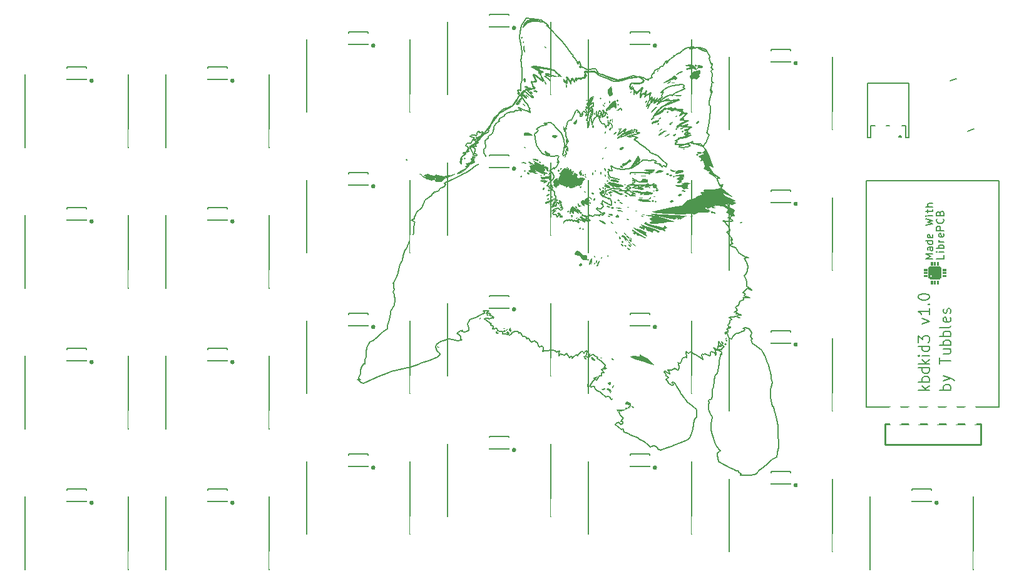
<source format=gbr>
G04 --- HEADER BEGIN --- *
G04 #@! TF.GenerationSoftware,LibrePCB,LibrePCB,0.1.7*
G04 #@! TF.CreationDate,2023-07-24T22:05:17*
G04 #@! TF.ProjectId,kbdkid3,8968376b-f35a-430f-8fb1-af8ab2fa8879,v1*
G04 #@! TF.Part,Single*
G04 #@! TF.SameCoordinates*
G04 #@! TF.FileFunction,Legend,Top*
G04 #@! TF.FilePolarity,Positive*
%FSLAX66Y66*%
%MOMM*%
G01*
G75*
G04 --- HEADER END --- *
G04 --- APERTURE LIST BEGIN --- *
%ADD10C,0.2*%
%ADD11C,0.01*%
%ADD12C,0.0*%
%ADD13C,0.25*%
%ADD14R,1.8X2.4*%
%ADD15R,1.45X0.6*%
%ADD16O,1.4X1.5*%
%ADD17R,1.4X1.5*%
%ADD18R,1.7X1.15*%
%ADD19O,1.787X2.39*%
%ADD20R,1.787X2.39*%
%ADD21R,0.6X1.45*%
%ADD22O,2.39X1.787*%
%ADD23R,1.9X1.0*%
%AMROTATEDRECT24*20,1,0.9,-0.85,0.0,0.85,0.0,19.0*%
%ADD24ROTATEDRECT24*%
%AMROTATEDRECT25*20,1,1.0,-0.6,0.0,0.6,0.0,109.0*%
%ADD25ROTATEDRECT25*%
G04 --- APERTURE LIST END --- *
G04 --- BOARD BEGIN --- *
D10*
G04 #@! TO.C,S131*
X59223750Y49521250D02*
X59223750Y59381250D01*
X73173750Y49521250D02*
X73173750Y59381250D01*
G04 #@! TO.C,S142*
X78273750Y28090000D02*
X78273750Y37950000D01*
X92223750Y28090000D02*
X92223750Y37950000D01*
G04 #@! TO.C,S132*
X59223750Y30471250D02*
X59223750Y40331250D01*
X73173750Y30471250D02*
X73173750Y40331250D01*
G04 #@! TO.C,S163*
X116373750Y4277500D02*
X116373750Y14137500D01*
X130323750Y4277500D02*
X130323750Y14137500D01*
G04 #@! TO.C,S110*
X21123750Y61427500D02*
X21123750Y71287500D01*
X35073750Y61427500D02*
X35073750Y71287500D01*
G04 #@! TO.C,S112*
X21123750Y23327500D02*
X21123750Y33187500D01*
X35073750Y23327500D02*
X35073750Y33187500D01*
G04 #@! TO.C,J1*
X118974375Y64386875D02*
X118574375Y64386875D01*
X120674375Y64386875D02*
X121224375Y64386875D01*
X121224375Y62786875D01*
X121624375Y62786875D01*
X121624375Y70086875D01*
X116024375Y70086875D01*
X116024375Y62786875D01*
X116424375Y62786875D01*
X116424375Y64386875D01*
X117074375Y64386875D01*
D11*
G36*
X120674375Y62836875D02*
G02*
X120174375Y62836875I-250000J0D01*
G01*
G02*
X120674375Y62836875I250000J0D01*
G01*
G37*
D10*
G04 #@! TO.C,S111*
X21123750Y42377500D02*
X21123750Y52237500D01*
X35073750Y42377500D02*
X35073750Y52237500D01*
G04 #@! TO.C,S122*
X40173750Y28090000D02*
X40173750Y37950000D01*
X54123750Y28090000D02*
X54123750Y37950000D01*
G04 #@! TO.C,S103*
X2073750Y4277500D02*
X2073750Y14137500D01*
X16023750Y4277500D02*
X16023750Y14137500D01*
G04 #@! TO.C,D153*
X105623750Y15943750D02*
X105623750Y15818750D01*
X102973750Y15818750D01*
X102973750Y15943750D01*
X105623750Y17393750D02*
X105623750Y17518750D01*
X102973750Y17518750D01*
X102973750Y17393750D01*
D11*
G36*
X106598750Y15668750D02*
G02*
X105998750Y15668750I-300000J0D01*
G01*
G02*
X106598750Y15668750I300000J0D01*
G01*
G37*
D10*
G04 #@! TO.C,S140*
X78273750Y66190000D02*
X78273750Y76050000D01*
X92223750Y66190000D02*
X92223750Y76050000D01*
G04 #@! TO.C,D141*
X86573750Y56425000D02*
X86573750Y56300000D01*
X83923750Y56300000D01*
X83923750Y56425000D01*
X86573750Y57875000D02*
X86573750Y58000000D01*
X83923750Y58000000D01*
X83923750Y57875000D01*
D11*
G36*
X87548750Y56150000D02*
G02*
X86948750Y56150000I-300000J0D01*
G01*
G02*
X87548750Y56150000I300000J0D01*
G01*
G37*
D10*
G04 #@! TO.C,D100*
X10373750Y70712500D02*
X10373750Y70587500D01*
X7723750Y70587500D01*
X7723750Y70712500D01*
X10373750Y72162500D02*
X10373750Y72287500D01*
X7723750Y72287500D01*
X7723750Y72162500D01*
D11*
G36*
X11348750Y70437500D02*
G02*
X10748750Y70437500I-300000J0D01*
G01*
G02*
X11348750Y70437500I300000J0D01*
G01*
G37*
D10*
G04 #@! TO.C,D163*
X124673750Y13562500D02*
X124673750Y13437500D01*
X122023750Y13437500D01*
X122023750Y13562500D01*
X124673750Y15012500D02*
X124673750Y15137500D01*
X122023750Y15137500D01*
X122023750Y15012500D01*
D11*
G36*
X125648750Y13287500D02*
G02*
X125048750Y13287500I-300000J0D01*
G01*
G02*
X125648750Y13287500I300000J0D01*
G01*
G37*
D10*
G04 #@! TO.C,U1*
X115858750Y56932500D02*
X133838750Y56932500D01*
X133838750Y26252500D01*
X115858750Y26252500D01*
X115858750Y56932500D01*
G04 #@! TO.C,S152*
X97323750Y25708750D02*
X97323750Y35568750D01*
X111273750Y25708750D02*
X111273750Y35568750D01*
D12*
G04 #@! TO.C,LOGO1*
X125395000Y45510000D02*
X125395000Y45930000D01*
X125595000Y45930000D01*
X125595000Y45510000D01*
X125395000Y45510000D01*
D11*
G36*
X125395000Y45510000D02*
X125395000Y45930000D01*
X125595000Y45930000D01*
X125595000Y45510000D01*
X125395000Y45510000D01*
G37*
D12*
X124035000Y44350000D02*
X124035000Y44550000D01*
X123615000Y44550000D01*
X123615000Y44350000D01*
X124035000Y44350000D01*
D11*
G36*
X124035000Y44350000D02*
X124035000Y44550000D01*
X123615000Y44550000D01*
X123615000Y44350000D01*
X124035000Y44350000D01*
G37*
D12*
X124035000Y43950000D02*
X124035000Y44150000D01*
X123615000Y44150000D01*
X123615000Y43950000D01*
X124035000Y43950000D01*
D11*
G36*
X124035000Y43950000D02*
X124035000Y44150000D01*
X123615000Y44150000D01*
X123615000Y43950000D01*
X124035000Y43950000D01*
G37*
D12*
X124595000Y43390000D02*
X124595000Y42970000D01*
X124795000Y42970000D01*
X124795000Y43390000D01*
X124595000Y43390000D01*
D11*
G36*
X124595000Y43390000D02*
X124595000Y42970000D01*
X124795000Y42970000D01*
X124795000Y43390000D01*
X124595000Y43390000D01*
G37*
D12*
X126155000Y44350000D02*
X126155000Y44550000D01*
X126575000Y44550000D01*
X126575000Y44350000D01*
X126155000Y44350000D01*
D11*
G36*
X126155000Y44350000D02*
X126155000Y44550000D01*
X126575000Y44550000D01*
X126575000Y44350000D01*
X126155000Y44350000D01*
G37*
D12*
X124248000Y43815000D02*
X124248000Y45085000D01*
G02*
X124460000Y45297000I212000J0D01*
G01*
X125730000Y45297000D01*
G02*
X125942000Y45085000I0J-212000D01*
G01*
X125942000Y43815000D01*
G02*
X125730000Y43603000I-212000J0D01*
G01*
X124630000Y43603000D01*
X124630000Y43818000D01*
G03*
X124797000Y43985000I0J167000D01*
G01*
G03*
X124630000Y44152000I-167000J0D01*
G01*
G03*
X124463000Y43985000I0J-167000D01*
G01*
G03*
X124630000Y43818000I167000J0D01*
G01*
X124630000Y43603000D01*
X124460000Y43603000D01*
G02*
X124248000Y43815000I0J212000D01*
G01*
D11*
G36*
X124248000Y43815000D02*
X124248000Y45085000D01*
G02*
X124460000Y45297000I212000J0D01*
G01*
X125730000Y45297000D01*
G02*
X125942000Y45085000I0J-212000D01*
G01*
X125942000Y43815000D01*
G02*
X125730000Y43603000I-212000J0D01*
G01*
X124630000Y43603000D01*
X124630000Y43818000D01*
G03*
X124797000Y43985000I0J167000D01*
G01*
G03*
X124630000Y44152000I-167000J0D01*
G01*
G03*
X124463000Y43985000I0J-167000D01*
G01*
G03*
X124630000Y43818000I167000J0D01*
G01*
X124630000Y43603000D01*
X124460000Y43603000D01*
G02*
X124248000Y43815000I0J212000D01*
G01*
G37*
D12*
X124595000Y45510000D02*
X124595000Y45930000D01*
X124795000Y45930000D01*
X124795000Y45510000D01*
X124595000Y45510000D01*
D11*
G36*
X124595000Y45510000D02*
X124595000Y45930000D01*
X124795000Y45930000D01*
X124795000Y45510000D01*
X124595000Y45510000D01*
G37*
D12*
X124035000Y44750000D02*
X124035000Y44950000D01*
X123615000Y44950000D01*
X123615000Y44750000D01*
X124035000Y44750000D01*
D11*
G36*
X124035000Y44750000D02*
X124035000Y44950000D01*
X123615000Y44950000D01*
X123615000Y44750000D01*
X124035000Y44750000D01*
G37*
D12*
X124995000Y43390000D02*
X124995000Y42970000D01*
X125195000Y42970000D01*
X125195000Y43390000D01*
X124995000Y43390000D01*
D11*
G36*
X124995000Y43390000D02*
X124995000Y42970000D01*
X125195000Y42970000D01*
X125195000Y43390000D01*
X124995000Y43390000D01*
G37*
D12*
X126155000Y43950000D02*
X126155000Y44150000D01*
X126575000Y44150000D01*
X126575000Y43950000D01*
X126155000Y43950000D01*
D11*
G36*
X126155000Y43950000D02*
X126155000Y44150000D01*
X126575000Y44150000D01*
X126575000Y43950000D01*
X126155000Y43950000D01*
G37*
D12*
X125395000Y43390000D02*
X125395000Y42970000D01*
X125595000Y42970000D01*
X125595000Y43390000D01*
X125395000Y43390000D01*
D11*
G36*
X125395000Y43390000D02*
X125395000Y42970000D01*
X125595000Y42970000D01*
X125595000Y43390000D01*
X125395000Y43390000D01*
G37*
D12*
X126155000Y44750000D02*
X126155000Y44950000D01*
X126575000Y44950000D01*
X126575000Y44750000D01*
X126155000Y44750000D01*
D11*
G36*
X126155000Y44750000D02*
X126155000Y44950000D01*
X126575000Y44950000D01*
X126575000Y44750000D01*
X126155000Y44750000D01*
G37*
D12*
X124995000Y45510000D02*
X124995000Y45930000D01*
X125195000Y45930000D01*
X125195000Y45510000D01*
X124995000Y45510000D01*
D11*
G36*
X124995000Y45510000D02*
X124995000Y45930000D01*
X125195000Y45930000D01*
X125195000Y45510000D01*
X124995000Y45510000D01*
G37*
D10*
X124855000Y46355000D02*
X123855000Y46355000D01*
X124569444Y46688333D01*
X123855000Y47021667D01*
X124855000Y47021667D01*
X124855000Y47898334D02*
X124331667Y47898334D01*
X124236111Y47850556D01*
X124188333Y47755000D01*
X124188333Y47565000D01*
X124236111Y47469445D01*
X124807222Y47898334D02*
X124855000Y47802778D01*
X124855000Y47565000D01*
X124807222Y47469445D01*
X124711667Y47421667D01*
X124617222Y47421667D01*
X124521667Y47469445D01*
X124473889Y47565000D01*
X124473889Y47802778D01*
X124426111Y47898334D01*
X124855000Y48775001D02*
X123855000Y48775001D01*
X124807222Y48775001D02*
X124855000Y48679445D01*
X124855000Y48488334D01*
X124807222Y48393890D01*
X124759444Y48346112D01*
X124665000Y48298334D01*
X124378333Y48298334D01*
X124283889Y48346112D01*
X124236111Y48393890D01*
X124188333Y48488334D01*
X124188333Y48679445D01*
X124236111Y48775001D01*
X124807222Y49603890D02*
X124855000Y49508334D01*
X124855000Y49318334D01*
X124807222Y49222779D01*
X124711667Y49175001D01*
X124331667Y49175001D01*
X124236111Y49222779D01*
X124188333Y49318334D01*
X124188333Y49508334D01*
X124236111Y49603890D01*
X124331667Y49651668D01*
X124426111Y49651668D01*
X124521667Y49175001D01*
X123855000Y50851667D02*
X124855000Y51089445D01*
X124140556Y51280556D01*
X124855000Y51470556D01*
X123855000Y51708334D01*
X124855000Y52156112D02*
X124188333Y52156112D01*
X123855000Y52156112D02*
X123902778Y52108334D01*
X123950556Y52156112D01*
X123902778Y52203890D01*
X123855000Y52156112D01*
X123950556Y52156112D01*
X124188333Y52603890D02*
X124188333Y52985001D01*
X123855000Y52747223D02*
X124711667Y52747223D01*
X124807222Y52793890D01*
X124855000Y52889446D01*
X124855000Y52985001D01*
X124855000Y53385001D02*
X123855000Y53385001D01*
X124855000Y53813890D02*
X124331667Y53813890D01*
X124236111Y53766112D01*
X124188333Y53670557D01*
X124188333Y53528334D01*
X124236111Y53432779D01*
X124283889Y53385001D01*
X126335000Y46831667D02*
X126335000Y46355000D01*
X125335000Y46355000D01*
X126335000Y47279445D02*
X125668333Y47279445D01*
X125335000Y47279445D02*
X125382778Y47231667D01*
X125430556Y47279445D01*
X125382778Y47327223D01*
X125335000Y47279445D01*
X125430556Y47279445D01*
X126335000Y47727223D02*
X125335000Y47727223D01*
X125716111Y47727223D02*
X125668333Y47822779D01*
X125668333Y48012779D01*
X125716111Y48108334D01*
X125763889Y48156112D01*
X125858333Y48203890D01*
X126145000Y48203890D01*
X126239444Y48156112D01*
X126287222Y48108334D01*
X126335000Y48012779D01*
X126335000Y47822779D01*
X126287222Y47727223D01*
X126335000Y48603890D02*
X125668333Y48603890D01*
X125858333Y48603890D02*
X125763889Y48651668D01*
X125716111Y48699446D01*
X125668333Y48793890D01*
X125668333Y48889446D01*
X126287222Y49718335D02*
X126335000Y49622779D01*
X126335000Y49432779D01*
X126287222Y49337224D01*
X126191667Y49289446D01*
X125811667Y49289446D01*
X125716111Y49337224D01*
X125668333Y49432779D01*
X125668333Y49622779D01*
X125716111Y49718335D01*
X125811667Y49766113D01*
X125906111Y49766113D01*
X126001667Y49289446D01*
X126335000Y50166113D02*
X125335000Y50166113D01*
X125335000Y50547224D01*
X125382778Y50642780D01*
X125430556Y50689446D01*
X125525000Y50737224D01*
X125668333Y50737224D01*
X125763889Y50689446D01*
X125811667Y50642780D01*
X125858333Y50547224D01*
X125858333Y50166113D01*
X126239444Y51756113D02*
X126287222Y51708335D01*
X126335000Y51566113D01*
X126335000Y51470557D01*
X126287222Y51327224D01*
X126191667Y51232780D01*
X126097222Y51185002D01*
X125906111Y51137224D01*
X125763889Y51137224D01*
X125572778Y51185002D01*
X125478333Y51232780D01*
X125382778Y51327224D01*
X125335000Y51470557D01*
X125335000Y51566113D01*
X125382778Y51708335D01*
X125430556Y51756113D01*
X125811667Y52489446D02*
X125858333Y52632780D01*
X125906111Y52679446D01*
X126001667Y52727224D01*
X126145000Y52727224D01*
X126239444Y52679446D01*
X126287222Y52632780D01*
X126335000Y52537224D01*
X126335000Y52156113D01*
X125335000Y52156113D01*
X125335000Y52489446D01*
X125382778Y52585002D01*
X125430556Y52632780D01*
X125525000Y52679446D01*
X125620556Y52679446D01*
X125716111Y52632780D01*
X125763889Y52585002D01*
X125811667Y52489446D01*
X125811667Y52156113D01*
G04 #@! TO.C,D142*
X86573750Y37375000D02*
X86573750Y37250000D01*
X83923750Y37250000D01*
X83923750Y37375000D01*
X86573750Y38825000D02*
X86573750Y38950000D01*
X83923750Y38950000D01*
X83923750Y38825000D01*
D11*
G36*
X87548750Y37100000D02*
G02*
X86948750Y37100000I-300000J0D01*
G01*
G02*
X87548750Y37100000I300000J0D01*
G01*
G37*
D10*
G04 #@! TO.C,D103*
X10373750Y13562500D02*
X10373750Y13437500D01*
X7723750Y13437500D01*
X7723750Y13562500D01*
X10373750Y15012500D02*
X10373750Y15137500D01*
X7723750Y15137500D01*
X7723750Y15012500D01*
D11*
G36*
X11348750Y13287500D02*
G02*
X10748750Y13287500I-300000J0D01*
G01*
G02*
X11348750Y13287500I300000J0D01*
G01*
G37*
D10*
G04 #@! TO.C,D133*
X67523750Y20706250D02*
X67523750Y20581250D01*
X64873750Y20581250D01*
X64873750Y20706250D01*
X67523750Y22156250D02*
X67523750Y22281250D01*
X64873750Y22281250D01*
X64873750Y22156250D01*
D11*
G36*
X68498750Y20431250D02*
G02*
X67898750Y20431250I-300000J0D01*
G01*
G02*
X68498750Y20431250I300000J0D01*
G01*
G37*
D10*
G04 #@! TO.C,D143*
X86573750Y18325000D02*
X86573750Y18200000D01*
X83923750Y18200000D01*
X83923750Y18325000D01*
X86573750Y19775000D02*
X86573750Y19900000D01*
X83923750Y19900000D01*
X83923750Y19775000D01*
D11*
G36*
X87548750Y18050000D02*
G02*
X86948750Y18050000I-300000J0D01*
G01*
G02*
X87548750Y18050000I300000J0D01*
G01*
G37*
D10*
G04 #@! TO.C,S121*
X40173750Y47140000D02*
X40173750Y57000000D01*
X54123750Y47140000D02*
X54123750Y57000000D01*
G04 #@! TO.C,S113*
X21123750Y4277500D02*
X21123750Y14137500D01*
X35073750Y4277500D02*
X35073750Y14137500D01*
G04 #@! TO.C,S1*
X127228096Y70408611D02*
X128079063Y70701623D01*
X129572187Y63600877D02*
X130423154Y63893889D01*
G04 #@! TO.C,S130*
X59223750Y68571250D02*
X59223750Y78431250D01*
X73173750Y68571250D02*
X73173750Y78431250D01*
G04 #@! TO.C,S150*
X97323750Y63808750D02*
X97323750Y73668750D01*
X111273750Y63808750D02*
X111273750Y73668750D01*
G04 #@! TO.C,S102*
X2073750Y23327500D02*
X2073750Y33187500D01*
X16023750Y23327500D02*
X16023750Y33187500D01*
G04 #@! TO.C,S101*
X2073750Y42377500D02*
X2073750Y52237500D01*
X16023750Y42377500D02*
X16023750Y52237500D01*
G04 #@! TO.C,D112*
X29423750Y32612500D02*
X29423750Y32487500D01*
X26773750Y32487500D01*
X26773750Y32612500D01*
X29423750Y34062500D02*
X29423750Y34187500D01*
X26773750Y34187500D01*
X26773750Y34062500D01*
D11*
G36*
X30398750Y32337500D02*
G02*
X29798750Y32337500I-300000J0D01*
G01*
G02*
X30398750Y32337500I300000J0D01*
G01*
G37*
D10*
G04 #@! TO.C,D152*
X105623750Y34993750D02*
X105623750Y34868750D01*
X102973750Y34868750D01*
X102973750Y34993750D01*
X105623750Y36443750D02*
X105623750Y36568750D01*
X102973750Y36568750D01*
X102973750Y36443750D01*
D11*
G36*
X106598750Y34718750D02*
G02*
X105998750Y34718750I-300000J0D01*
G01*
G02*
X106598750Y34718750I300000J0D01*
G01*
G37*
D10*
G04 #@! TO.C,D113*
X29423750Y13562500D02*
X29423750Y13437500D01*
X26773750Y13437500D01*
X26773750Y13562500D01*
X29423750Y15012500D02*
X29423750Y15137500D01*
X26773750Y15137500D01*
X26773750Y15012500D01*
D11*
G36*
X30398750Y13287500D02*
G02*
X29798750Y13287500I-300000J0D01*
G01*
G02*
X30398750Y13287500I300000J0D01*
G01*
G37*
D10*
G04 #@! TO.C,S133*
X59223750Y11421250D02*
X59223750Y21281250D01*
X73173750Y11421250D02*
X73173750Y21281250D01*
G04 #@! TO.C,D150*
X105623750Y73093750D02*
X105623750Y72968750D01*
X102973750Y72968750D01*
X102973750Y73093750D01*
X105623750Y74543750D02*
X105623750Y74668750D01*
X102973750Y74668750D01*
X102973750Y74543750D01*
D11*
G36*
X106598750Y72818750D02*
G02*
X105998750Y72818750I-300000J0D01*
G01*
G02*
X106598750Y72818750I300000J0D01*
G01*
G37*
D10*
G04 #@! TO.C,D140*
X86573750Y75475000D02*
X86573750Y75350000D01*
X83923750Y75350000D01*
X83923750Y75475000D01*
X86573750Y76925000D02*
X86573750Y77050000D01*
X83923750Y77050000D01*
X83923750Y76925000D01*
D11*
G36*
X87548750Y75200000D02*
G02*
X86948750Y75200000I-300000J0D01*
G01*
G02*
X87548750Y75200000I300000J0D01*
G01*
G37*
D10*
G04 #@! TO.C,S151*
X97323750Y44758750D02*
X97323750Y54618750D01*
X111273750Y44758750D02*
X111273750Y54618750D01*
G04 #@! TO.C,S141*
X78273750Y47140000D02*
X78273750Y57000000D01*
X92223750Y47140000D02*
X92223750Y57000000D01*
G04 #@! TO.C,D131*
X67523750Y58806250D02*
X67523750Y58681250D01*
X64873750Y58681250D01*
X64873750Y58806250D01*
X67523750Y60256250D02*
X67523750Y60381250D01*
X64873750Y60381250D01*
X64873750Y60256250D01*
D11*
G36*
X68498750Y58531250D02*
G02*
X67898750Y58531250I-300000J0D01*
G01*
G02*
X68498750Y58531250I300000J0D01*
G01*
G37*
D10*
G04 #@! TO.C,D122*
X48473750Y37375000D02*
X48473750Y37250000D01*
X45823750Y37250000D01*
X45823750Y37375000D01*
X48473750Y38825000D02*
X48473750Y38950000D01*
X45823750Y38950000D01*
X45823750Y38825000D01*
D11*
G36*
X49448750Y37100000D02*
G02*
X48848750Y37100000I-300000J0D01*
G01*
G02*
X49448750Y37100000I300000J0D01*
G01*
G37*
D10*
G04 #@! TO.C,D123*
X48473750Y18325000D02*
X48473750Y18200000D01*
X45823750Y18200000D01*
X45823750Y18325000D01*
X48473750Y19775000D02*
X48473750Y19900000D01*
X45823750Y19900000D01*
X45823750Y19775000D01*
D11*
G36*
X49448750Y18050000D02*
G02*
X48848750Y18050000I-300000J0D01*
G01*
G02*
X49448750Y18050000I300000J0D01*
G01*
G37*
D10*
G04 #@! TO.C,D130*
X67523750Y77856250D02*
X67523750Y77731250D01*
X64873750Y77731250D01*
X64873750Y77856250D01*
X67523750Y79306250D02*
X67523750Y79431250D01*
X64873750Y79431250D01*
X64873750Y79306250D01*
D11*
G36*
X68498750Y77581250D02*
G02*
X67898750Y77581250I-300000J0D01*
G01*
G02*
X68498750Y77581250I300000J0D01*
G01*
G37*
D10*
G04 #@! TO.C,S123*
X40173750Y9040000D02*
X40173750Y18900000D01*
X54123750Y9040000D02*
X54123750Y18900000D01*
D13*
G04 #@! TO.C,DS1*
X118373750Y21147500D02*
X118373750Y23937500D01*
X131323750Y23937500D01*
X131323750Y21147500D01*
X118373750Y21147500D01*
D10*
G04 #@! TO.C,D132*
X67523750Y39756250D02*
X67523750Y39631250D01*
X64873750Y39631250D01*
X64873750Y39756250D01*
X67523750Y41206250D02*
X67523750Y41331250D01*
X64873750Y41331250D01*
X64873750Y41206250D01*
D11*
G36*
X68498750Y39481250D02*
G02*
X67898750Y39481250I-300000J0D01*
G01*
G02*
X68498750Y39481250I300000J0D01*
G01*
G37*
D10*
G04 #@! TO.C,D151*
X105623750Y54043750D02*
X105623750Y53918750D01*
X102973750Y53918750D01*
X102973750Y54043750D01*
X105623750Y55493750D02*
X105623750Y55618750D01*
X102973750Y55618750D01*
X102973750Y55493750D01*
D11*
G36*
X106598750Y53768750D02*
G02*
X105998750Y53768750I-300000J0D01*
G01*
G02*
X106598750Y53768750I300000J0D01*
G01*
G37*
D10*
G04 #@! TO.C,S143*
X78273750Y9040000D02*
X78273750Y18900000D01*
X92223750Y9040000D02*
X92223750Y18900000D01*
G04 #@! TO.C,S153*
X97323750Y6658750D02*
X97323750Y16518750D01*
X111273750Y6658750D02*
X111273750Y16518750D01*
G04 #@! TO.C,S100*
X2073750Y61427500D02*
X2073750Y71287500D01*
X16023750Y61427500D02*
X16023750Y71287500D01*
G04 #@! TO.C,D110*
X29423750Y70712500D02*
X29423750Y70587500D01*
X26773750Y70587500D01*
X26773750Y70712500D01*
X29423750Y72162500D02*
X29423750Y72287500D01*
X26773750Y72287500D01*
X26773750Y72162500D01*
D11*
G36*
X30398750Y70437500D02*
G02*
X29798750Y70437500I-300000J0D01*
G01*
G02*
X30398750Y70437500I300000J0D01*
G01*
G37*
D10*
G04 #@! TO.C,D121*
X48473750Y56425000D02*
X48473750Y56300000D01*
X45823750Y56300000D01*
X45823750Y56425000D01*
X48473750Y57875000D02*
X48473750Y58000000D01*
X45823750Y58000000D01*
X45823750Y57875000D01*
D11*
G36*
X49448750Y56150000D02*
G02*
X48848750Y56150000I-300000J0D01*
G01*
G02*
X49448750Y56150000I300000J0D01*
G01*
G37*
D10*
G04 #@! TO.C,D101*
X10373750Y51662500D02*
X10373750Y51537500D01*
X7723750Y51537500D01*
X7723750Y51662500D01*
X10373750Y53112500D02*
X10373750Y53237500D01*
X7723750Y53237500D01*
X7723750Y53112500D01*
D11*
G36*
X11348750Y51387500D02*
G02*
X10748750Y51387500I-300000J0D01*
G01*
G02*
X11348750Y51387500I300000J0D01*
G01*
G37*
D10*
G04 #@! TO.C,D111*
X29423750Y51662500D02*
X29423750Y51537500D01*
X26773750Y51537500D01*
X26773750Y51662500D01*
X29423750Y53112500D02*
X29423750Y53237500D01*
X26773750Y53237500D01*
X26773750Y53112500D01*
D11*
G36*
X30398750Y51387500D02*
G02*
X29798750Y51387500I-300000J0D01*
G01*
G02*
X30398750Y51387500I300000J0D01*
G01*
G37*
D10*
G04 #@! TO.C,D120*
X48473750Y75475000D02*
X48473750Y75350000D01*
X45823750Y75350000D01*
X45823750Y75475000D01*
X48473750Y76925000D02*
X48473750Y77050000D01*
X45823750Y77050000D01*
X45823750Y76925000D01*
D11*
G36*
X49448750Y75200000D02*
G02*
X48848750Y75200000I-300000J0D01*
G01*
G02*
X49448750Y75200000I300000J0D01*
G01*
G37*
D10*
G04 #@! TO.C,D102*
X10373750Y32612500D02*
X10373750Y32487500D01*
X7723750Y32487500D01*
X7723750Y32612500D01*
X10373750Y34062500D02*
X10373750Y34187500D01*
X7723750Y34187500D01*
X7723750Y34062500D01*
D11*
G36*
X11348750Y32337500D02*
G02*
X10748750Y32337500I-300000J0D01*
G01*
G02*
X11348750Y32337500I300000J0D01*
G01*
G37*
D10*
G04 #@! TO.C,S120*
X40173750Y66190000D02*
X40173750Y76050000D01*
X54123750Y66190000D02*
X54123750Y76050000D01*
D12*
G04 #@! TD*
X73939912Y59409025D02*
X73939912Y59409025D01*
X83967977Y68816138D02*
X83930600Y68890975D01*
X83930602Y68890975D01*
X84014302Y69022375D01*
X84047572Y68942675D01*
X83967977Y68816138D01*
D11*
G36*
X83967977Y68816138D02*
X83930600Y68890975D01*
X83930602Y68890975D01*
X84014302Y69022375D01*
X84047572Y68942675D01*
X83967977Y68816138D01*
G37*
D12*
X77665332Y55438985D02*
X77750002Y55349285D01*
X77834672Y55386585D01*
X77750002Y55476285D01*
X77665332Y55438985D01*
D11*
G36*
X77665332Y55438985D02*
X77750002Y55349285D01*
X77834672Y55386585D01*
X77750002Y55476285D01*
X77665332Y55438985D01*
G37*
D12*
X87825148Y65340585D02*
X87825148Y65340585D01*
X80247665Y59920985D02*
X80210325Y60005685D01*
X80120665Y59920985D01*
X80158005Y59836285D01*
X80247665Y59920985D01*
D11*
G36*
X80247665Y59920985D02*
X80210325Y60005685D01*
X80120665Y59920985D01*
X80158005Y59836285D01*
X80247665Y59920985D01*
G37*
D12*
X83337985Y49623925D02*
X83157852Y49740125D01*
X83157849Y49740095D01*
X83083982Y49845934D01*
X83189819Y49772095D01*
X83337985Y49623925D01*
D11*
G36*
X83337985Y49623925D02*
X83157852Y49740125D01*
X83157849Y49740095D01*
X83083982Y49845934D01*
X83189819Y49772095D01*
X83337985Y49623925D01*
G37*
D12*
X77411358Y50401295D02*
X77411358Y50401295D01*
X85602810Y57186915D02*
X85602810Y57186915D01*
X91021360Y61248125D02*
X91021360Y61248125D01*
X69537225Y58228725D02*
X69537225Y58228725D01*
X86962720Y55575895D02*
X86962717Y55576195D01*
X87124995Y55569195D01*
X87013870Y55524695D01*
X86962720Y55575895D01*
D11*
G36*
X86962720Y55575895D02*
X86962717Y55576195D01*
X87124995Y55569195D01*
X87013870Y55524695D01*
X86962720Y55575895D01*
G37*
D12*
X70837901Y69131898D02*
X71045058Y69149925D01*
X71315241Y69022925D01*
X71207273Y68903810D01*
X70939225Y69025925D01*
X70939225Y69025625D01*
X70837901Y69131898D01*
D11*
G36*
X70837901Y69131898D02*
X71045058Y69149925D01*
X71315241Y69022925D01*
X71207273Y68903810D01*
X70939225Y69025925D01*
X70939225Y69025625D01*
X70837901Y69131898D01*
G37*
D12*
X63652855Y38246475D02*
X63615515Y38331175D01*
X63525855Y38246475D01*
X63563195Y38161775D01*
X63652855Y38246475D01*
D11*
G36*
X63652855Y38246475D02*
X63615515Y38331175D01*
X63525855Y38246475D01*
X63563195Y38161775D01*
X63652855Y38246475D01*
G37*
D12*
X96174425Y34666855D02*
X96174425Y34666815D01*
X95989400Y34600715D01*
X95898220Y34495901D01*
X96008520Y34430875D01*
X96189687Y34487013D01*
X96174425Y34666855D01*
D11*
G36*
X96174425Y34666855D02*
X96174425Y34666815D01*
X95989400Y34600715D01*
X95898220Y34495901D01*
X96008520Y34430875D01*
X96189687Y34487013D01*
X96174425Y34666855D01*
G37*
D12*
X96842269Y35283135D02*
X96879609Y35367835D01*
X96969269Y35283135D01*
X96931929Y35198435D01*
X96842269Y35283135D01*
D11*
G36*
X96842269Y35283135D02*
X96879609Y35367835D01*
X96969269Y35283135D01*
X96931929Y35198435D01*
X96842269Y35283135D01*
G37*
D12*
X55440857Y57803535D02*
X55651925Y57753135D01*
X55520527Y57836835D01*
X55440857Y57803535D01*
D11*
G36*
X55440857Y57803535D02*
X55651925Y57753135D01*
X55520527Y57836835D01*
X55440857Y57803535D01*
G37*
D12*
X83253317Y56957845D02*
X83168647Y57042545D01*
X83253317Y57127245D01*
X83337987Y57042545D01*
X83253317Y56957845D01*
D11*
G36*
X83253317Y56957845D02*
X83168647Y57042545D01*
X83253317Y57127245D01*
X83337987Y57042545D01*
X83253317Y56957845D01*
G37*
D12*
X87444287Y55857185D02*
X87444287Y55857185D01*
X73177947Y54671705D02*
X73177947Y54671705D01*
X82379835Y64000855D02*
X82328685Y63949655D01*
X82373155Y63838525D01*
X82379855Y64000805D01*
X82379835Y64000855D01*
D11*
G36*
X82379835Y64000855D02*
X82328685Y63949655D01*
X82373155Y63838525D01*
X82379855Y64000805D01*
X82379835Y64000855D01*
G37*
D12*
X83699502Y48651174D02*
X83771791Y48598505D01*
X83829601Y48446685D01*
X83724395Y48551115D01*
X83724391Y48551105D01*
X83699502Y48651174D01*
D11*
G36*
X83699502Y48651174D02*
X83771791Y48598505D01*
X83829601Y48446685D01*
X83724395Y48551115D01*
X83724391Y48551105D01*
X83699502Y48651174D01*
G37*
D12*
X96122681Y54333215D02*
X96057237Y54412775D01*
X95868681Y54333215D01*
X95804151Y54267028D01*
X95932181Y54249815D01*
X96122681Y54333215D01*
X73860892Y62802675D02*
X73860895Y62802665D01*
X74013014Y62971600D01*
X73775865Y63123855D01*
X73419228Y63080655D01*
X73362333Y62953004D01*
X73472538Y62832875D01*
X73661933Y62723684D01*
X73860892Y62802675D01*
D11*
G36*
X73860892Y62802675D02*
X73860895Y62802665D01*
X74013014Y62971600D01*
X73775865Y63123855D01*
X73419228Y63080655D01*
X73362333Y62953004D01*
X73472538Y62832875D01*
X73661933Y62723684D01*
X73860892Y62802675D01*
G37*
D12*
X58393293Y56811523D02*
X58602981Y57043615D01*
X58603025Y57043835D01*
X58759474Y57283945D01*
X59504253Y57463265D01*
X60050400Y57709256D01*
X60123083Y57802585D01*
X59923346Y57712985D01*
X59656251Y57674285D01*
X59347988Y57648785D01*
X58701597Y57532495D01*
X57876097Y57657835D01*
X57643820Y57772060D01*
X57599253Y57679435D01*
X57324086Y57561525D01*
X56881914Y57694905D01*
X56486679Y57801370D01*
X56244586Y57710705D01*
X56117586Y57665705D01*
X55990586Y57632405D01*
X56159920Y57550405D01*
X56329253Y57465705D01*
X56204547Y57386779D01*
X55903592Y57522405D01*
X55694253Y57663765D01*
X55887914Y57450075D01*
X56311247Y57273015D01*
X56467377Y57283515D01*
X56413920Y57219615D01*
X56357347Y57144930D01*
X56519753Y57117735D01*
X56971308Y57021135D01*
X57126531Y56958935D01*
X57091251Y57050435D01*
X57040440Y57110810D01*
X57197671Y57089735D01*
X57420478Y57104035D01*
X57434825Y57300079D01*
X57556918Y57326915D01*
X57677562Y57206561D01*
X57556240Y57011425D01*
X57495509Y56899284D01*
X57704407Y56849595D01*
X58393293Y56811523D01*
D11*
G36*
X58393293Y56811523D02*
X58602981Y57043615D01*
X58603025Y57043835D01*
X58759474Y57283945D01*
X59504253Y57463265D01*
X60050400Y57709256D01*
X60123083Y57802585D01*
X59923346Y57712985D01*
X59656251Y57674285D01*
X59347988Y57648785D01*
X58701597Y57532495D01*
X57876097Y57657835D01*
X57643820Y57772060D01*
X57599253Y57679435D01*
X57324086Y57561525D01*
X56881914Y57694905D01*
X56486679Y57801370D01*
X56244586Y57710705D01*
X56117586Y57665705D01*
X55990586Y57632405D01*
X56159920Y57550405D01*
X56329253Y57465705D01*
X56204547Y57386779D01*
X55903592Y57522405D01*
X55694253Y57663765D01*
X55887914Y57450075D01*
X56311247Y57273015D01*
X56467377Y57283515D01*
X56413920Y57219615D01*
X56357347Y57144930D01*
X56519753Y57117735D01*
X56971308Y57021135D01*
X57126531Y56958935D01*
X57091251Y57050435D01*
X57040440Y57110810D01*
X57197671Y57089735D01*
X57420478Y57104035D01*
X57434825Y57300079D01*
X57556918Y57326915D01*
X57677562Y57206561D01*
X57556240Y57011425D01*
X57495509Y56899284D01*
X57704407Y56849595D01*
X58393293Y56811523D01*
G37*
D12*
X86842457Y32301665D02*
X87034502Y32002286D01*
X86470525Y32140195D01*
X86470527Y32140225D01*
X85835527Y32418195D01*
X85200527Y32579845D01*
X84390153Y32842092D01*
X83949637Y33151515D01*
X84435319Y33216274D01*
X85083237Y33073815D01*
X85191798Y33006666D01*
X85164697Y33146015D01*
X85230097Y33335845D01*
X85386570Y33243345D01*
X85658103Y33137505D01*
X86248170Y32815705D01*
X86842457Y32301665D01*
D11*
G36*
X86842457Y32301665D02*
X87034502Y32002286D01*
X86470525Y32140195D01*
X86470527Y32140225D01*
X85835527Y32418195D01*
X85200527Y32579845D01*
X84390153Y32842092D01*
X83949637Y33151515D01*
X84435319Y33216274D01*
X85083237Y33073815D01*
X85191798Y33006666D01*
X85164697Y33146015D01*
X85230097Y33335845D01*
X85386570Y33243345D01*
X85658103Y33137505D01*
X86248170Y32815705D01*
X86842457Y32301665D01*
G37*
D12*
X89216015Y70211035D02*
X89216015Y70211035D01*
X71183485Y58482675D02*
X71273145Y58567375D01*
X71235805Y58652075D01*
X71146145Y58567375D01*
X71183485Y58482675D01*
X69232013Y57515195D02*
X69099185Y57383575D01*
X69048750Y57481695D01*
X69048750Y57481665D01*
X69182863Y57615735D01*
X69232013Y57515195D01*
D11*
G36*
X69232013Y57515195D02*
X69099185Y57383575D01*
X69048750Y57481695D01*
X69048750Y57481665D01*
X69182863Y57615735D01*
X69232013Y57515195D01*
G37*
D12*
X81229849Y57028029D02*
X81346694Y56915735D01*
X81740800Y56833435D01*
X82022612Y56793535D01*
X82197435Y56706111D01*
X82322008Y56778835D01*
X82322007Y56778865D01*
X82087490Y57004620D01*
X81743667Y57078785D01*
X81390674Y57032585D01*
X81229849Y57028029D01*
D11*
G36*
X81229849Y57028029D02*
X81346694Y56915735D01*
X81740800Y56833435D01*
X82022612Y56793535D01*
X82197435Y56706111D01*
X82322008Y56778835D01*
X82322007Y56778865D01*
X82087490Y57004620D01*
X81743667Y57078785D01*
X81390674Y57032585D01*
X81229849Y57028029D01*
G37*
D12*
X79365431Y45358465D02*
X79365431Y45358465D01*
X80840324Y55094965D02*
X80760654Y55010265D01*
X80628657Y55094965D01*
X80708327Y55179665D01*
X80840324Y55094965D01*
D11*
G36*
X80840324Y55094965D02*
X80760654Y55010265D01*
X80628657Y55094965D01*
X80708327Y55179665D01*
X80840324Y55094965D01*
G37*
D12*
X82992364Y61364647D02*
X82798035Y61444985D01*
X82498863Y61330000D01*
X82508967Y61163565D01*
X82645067Y61112965D01*
X82835567Y61193965D01*
X82835565Y61193965D01*
X82992364Y61364647D01*
D11*
G36*
X82992364Y61364647D02*
X82798035Y61444985D01*
X82498863Y61330000D01*
X82508967Y61163565D01*
X82645067Y61112965D01*
X82835567Y61193965D01*
X82835565Y61193965D01*
X82992364Y61364647D01*
G37*
D12*
X71273145Y58567375D02*
X71273145Y58567375D01*
X77218268Y58381491D02*
X77118793Y58278635D01*
X77017790Y58018234D01*
X77102143Y57739705D01*
X77244687Y57683644D01*
X77326676Y57851915D01*
X77326683Y57851895D01*
X77232833Y57973895D01*
X77191803Y58206735D01*
X77218268Y58381491D01*
D11*
G36*
X77218268Y58381491D02*
X77118793Y58278635D01*
X77017790Y58018234D01*
X77102143Y57739705D01*
X77244687Y57683644D01*
X77326676Y57851915D01*
X77326683Y57851895D01*
X77232833Y57973895D01*
X77191803Y58206735D01*
X77218268Y58381491D01*
G37*
D12*
X77580683Y57635235D02*
X77580683Y57635235D01*
X74109252Y59461325D02*
X74024582Y59329325D01*
X73939912Y59409025D01*
X74024582Y59541025D01*
X74109252Y59461325D01*
D11*
G36*
X74109252Y59461325D02*
X74024582Y59329325D01*
X73939912Y59409025D01*
X74024582Y59541025D01*
X74109252Y59461325D01*
G37*
D12*
X80713337Y56868305D02*
X80798007Y56788605D01*
X80882677Y56920605D01*
X80798007Y57000305D01*
X80713337Y56868305D01*
D11*
G36*
X80713337Y56868305D02*
X80798007Y56788605D01*
X80882677Y56920605D01*
X80798007Y57000305D01*
X80713337Y56868305D01*
G37*
D12*
X83274507Y56421345D02*
X83274507Y56421345D01*
X72881617Y55518295D02*
X72754617Y55602995D01*
X72881617Y55687695D01*
X73008617Y55602995D01*
X72881617Y55518295D01*
D11*
G36*
X72881617Y55518295D02*
X72754617Y55602995D01*
X72881617Y55687695D01*
X73008617Y55602995D01*
X72881617Y55518295D01*
G37*
D12*
X90205808Y63986155D02*
X90238148Y63901455D01*
X90101155Y63816755D01*
X90068815Y63901455D01*
X90205808Y63986155D01*
D11*
G36*
X90205808Y63986155D02*
X90238148Y63901455D01*
X90101155Y63816755D01*
X90068815Y63901455D01*
X90205808Y63986155D01*
G37*
D12*
X69425687Y75769735D02*
X69374537Y75718535D01*
X69419007Y75607405D01*
X69425707Y75769685D01*
X69425687Y75769735D01*
D11*
G36*
X69425687Y75769735D02*
X69374537Y75718535D01*
X69419007Y75607405D01*
X69425707Y75769685D01*
X69425687Y75769735D01*
G37*
D12*
X89836020Y70225245D02*
X89836020Y70225245D01*
X80461992Y55688385D02*
X80544002Y55815385D01*
X80510732Y55942385D01*
X80428722Y55815385D01*
X80461992Y55688385D01*
D11*
G36*
X80461992Y55688385D02*
X80544002Y55815385D01*
X80510732Y55942385D01*
X80428722Y55815385D01*
X80461992Y55688385D01*
G37*
D12*
X74532711Y53444185D02*
X74617381Y53369485D01*
X74532711Y53190165D01*
X74448041Y53264865D01*
X74448041Y53264855D01*
X74532711Y53444185D01*
D11*
G36*
X74532711Y53444185D02*
X74617381Y53369485D01*
X74532711Y53190165D01*
X74448041Y53264865D01*
X74448041Y53264855D01*
X74532711Y53444185D01*
G37*
D12*
X90280512Y71459755D02*
X90080489Y71303376D01*
X90195842Y71313565D01*
X90435731Y71448095D01*
X90435736Y71448075D01*
X90567721Y71521575D01*
X90835832Y71652965D01*
X90947596Y71757767D01*
X90788512Y71725665D01*
X90280512Y71459755D01*
D11*
G36*
X90280512Y71459755D02*
X90080489Y71303376D01*
X90195842Y71313565D01*
X90435731Y71448095D01*
X90435736Y71448075D01*
X90567721Y71521575D01*
X90835832Y71652965D01*
X90947596Y71757767D01*
X90788512Y71725665D01*
X90280512Y71459755D01*
G37*
D12*
X81021002Y67522725D02*
X81021002Y67522725D01*
X92820515Y72495215D02*
X92820515Y72495215D01*
X76569549Y51830697D02*
X76644358Y51793325D01*
X76775755Y51877025D01*
X76775758Y51876995D01*
X76696088Y51910295D01*
X76569549Y51830697D01*
D11*
G36*
X76569549Y51830697D02*
X76644358Y51793325D01*
X76775755Y51877025D01*
X76775758Y51876995D01*
X76696088Y51910295D01*
X76569549Y51830697D01*
G37*
D12*
X77242010Y56026575D02*
X77242010Y56026575D01*
X80078358Y51296275D02*
X80078358Y51296245D01*
X79739691Y51556505D01*
X80036024Y51495805D01*
X80418832Y51357273D01*
X80544024Y51147925D01*
X80453071Y51049221D01*
X80078358Y51296275D01*
D11*
G36*
X80078358Y51296275D02*
X80078358Y51296245D01*
X79739691Y51556505D01*
X80036024Y51495805D01*
X80418832Y51357273D01*
X80544024Y51147925D01*
X80453071Y51049221D01*
X80078358Y51296275D01*
G37*
D12*
X67129744Y36747285D02*
X67129749Y36747285D01*
X67234954Y36851705D01*
X67177144Y36699885D01*
X67104859Y36647197D01*
X67129744Y36747285D01*
D11*
G36*
X67129744Y36747285D02*
X67129749Y36747285D01*
X67234954Y36851705D01*
X67177144Y36699885D01*
X67104859Y36647197D01*
X67129744Y36747285D01*
G37*
D12*
X82195017Y54248375D02*
X82195017Y54248375D01*
X74082405Y58279795D02*
X74199394Y58204795D01*
X74315063Y58322215D01*
X74315063Y58322195D01*
X74192087Y58392772D01*
X74082405Y58279795D01*
D11*
G36*
X74082405Y58279795D02*
X74199394Y58204795D01*
X74315063Y58322215D01*
X74315063Y58322195D01*
X74192087Y58392772D01*
X74082405Y58279795D01*
G37*
D12*
X71648922Y59498725D02*
X71738582Y59414025D01*
X71701242Y59329325D01*
X71611582Y59414025D01*
X71648922Y59498725D01*
D11*
G36*
X71648922Y59498725D02*
X71738582Y59414025D01*
X71701242Y59329325D01*
X71611582Y59414025D01*
X71648922Y59498725D01*
G37*
D12*
X67754430Y36637795D02*
X67801640Y36553095D01*
X67665063Y36475930D01*
X67547881Y36636995D01*
X67547880Y36637045D01*
X67543296Y36873273D01*
X67671710Y36976465D01*
X67699170Y36807135D01*
X67754430Y36637795D01*
D11*
G36*
X67754430Y36637795D02*
X67801640Y36553095D01*
X67665063Y36475930D01*
X67547881Y36636995D01*
X67547880Y36637045D01*
X67543296Y36873273D01*
X67671710Y36976465D01*
X67699170Y36807135D01*
X67754430Y36637795D01*
G37*
D12*
X90026485Y65627845D02*
X90026485Y65627845D01*
X83486211Y53373255D02*
X83697878Y53373255D01*
X83592044Y53330555D01*
X83486211Y53373255D01*
D11*
G36*
X83486211Y53373255D02*
X83697878Y53373255D01*
X83592044Y53330555D01*
X83486211Y53373255D01*
G37*
D12*
X95145461Y52560935D02*
X94973842Y52606935D01*
X94824735Y52625655D01*
X94891602Y52779795D01*
X95242549Y52677015D01*
X95402427Y52519904D01*
X95344528Y52473515D01*
X95145464Y52560915D01*
X95145461Y52560935D01*
D11*
G36*
X95145461Y52560935D02*
X94973842Y52606935D01*
X94824735Y52625655D01*
X94891602Y52779795D01*
X95242549Y52677015D01*
X95402427Y52519904D01*
X95344528Y52473515D01*
X95145464Y52560915D01*
X95145461Y52560935D01*
G37*
D12*
X68944525Y67560785D02*
X69069879Y67763945D01*
X69178530Y68013875D01*
X69103400Y68153615D01*
X68436527Y67279185D01*
X68595165Y67205257D01*
X68842927Y67304085D01*
X68842925Y67304125D01*
X68944525Y67560785D01*
D11*
G36*
X68944525Y67560785D02*
X69069879Y67763945D01*
X69178530Y68013875D01*
X69103400Y68153615D01*
X68436527Y67279185D01*
X68595165Y67205257D01*
X68842927Y67304085D01*
X68842925Y67304125D01*
X68944525Y67560785D01*
G37*
D12*
X93984678Y74401015D02*
X94137912Y74429974D01*
X93876245Y74606405D01*
X93310809Y74865694D01*
X93105396Y74842075D01*
X93456691Y74653825D01*
X93751845Y74478315D01*
X93984678Y74401015D01*
D11*
G36*
X93984678Y74401015D02*
X94137912Y74429974D01*
X93876245Y74606405D01*
X93310809Y74865694D01*
X93105396Y74842075D01*
X93456691Y74653825D01*
X93751845Y74478315D01*
X93984678Y74401015D01*
G37*
D12*
X85965162Y67498935D02*
X85965162Y67498925D01*
X86047232Y67710595D01*
X86129302Y67752895D01*
X86047232Y67541235D01*
X85965162Y67498935D01*
D11*
G36*
X85965162Y67498935D02*
X85965162Y67498925D01*
X86047232Y67710595D01*
X86129302Y67752895D01*
X86047232Y67541235D01*
X85965162Y67498935D01*
G37*
D12*
X83137367Y48902355D02*
X83049007Y49199645D01*
X82979947Y49292745D01*
X82737687Y49392745D01*
X82716897Y49480745D01*
X82858379Y49527945D01*
X82907939Y49523945D01*
X82999889Y49465845D01*
X83143555Y49365015D01*
X83401416Y49053655D01*
X83558115Y48853075D01*
X83374244Y48951375D01*
X83192290Y49045345D01*
X83251593Y48874775D01*
X83315620Y48749219D01*
X83137373Y48902775D01*
X83137367Y48902355D01*
D11*
G36*
X83137367Y48902355D02*
X83049007Y49199645D01*
X82979947Y49292745D01*
X82737687Y49392745D01*
X82716897Y49480745D01*
X82858379Y49527945D01*
X82907939Y49523945D01*
X82999889Y49465845D01*
X83143555Y49365015D01*
X83401416Y49053655D01*
X83558115Y48853075D01*
X83374244Y48951375D01*
X83192290Y49045345D01*
X83251593Y48874775D01*
X83315620Y48749219D01*
X83137373Y48902775D01*
X83137367Y48902355D01*
G37*
D12*
X83839953Y59751685D02*
X83561017Y59641409D01*
X83422667Y59419075D01*
X83316834Y59318585D01*
X83126334Y59289185D01*
X82935834Y59256585D01*
X82830000Y59077085D01*
X82934877Y58961695D01*
X83400965Y59204115D01*
X83400965Y59204075D01*
X83676132Y59482185D01*
X83846000Y59539985D01*
X84015334Y59618985D01*
X83839953Y59751685D01*
D11*
G36*
X83839953Y59751685D02*
X83561017Y59641409D01*
X83422667Y59419075D01*
X83316834Y59318585D01*
X83126334Y59289185D01*
X82935834Y59256585D01*
X82830000Y59077085D01*
X82934877Y58961695D01*
X83400965Y59204115D01*
X83400965Y59204075D01*
X83676132Y59482185D01*
X83846000Y59539985D01*
X84015334Y59618985D01*
X83839953Y59751685D01*
G37*
D12*
X77148801Y45692605D02*
X77363336Y45638905D01*
X77321487Y45447126D01*
X77093765Y45359815D01*
X76987931Y45482535D01*
X76987931Y45482485D01*
X77148801Y45692605D01*
D11*
G36*
X77148801Y45692605D02*
X77363336Y45638905D01*
X77321487Y45447126D01*
X77093765Y45359815D01*
X76987931Y45482535D01*
X76987931Y45482485D01*
X77148801Y45692605D01*
G37*
D12*
X69462435Y70656850D02*
X69535206Y70447075D01*
X69634050Y70286674D01*
X69684577Y70355375D01*
X69691377Y70670705D01*
X69542006Y70762405D01*
X69462435Y70656850D01*
D11*
G36*
X69462435Y70656850D02*
X69535206Y70447075D01*
X69634050Y70286674D01*
X69684577Y70355375D01*
X69691377Y70670705D01*
X69542006Y70762405D01*
X69462435Y70656850D01*
G37*
D12*
X81017702Y68459515D02*
X80919402Y68869175D01*
X80913838Y69187114D01*
X81076577Y69435175D01*
X81287812Y69663105D01*
X81372832Y69258355D01*
X81465082Y68603294D01*
X81400362Y68460475D01*
X81269201Y68481675D01*
X81140791Y68391395D01*
X81017706Y68459575D01*
X81017702Y68459515D01*
D11*
G36*
X81017702Y68459515D02*
X80919402Y68869175D01*
X80913838Y69187114D01*
X81076577Y69435175D01*
X81287812Y69663105D01*
X81372832Y69258355D01*
X81465082Y68603294D01*
X81400362Y68460475D01*
X81269201Y68481675D01*
X81140791Y68391395D01*
X81017706Y68459575D01*
X81017702Y68459515D01*
G37*
D12*
X79970459Y57874215D02*
X79992649Y58059965D01*
X79992653Y58060225D01*
X79861683Y58050225D01*
X79841204Y57866677D01*
X79970459Y57874215D01*
D11*
G36*
X79970459Y57874215D02*
X79992649Y58059965D01*
X79992653Y58060225D01*
X79861683Y58050225D01*
X79841204Y57866677D01*
X79970459Y57874215D01*
G37*
D12*
X88290988Y50520695D02*
X88079322Y50438595D01*
X88036992Y50356495D01*
X88248658Y50438595D01*
X88290988Y50520695D01*
X91127193Y61205425D02*
X91021360Y61248125D01*
X91233027Y61248125D01*
X91127193Y61205425D01*
D11*
G36*
X91127193Y61205425D02*
X91021360Y61248125D01*
X91233027Y61248125D01*
X91127193Y61205425D01*
G37*
D12*
X80482221Y61285062D02*
X80554510Y61337735D01*
X80612320Y61489555D01*
X80612315Y61489555D01*
X80507110Y61385135D01*
X80482221Y61285062D01*
D11*
G36*
X80482221Y61285062D02*
X80554510Y61337735D01*
X80612320Y61489555D01*
X80612315Y61489555D01*
X80507110Y61385135D01*
X80482221Y61285062D01*
G37*
D12*
X92233004Y52046895D02*
X92058673Y52080195D01*
X92357292Y52127895D01*
X92233004Y52046895D01*
D11*
G36*
X92233004Y52046895D02*
X92058673Y52080195D01*
X92357292Y52127895D01*
X92233004Y52046895D01*
G37*
D12*
X76395344Y56483185D02*
X76395344Y56483185D01*
X84025116Y48884065D02*
X84032916Y48717825D01*
X84053386Y48667225D01*
X83862886Y48762125D01*
X83862886Y48762195D01*
X83766168Y48929504D01*
X83902986Y48939575D01*
X84003505Y48929099D01*
X83982636Y49048065D01*
X83954608Y49156294D01*
X84023616Y49108665D01*
X84025116Y48884065D01*
D11*
G36*
X84025116Y48884065D02*
X84032916Y48717825D01*
X84053386Y48667225D01*
X83862886Y48762125D01*
X83862886Y48762195D01*
X83766168Y48929504D01*
X83902986Y48939575D01*
X84003505Y48929099D01*
X83982636Y49048065D01*
X83954608Y49156294D01*
X84023616Y49108665D01*
X84025116Y48884065D01*
G37*
D12*
X82812701Y48233315D02*
X82880880Y48073046D01*
X82743581Y48196915D01*
X82743578Y48196885D01*
X82672918Y48362365D01*
X82812701Y48233315D01*
D11*
G36*
X82812701Y48233315D02*
X82880880Y48073046D01*
X82743581Y48196915D01*
X82743578Y48196885D01*
X82672918Y48362365D01*
X82812701Y48233315D01*
G37*
D12*
X90749295Y68493825D02*
X90749295Y68493825D01*
X88883505Y66187255D02*
X88883505Y66187255D01*
X79162513Y58328195D02*
X79111363Y58277095D01*
X79155833Y58165975D01*
X79162533Y58328245D01*
X79162513Y58328195D01*
D11*
G36*
X79162513Y58328195D02*
X79111363Y58277095D01*
X79155833Y58165975D01*
X79162533Y58328245D01*
X79162513Y58328195D01*
G37*
D12*
X79781902Y68096555D02*
X79781902Y68096555D01*
X80883516Y65426905D02*
X80810431Y65352715D01*
X80749583Y65452405D01*
X80749625Y65452425D01*
X80746894Y65650443D01*
X80880416Y65630555D01*
X80883516Y65426905D01*
D11*
G36*
X80883516Y65426905D02*
X80810431Y65352715D01*
X80749583Y65452405D01*
X80749625Y65452425D01*
X80746894Y65650443D01*
X80880416Y65630555D01*
X80883516Y65426905D01*
G37*
D12*
X73262563Y69894125D02*
X73389563Y69911925D01*
X73516563Y69732225D01*
X73319008Y69714425D01*
X73319013Y69714425D01*
X73262563Y69894125D01*
D11*
G36*
X73262563Y69894125D02*
X73389563Y69911925D01*
X73516563Y69732225D01*
X73319008Y69714425D01*
X73319013Y69714425D01*
X73262563Y69894125D01*
G37*
D12*
X81163418Y67678045D02*
X81139459Y67504198D01*
X81021002Y67522725D01*
X81045702Y67700545D01*
X81163418Y67678045D01*
D11*
G36*
X81163418Y67678045D02*
X81139459Y67504198D01*
X81021002Y67522725D01*
X81045702Y67700545D01*
X81163418Y67678045D01*
G37*
D12*
X57916753Y57013935D02*
X57916753Y57013935D01*
X83554594Y47689525D02*
X83554594Y47689525D01*
X97045484Y53865536D02*
X96935927Y53810535D01*
X96783833Y53738435D01*
X96588336Y53736435D01*
X96789166Y53581995D01*
X97404946Y53278335D01*
X97883505Y52991745D01*
X97972453Y52862774D01*
X97893065Y52808865D01*
X97848161Y52539245D01*
X98007778Y52200535D01*
X97843217Y52132835D01*
X97462217Y52237375D01*
X97462223Y52237425D01*
X97117509Y52463395D01*
X96896247Y52655103D01*
X97032039Y52855675D01*
X97120879Y52980436D01*
X96942809Y53182695D01*
X96460984Y53528775D01*
X95548739Y53639972D01*
X94683344Y53359205D01*
X94364206Y53208774D01*
X94230564Y53277605D01*
X94187424Y53359879D01*
X93939532Y53323405D01*
X94008192Y53143515D01*
X94269234Y53023515D01*
X94535955Y52986144D01*
X94683348Y52812145D01*
X94452074Y52657276D01*
X94006014Y52659615D01*
X93152266Y52684411D01*
X92849661Y52594074D01*
X92784424Y52460425D01*
X92536403Y52385625D01*
X92199424Y52491465D01*
X92150034Y52490705D01*
X90682844Y52431805D01*
X89055974Y52528705D01*
X87375844Y52625205D01*
X86856678Y52732355D01*
X87196197Y52792155D01*
X87395233Y52859455D01*
X88176079Y53021495D01*
X89300539Y53242165D01*
X90171499Y53401315D01*
X90867593Y53507465D01*
X91708012Y54245991D01*
X92669593Y54517905D01*
X92852804Y54603505D01*
X92941469Y54817905D01*
X93394903Y54972935D01*
X93646175Y55073015D01*
X93498008Y55179655D01*
X93392175Y55288295D01*
X93434425Y55302495D01*
X93625010Y55348995D01*
X93857928Y55382395D01*
X93942508Y55397395D01*
X93836675Y55615185D01*
X93900243Y55745641D01*
X94238841Y55715965D01*
X95227260Y55681242D01*
X96004221Y55861515D01*
X96277517Y55848327D01*
X96912178Y55381015D01*
X97611935Y54777985D01*
X96433755Y55318885D01*
X96153225Y55394475D01*
X96257142Y55171355D01*
X96777160Y54789424D01*
X97437622Y54510925D01*
X97944012Y54300345D01*
X98051079Y54203771D01*
X97877892Y54223845D01*
X97650703Y54179125D01*
X97918052Y54032825D01*
X98189434Y53973225D01*
X97993339Y53814435D01*
X97690396Y53663842D01*
X97365937Y53756235D01*
X97045484Y53865536D01*
D11*
G36*
X97045484Y53865536D02*
X96935927Y53810535D01*
X96783833Y53738435D01*
X96588336Y53736435D01*
X96789166Y53581995D01*
X97404946Y53278335D01*
X97883505Y52991745D01*
X97972453Y52862774D01*
X97893065Y52808865D01*
X97848161Y52539245D01*
X98007778Y52200535D01*
X97843217Y52132835D01*
X97462217Y52237375D01*
X97462223Y52237425D01*
X97117509Y52463395D01*
X96896247Y52655103D01*
X97032039Y52855675D01*
X97120879Y52980436D01*
X96942809Y53182695D01*
X96460984Y53528775D01*
X95548739Y53639972D01*
X94683344Y53359205D01*
X94364206Y53208774D01*
X94230564Y53277605D01*
X94187424Y53359879D01*
X93939532Y53323405D01*
X94008192Y53143515D01*
X94269234Y53023515D01*
X94535955Y52986144D01*
X94683348Y52812145D01*
X94452074Y52657276D01*
X94006014Y52659615D01*
X93152266Y52684411D01*
X92849661Y52594074D01*
X92784424Y52460425D01*
X92536403Y52385625D01*
X92199424Y52491465D01*
X92150034Y52490705D01*
X90682844Y52431805D01*
X89055974Y52528705D01*
X87375844Y52625205D01*
X86856678Y52732355D01*
X87196197Y52792155D01*
X87395233Y52859455D01*
X88176079Y53021495D01*
X89300539Y53242165D01*
X90171499Y53401315D01*
X90867593Y53507465D01*
X91708012Y54245991D01*
X92669593Y54517905D01*
X92852804Y54603505D01*
X92941469Y54817905D01*
X93394903Y54972935D01*
X93646175Y55073015D01*
X93498008Y55179655D01*
X93392175Y55288295D01*
X93434425Y55302495D01*
X93625010Y55348995D01*
X93857928Y55382395D01*
X93942508Y55397395D01*
X93836675Y55615185D01*
X93900243Y55745641D01*
X94238841Y55715965D01*
X95227260Y55681242D01*
X96004221Y55861515D01*
X96277517Y55848327D01*
X96912178Y55381015D01*
X97611935Y54777985D01*
X96433755Y55318885D01*
X96153225Y55394475D01*
X96257142Y55171355D01*
X96777160Y54789424D01*
X97437622Y54510925D01*
X97944012Y54300345D01*
X98051079Y54203771D01*
X97877892Y54223845D01*
X97650703Y54179125D01*
X97918052Y54032825D01*
X98189434Y53973225D01*
X97993339Y53814435D01*
X97690396Y53663842D01*
X97365937Y53756235D01*
X97045484Y53865536D01*
G37*
D12*
X74400721Y53486485D02*
X74363381Y53571185D01*
X74453041Y53655885D01*
X74490381Y53571185D01*
X74400721Y53486485D01*
D11*
G36*
X74400721Y53486485D02*
X74363381Y53571185D01*
X74453041Y53655885D01*
X74490381Y53571185D01*
X74400721Y53486485D01*
G37*
D12*
X66045005Y36330822D02*
X65960020Y36365385D01*
X65960025Y36365425D01*
X65811859Y36479675D01*
X65730889Y36513075D01*
X65697142Y36342886D01*
X65923160Y36283885D01*
X66045005Y36330822D01*
D11*
G36*
X66045005Y36330822D02*
X65960020Y36365385D01*
X65960025Y36365425D01*
X65811859Y36479675D01*
X65730889Y36513075D01*
X65697142Y36342886D01*
X65923160Y36283885D01*
X66045005Y36330822D01*
G37*
D12*
X96457037Y34991255D02*
X96385464Y34822945D01*
X96258464Y34909545D01*
X96258474Y34909545D01*
X96214536Y35127315D01*
X96334264Y35144415D01*
X96457037Y34991255D01*
D11*
G36*
X96457037Y34991255D02*
X96385464Y34822945D01*
X96258464Y34909545D01*
X96258474Y34909545D01*
X96214536Y35127315D01*
X96334264Y35144415D01*
X96457037Y34991255D01*
G37*
D12*
X69775072Y59254725D02*
X69494909Y59329325D01*
X69494912Y59329325D01*
X69240912Y59393925D01*
X69468748Y59403925D01*
X69748912Y59329325D01*
X69775072Y59254725D01*
D11*
G36*
X69775072Y59254725D02*
X69494909Y59329325D01*
X69494912Y59329325D01*
X69240912Y59393925D01*
X69468748Y59403925D01*
X69748912Y59329325D01*
X69775072Y59254725D01*
G37*
D12*
X89093931Y70247635D02*
X88968195Y70086785D01*
X89216015Y70211035D01*
X89341750Y70371885D01*
X89093931Y70247635D01*
D11*
G36*
X89093931Y70247635D02*
X88968195Y70086785D01*
X89216015Y70211035D01*
X89341750Y70371885D01*
X89093931Y70247635D01*
G37*
D12*
X89718018Y66573352D02*
X89941848Y66535165D01*
X89836014Y66435025D01*
X89520325Y66390225D01*
X89393325Y66432825D01*
X89393325Y66432905D01*
X89718018Y66573352D01*
D11*
G36*
X89718018Y66573352D02*
X89941848Y66535165D01*
X89836014Y66435025D01*
X89520325Y66390225D01*
X89393325Y66432825D01*
X89393325Y66432905D01*
X89718018Y66573352D01*
G37*
D12*
X86301412Y57723095D02*
X86301412Y57723095D01*
X69384593Y67332095D02*
X69645407Y67033195D01*
X69579117Y67203045D01*
X69579114Y67203045D01*
X69384593Y67332095D01*
D11*
G36*
X69384593Y67332095D02*
X69645407Y67033195D01*
X69579117Y67203045D01*
X69579114Y67203045D01*
X69384593Y67332095D01*
G37*
D12*
X83168665Y63561685D02*
X83168665Y63561685D01*
X79039485Y66017905D02*
X79039485Y66017905D01*
X92820515Y72495215D02*
X92735845Y72622215D01*
X92651175Y72495215D01*
X92735845Y72368215D01*
X92820515Y72495215D01*
D11*
G36*
X92820515Y72495215D02*
X92735845Y72622215D01*
X92651175Y72495215D01*
X92735845Y72368215D01*
X92820515Y72495215D01*
G37*
D12*
X76516283Y64576534D02*
X76632685Y64916455D01*
X76652795Y65180375D01*
X76424713Y64968885D01*
X76258244Y64771626D01*
X76307219Y64624145D01*
X76516283Y64576534D01*
D11*
G36*
X76516283Y64576534D02*
X76632685Y64916455D01*
X76652795Y65180375D01*
X76424713Y64968885D01*
X76258244Y64771626D01*
X76307219Y64624145D01*
X76516283Y64576534D01*
G37*
D12*
X79039485Y66017905D02*
X79078205Y66166065D01*
X79078205Y65869735D01*
X79039485Y66017905D01*
D11*
G36*
X79039485Y66017905D02*
X79078205Y66166065D01*
X79078205Y65869735D01*
X79039485Y66017905D01*
G37*
D12*
X87253793Y54812425D02*
X87147960Y54769725D01*
X87042127Y54812425D01*
X87253793Y54812425D01*
D11*
G36*
X87253793Y54812425D02*
X87147960Y54769725D01*
X87042127Y54812425D01*
X87253793Y54812425D01*
G37*
D12*
X72839317Y55941785D02*
X72839317Y55941785D01*
X87694566Y71769695D02*
X87657226Y71901695D01*
X87571176Y71822895D01*
X87605649Y71696496D01*
X87694560Y71769695D01*
X87694566Y71769695D01*
D11*
G36*
X87694566Y71769695D02*
X87657226Y71901695D01*
X87571176Y71822895D01*
X87605649Y71696496D01*
X87694560Y71769695D01*
X87694566Y71769695D01*
G37*
D12*
X80574615Y63434685D02*
X80541345Y63561685D01*
X80459335Y63434685D01*
X80492605Y63307685D01*
X80574615Y63434685D01*
D11*
G36*
X80574615Y63434685D02*
X80541345Y63561685D01*
X80459335Y63434685D01*
X80492605Y63307685D01*
X80574615Y63434685D01*
G37*
D12*
X77801173Y57658175D02*
X77807873Y57820455D01*
X77807853Y57820495D01*
X77756703Y57769295D01*
X77801173Y57658175D01*
D11*
G36*
X77801173Y57658175D02*
X77807873Y57820455D01*
X77807853Y57820495D01*
X77756703Y57769295D01*
X77801173Y57658175D01*
G37*
D12*
X93143265Y64855025D02*
X93079986Y64997323D01*
X92901150Y64825325D01*
X92850990Y64685376D01*
X92960700Y64678125D01*
X93143265Y64855025D01*
D11*
G36*
X93143265Y64855025D02*
X93079986Y64997323D01*
X92901150Y64825325D01*
X92850990Y64685376D01*
X92960700Y64678125D01*
X93143265Y64855025D01*
G37*
D12*
X98747225Y51233825D02*
X98874225Y51200525D01*
X99001225Y51282525D01*
X98874225Y51315825D01*
X98747225Y51233825D01*
D11*
G36*
X98747225Y51233825D02*
X98874225Y51200525D01*
X99001225Y51282525D01*
X98874225Y51315825D01*
X98747225Y51233825D01*
G37*
D12*
X93143265Y64855025D02*
X93143265Y64855025D01*
X90915538Y65256215D02*
X90990208Y65171515D01*
X91169535Y65256215D01*
X91094865Y65340915D01*
X90915538Y65256215D01*
D11*
G36*
X90915538Y65256215D02*
X90990208Y65171515D01*
X91169535Y65256215D01*
X91094865Y65340915D01*
X90915538Y65256215D01*
G37*
D12*
X90665715Y63976655D02*
X90665715Y63976655D01*
X77834672Y55386585D02*
X77834672Y55386585D01*
X87618587Y55688095D02*
X87698257Y55603395D01*
X87475024Y55520595D01*
X87333485Y55609395D01*
X87333487Y55609395D01*
X87425207Y55694095D01*
X87618587Y55688095D01*
D11*
G36*
X87618587Y55688095D02*
X87698257Y55603395D01*
X87475024Y55520595D01*
X87333485Y55609395D01*
X87333487Y55609395D01*
X87425207Y55694095D01*
X87618587Y55688095D01*
G37*
D12*
X70066612Y57861195D02*
X69964003Y57981798D01*
X70078722Y58059125D01*
X70245398Y57932125D01*
X70244808Y57819691D01*
X70066614Y57861225D01*
X70066612Y57861195D01*
D11*
G36*
X70066612Y57861195D02*
X69964003Y57981798D01*
X70078722Y58059125D01*
X70245398Y57932125D01*
X70244808Y57819691D01*
X70066614Y57861225D01*
X70066612Y57861195D01*
G37*
D12*
X75167665Y60174985D02*
X75167665Y60174985D01*
X82878326Y48659425D02*
X82860545Y48500936D01*
X82783056Y48583325D01*
X82783056Y48583305D01*
X82802246Y48751425D01*
X82878326Y48659425D01*
D11*
G36*
X82878326Y48659425D02*
X82860545Y48500936D01*
X82783056Y48583325D01*
X82783056Y48583305D01*
X82802246Y48751425D01*
X82878326Y48659425D01*
G37*
D12*
X75946329Y52080585D02*
X76004765Y51965431D01*
X76040469Y52075585D01*
X76021809Y52280195D01*
X76021809Y52279705D01*
X75925952Y52275290D01*
X75946329Y52080585D01*
D11*
G36*
X75946329Y52080585D02*
X76004765Y51965431D01*
X76040469Y52075585D01*
X76021809Y52280195D01*
X76021809Y52279705D01*
X75925952Y52275290D01*
X75946329Y52080585D01*
G37*
D12*
X84099865Y69658875D02*
X84137205Y69574175D01*
X84226865Y69658875D01*
X84189525Y69743575D01*
X84099865Y69658875D01*
D11*
G36*
X84099865Y69658875D02*
X84137205Y69574175D01*
X84226865Y69658875D01*
X84189525Y69743575D01*
X84099865Y69658875D01*
G37*
D12*
X83168647Y57042545D02*
X83168647Y57042545D01*
X82173197Y55231325D02*
X81693501Y55486955D01*
X81329326Y55659955D01*
X81746150Y55655955D01*
X82194991Y55459485D01*
X82284623Y55289014D01*
X82588691Y55230045D01*
X82891605Y55121395D01*
X82615935Y55034505D01*
X82173197Y55230935D01*
X82173197Y55231325D01*
D11*
G36*
X82173197Y55231325D02*
X81693501Y55486955D01*
X81329326Y55659955D01*
X81746150Y55655955D01*
X82194991Y55459485D01*
X82284623Y55289014D01*
X82588691Y55230045D01*
X82891605Y55121395D01*
X82615935Y55034505D01*
X82173197Y55230935D01*
X82173197Y55231325D01*
G37*
D12*
X66727431Y36949635D02*
X66889709Y36942635D01*
X66778584Y36898135D01*
X66727434Y36949335D01*
X66727431Y36949635D01*
D11*
G36*
X66727431Y36949635D02*
X66889709Y36942635D01*
X66778584Y36898135D01*
X66727434Y36949335D01*
X66727431Y36949635D01*
G37*
D12*
X82269687Y54333075D02*
X82449013Y54248375D01*
X82374343Y54163675D01*
X82195017Y54248375D01*
X82269687Y54333075D01*
D11*
G36*
X82269687Y54333075D02*
X82449013Y54248375D01*
X82374343Y54163675D01*
X82195017Y54248375D01*
X82269687Y54333075D01*
G37*
D12*
X70671669Y68733401D02*
X70442399Y68848215D01*
X70442402Y68848175D01*
X70357732Y69003985D01*
X70589280Y68885115D01*
X70671669Y68733401D01*
D11*
G36*
X70671669Y68733401D02*
X70442399Y68848215D01*
X70442402Y68848175D01*
X70357732Y69003985D01*
X70589280Y68885115D01*
X70671669Y68733401D01*
G37*
D12*
X84388238Y48258385D02*
X84388238Y48258385D01*
X79259485Y65742735D02*
X79259485Y65742735D01*
X76063327Y53028065D02*
X76063347Y53028015D01*
X76114497Y53079215D01*
X76107797Y52916935D01*
X76063327Y53028065D01*
X73347284Y54671705D02*
X73135617Y54589605D01*
X73177947Y54671705D01*
X73389614Y54753805D01*
X73347284Y54671705D01*
D11*
G36*
X73347284Y54671705D02*
X73135617Y54589605D01*
X73177947Y54671705D01*
X73389614Y54753805D01*
X73347284Y54671705D01*
G37*
D12*
X53667192Y59668015D02*
X53577532Y59752715D01*
X53614872Y59837415D01*
X53704532Y59752715D01*
X53667192Y59668015D01*
D11*
G36*
X53667192Y59668015D02*
X53577532Y59752715D01*
X53614872Y59837415D01*
X53704532Y59752715D01*
X53667192Y59668015D01*
G37*
D12*
X64668855Y38754475D02*
X64668855Y38754475D01*
X78352981Y45697135D02*
X78352981Y45697135D01*
X72648824Y55026785D02*
X72648827Y55026805D01*
X72900342Y55146885D01*
X72801842Y54961085D01*
X72552014Y54846335D01*
X72648824Y55026785D01*
D11*
G36*
X72648824Y55026785D02*
X72648827Y55026805D01*
X72900342Y55146885D01*
X72801842Y54961085D01*
X72552014Y54846335D01*
X72648824Y55026785D01*
G37*
D12*
X80544002Y55815385D02*
X80544002Y55815385D01*
X81242508Y64138455D02*
X81070385Y63923337D01*
X81130786Y63730945D01*
X81221346Y63905275D01*
X81221335Y63905355D01*
X81306005Y64027355D01*
X81390675Y64070855D01*
X81242508Y64138455D01*
D11*
G36*
X81242508Y64138455D02*
X81070385Y63923337D01*
X81130786Y63730945D01*
X81221346Y63905275D01*
X81221335Y63905355D01*
X81306005Y64027355D01*
X81390675Y64070855D01*
X81242508Y64138455D01*
G37*
D12*
X82533687Y53909875D02*
X82533687Y53909875D01*
X89052839Y66187255D02*
X88915845Y66102555D01*
X88883505Y66187255D01*
X89020499Y66271955D01*
X89052839Y66187255D01*
D11*
G36*
X89052839Y66187255D02*
X88915845Y66102555D01*
X88883505Y66187255D01*
X89020499Y66271955D01*
X89052839Y66187255D01*
G37*
D10*
X94951669Y70107500D02*
X94961077Y69822985D01*
X94887557Y69432935D01*
X94770836Y69153277D01*
X94855937Y68852695D01*
X94896507Y69038195D01*
X94870284Y69215796D01*
X94948447Y69087495D01*
X95000899Y68902901D01*
X94903697Y68737545D01*
X94740511Y68293185D01*
X94660261Y67910785D01*
X94610241Y67614445D01*
X94559671Y67246135D01*
X94576241Y67185635D01*
X94674861Y67178780D01*
X94758965Y66967046D01*
X94770769Y66390325D01*
X94651510Y65637455D01*
X94561840Y64790785D01*
X94473690Y64028785D01*
X94317428Y63528275D01*
X94263968Y63429259D01*
X94417208Y63262165D01*
X94581972Y63071412D01*
X94537505Y62873685D01*
X94178032Y62102625D01*
X93750218Y61531125D01*
X93582536Y61700455D01*
X93462625Y61858316D01*
X92590727Y61908365D01*
X92191124Y61976882D01*
X92321410Y62116605D01*
X92390150Y62203105D01*
X92193574Y62145005D01*
X91861962Y61985865D01*
X91592872Y61890265D01*
X91825706Y61828565D01*
X92049358Y61651111D01*
X91741036Y61498595D01*
X90838158Y61386915D01*
X90557036Y61456495D01*
X90557025Y61456125D01*
X90537141Y61562947D01*
X90768691Y61672215D01*
X91338863Y61784905D01*
X91487278Y61854505D01*
X90794283Y61842005D01*
X90075796Y61812805D01*
X89996794Y61991982D01*
X90183755Y62126085D01*
X90268612Y62144885D01*
X90164535Y62220685D01*
X90060309Y62309029D01*
X90122205Y62386145D01*
X90426040Y62460945D01*
X90565148Y62589235D01*
X90603088Y62716235D01*
X90717980Y62637935D01*
X91454380Y62713116D01*
X92143200Y63066765D01*
X91893404Y63014765D01*
X91505349Y62885585D01*
X91410137Y62994381D01*
X91700290Y63158205D01*
X92022634Y63319335D01*
X91878636Y63350535D01*
X91592866Y63277935D01*
X91449303Y63184335D01*
X91336142Y63159389D01*
X91335385Y63303245D01*
X91550533Y63393545D01*
X91762200Y63478245D01*
X91682530Y63562945D01*
X91550533Y63656645D01*
X91423533Y63701645D01*
X91299465Y63729729D01*
X91390663Y63865115D01*
X91550816Y63816515D01*
X91922351Y63942715D01*
X92227863Y64211755D01*
X91798396Y64198655D01*
X91368928Y64149555D01*
X91543502Y64336945D01*
X91694562Y64547835D01*
X90979030Y64298135D01*
X90873197Y64322935D01*
X90702113Y64323935D01*
X90435032Y64291735D01*
X90393962Y64262135D01*
X90336492Y64130125D01*
X90224089Y64211825D01*
X90686005Y64566261D01*
X91315289Y64836675D01*
X91677537Y64953115D01*
X91820017Y65047066D01*
X91402370Y65047215D01*
X90873203Y65097415D01*
X90727436Y65110215D01*
X90723508Y65175342D01*
X90921819Y65400437D01*
X91444703Y65841035D01*
X91620861Y66013307D01*
X91275370Y66010455D01*
X90847040Y65937155D01*
X90838940Y65835725D01*
X90801600Y65798425D01*
X90703850Y65764225D01*
X90618860Y65722125D01*
X90752783Y65952979D01*
X91127181Y66210645D01*
X90957848Y66268545D01*
X90661515Y66278545D01*
X90873097Y66395635D01*
X91084680Y66512735D01*
X90842921Y66573435D01*
X90308752Y66544335D01*
X90086109Y66492197D01*
X90118161Y66577235D01*
X90125112Y66752959D01*
X89597890Y66658735D01*
X89057846Y66554509D01*
X89260192Y66681635D01*
X89518515Y66816305D01*
X88856679Y66638755D01*
X88701258Y66531516D01*
X88702466Y66653455D01*
X88703055Y66772863D01*
X88502515Y66611155D01*
X88439015Y66434945D01*
X88326726Y66329115D01*
X87833397Y65997325D01*
X87400349Y65764495D01*
X87189328Y65678395D01*
X87055793Y65641995D01*
X87585964Y66318505D01*
X88236208Y66905625D01*
X88537387Y67056795D01*
X89178864Y67452187D01*
X89483971Y67555035D01*
X89506461Y67457735D01*
X89617291Y67527335D01*
X90111180Y67736395D01*
X90576846Y67875895D01*
X90026513Y67852695D01*
X89313314Y67755895D01*
X89193024Y67724557D01*
X89204824Y67824095D01*
X89106353Y67963597D01*
X88687923Y67794295D01*
X88329158Y67671945D01*
X88143748Y67629845D01*
X87615082Y67214962D01*
X87685057Y67358575D01*
X87825180Y67617575D01*
X87888790Y67682375D01*
X88370318Y68016045D01*
X88810965Y68348302D01*
X89129752Y68394585D01*
X89271465Y68484985D01*
X89485976Y68468285D01*
X89574396Y68448885D01*
X89960310Y68755775D01*
X91296510Y69349385D01*
X91233010Y69451605D01*
X91050633Y69575175D01*
X91180380Y69727845D01*
X91228681Y69873935D01*
X90855354Y69937945D01*
X89687840Y69786545D01*
X89105945Y69606065D01*
X88503269Y69289015D01*
X88267134Y68981785D01*
X88118205Y68820475D01*
X88446496Y68926717D01*
X88221152Y68579615D01*
X88149082Y68389115D01*
X88248502Y68257125D01*
X88161742Y68178725D01*
X88087102Y68162525D01*
X87993122Y67924255D01*
X87966172Y68077425D01*
X87624945Y67775235D01*
X87165062Y67373125D01*
X87160262Y68006885D01*
X87213799Y68133294D01*
X87110212Y68012885D01*
X86978541Y67917385D01*
X86855662Y67881249D01*
X86699284Y67624095D01*
X86695508Y67463716D01*
X86813673Y67680895D01*
X86941747Y67861165D01*
X86877778Y67588640D01*
X86668619Y67372815D01*
X86555210Y67197925D01*
X86303252Y66695485D01*
X86348042Y66928315D01*
X86462606Y67241537D01*
X86301212Y67118815D01*
X86144043Y66968851D01*
X86285422Y67395735D01*
X86510510Y67734405D01*
X86527340Y67821705D01*
X86561820Y67919105D01*
X86769824Y68020535D01*
X86885514Y68252462D01*
X86712584Y68169135D01*
X86531290Y68007845D01*
X86590100Y68346515D01*
X86697619Y68849685D01*
X86312104Y68561305D01*
X85913842Y68220717D01*
X85950835Y68457915D01*
X86080296Y68854515D01*
X86136806Y69108515D01*
X85949140Y68821415D01*
X85785945Y68614189D01*
X85708251Y68686045D01*
X85644108Y68758016D01*
X85544517Y68570975D01*
X85354616Y68304185D01*
X85335636Y68206485D01*
X85304426Y68165385D01*
X85262368Y68654014D01*
X85524339Y69306405D01*
X85654839Y69510805D01*
X85583791Y69496390D01*
X85052380Y68966285D01*
X84770362Y68677390D01*
X84692547Y68717535D01*
X84630217Y69038175D01*
X84569678Y69101489D01*
X84514363Y68896925D01*
X84460833Y68600595D01*
X84448393Y68939265D01*
X84356678Y69393952D01*
X84298232Y69507502D01*
X84270507Y69435975D01*
X84095690Y69294635D01*
X83952587Y69323121D01*
X83947523Y69686925D01*
X84004413Y70065102D01*
X84226877Y70130905D01*
X84642134Y70029095D01*
X84938467Y69990595D01*
X85242877Y70032695D01*
X85602710Y70209325D01*
X85785054Y70487312D01*
X85673070Y70590235D01*
X85031744Y70950065D01*
X85101764Y71013565D01*
X85235820Y70950065D01*
X85670057Y70854865D01*
X86085775Y70644085D01*
X86363436Y70505319D01*
X86453845Y70682685D01*
X86661042Y70828725D01*
X86880604Y70907080D01*
X86792743Y71080865D01*
X86878503Y71356115D01*
X87136739Y71486145D01*
X87172839Y71629995D01*
X87202842Y71804810D01*
X87417903Y71942425D01*
X87797629Y72046015D01*
X87952211Y72198935D01*
X88106794Y72360465D01*
X88313289Y72358465D01*
X88710756Y72966755D01*
X88805136Y73135685D01*
X88904294Y73183651D01*
X88879736Y72997115D01*
X88849386Y72809772D01*
X88949056Y72918815D01*
X89098836Y73172815D01*
X89365243Y73375045D01*
X89563643Y73536955D01*
X89850763Y73729695D01*
X90275012Y74051465D01*
X90507399Y74171275D01*
X90594739Y74202275D01*
X90983017Y74520635D01*
X91509837Y74863235D01*
X92229504Y75019665D01*
X92603493Y75038152D01*
X92501373Y75003165D01*
X92035707Y74827585D01*
X91992825Y74749582D01*
X92143222Y74776985D01*
X92630056Y74828185D01*
X92905222Y74937895D01*
X93305726Y74978370D01*
X93884346Y74730005D01*
X94159512Y74569805D01*
X94259889Y74491605D01*
X94458118Y74174105D01*
X94698412Y73758787D01*
X94660938Y73609885D01*
X94637928Y73504165D01*
X94809984Y72918775D01*
X94902243Y72615837D01*
X94956358Y72707115D01*
X94993914Y72844169D01*
X95010358Y72660515D01*
X94916058Y72295405D01*
X94860933Y72193180D01*
X94958388Y72104935D01*
X95103216Y71934242D01*
X94979558Y71891035D01*
X94852558Y71697485D01*
X94993716Y71401035D01*
X95036046Y71248045D01*
X94937216Y70706695D01*
X94967321Y70346216D01*
X95085383Y70225445D01*
X95182594Y70191520D01*
X95074233Y70176945D01*
X94951669Y70107500D01*
D12*
X69768746Y68557235D02*
X70002915Y68387895D01*
X70114940Y68228269D01*
X69887702Y68390895D01*
X69887702Y68390715D01*
X69768746Y68557235D01*
D11*
G36*
X69768746Y68557235D02*
X70002915Y68387895D01*
X70114940Y68228269D01*
X69887702Y68390895D01*
X69887702Y68390715D01*
X69768746Y68557235D01*
G37*
D12*
X80547890Y66239765D02*
X80679475Y66115955D01*
X80771005Y65878195D01*
X80635369Y66005105D01*
X80635365Y66005105D01*
X80547890Y66239765D01*
D11*
G36*
X80547890Y66239765D02*
X80679475Y66115955D01*
X80771005Y65878195D01*
X80635369Y66005105D01*
X80635365Y66005105D01*
X80547890Y66239765D01*
G37*
D12*
X90873536Y57507804D02*
X90280647Y57564965D01*
X89984313Y57554765D01*
X90207157Y57658515D01*
X90799824Y57762265D01*
X91101092Y57732735D01*
X91146097Y57592925D01*
X91045882Y57150008D01*
X90871700Y57042595D01*
X90703980Y56957895D01*
X90785990Y56873195D01*
X90819260Y56746195D01*
X90472884Y56619195D01*
X90247290Y56641895D01*
X90280642Y56746195D01*
X90280647Y56746235D01*
X90509736Y56873235D01*
X90590547Y56984671D01*
X90315995Y57135415D01*
X90159379Y57194944D01*
X90471147Y57301145D01*
X90873536Y57507804D01*
D11*
G36*
X90873536Y57507804D02*
X90280647Y57564965D01*
X89984313Y57554765D01*
X90207157Y57658515D01*
X90799824Y57762265D01*
X91101092Y57732735D01*
X91146097Y57592925D01*
X91045882Y57150008D01*
X90871700Y57042595D01*
X90703980Y56957895D01*
X90785990Y56873195D01*
X90819260Y56746195D01*
X90472884Y56619195D01*
X90247290Y56641895D01*
X90280642Y56746195D01*
X90280647Y56746235D01*
X90509736Y56873235D01*
X90590547Y56984671D01*
X90315995Y57135415D01*
X90159379Y57194944D01*
X90471147Y57301145D01*
X90873536Y57507804D01*
G37*
D12*
X82232995Y67130645D02*
X82165265Y67198345D01*
X82165265Y67198335D01*
X82260515Y67293635D01*
X82325650Y67221849D01*
X82232995Y67130645D01*
D11*
G36*
X82232995Y67130645D02*
X82165265Y67198345D01*
X82165265Y67198335D01*
X82260515Y67293635D01*
X82325650Y67221849D01*
X82232995Y67130645D01*
G37*
D12*
X75167665Y60174985D02*
X75130325Y60259685D01*
X75040665Y60174985D01*
X75078005Y60090285D01*
X75167665Y60174985D01*
D11*
G36*
X75167665Y60174985D02*
X75130325Y60259685D01*
X75040665Y60174985D01*
X75078005Y60090285D01*
X75167665Y60174985D01*
G37*
D12*
X80290002Y55942385D02*
X80290002Y55942385D01*
X96122681Y54333215D02*
X96122681Y54333215D01*
X77030358Y50438595D02*
X77030358Y50438595D01*
X70839819Y58906035D02*
X70673922Y58840171D01*
X70932369Y58756285D01*
X71103467Y58821885D01*
X71103464Y58821935D01*
X70839819Y58906035D01*
X71992812Y58266045D02*
X71908142Y58355745D01*
X71823472Y58318445D01*
X71908142Y58228745D01*
X71992812Y58266045D01*
X55651925Y57753135D02*
X55651925Y57753135D01*
X92058673Y52080195D02*
X92058673Y52080195D01*
X79017751Y32788135D02*
X78739950Y33009934D01*
X78565063Y32952605D01*
X78789433Y32712215D01*
X79080792Y32630240D01*
X79017751Y32788115D01*
X79017751Y32788135D01*
D11*
G36*
X79017751Y32788135D02*
X78739950Y33009934D01*
X78565063Y32952605D01*
X78789433Y32712215D01*
X79080792Y32630240D01*
X79017751Y32788115D01*
X79017751Y32788135D01*
G37*
D12*
X82406619Y49168595D02*
X82406619Y49168595D01*
X87338480Y57608955D02*
X87486646Y57635155D01*
X87613646Y57665755D01*
X87730660Y57543959D01*
X87507813Y57439975D01*
X87105646Y57338885D01*
X87007827Y57318360D01*
X87129466Y57400885D01*
X87129470Y57400885D01*
X87256470Y57589555D01*
X87338480Y57608955D01*
D11*
G36*
X87338480Y57608955D02*
X87486646Y57635155D01*
X87613646Y57665755D01*
X87730660Y57543959D01*
X87507813Y57439975D01*
X87105646Y57338885D01*
X87007827Y57318360D01*
X87129466Y57400885D01*
X87129470Y57400885D01*
X87256470Y57589555D01*
X87338480Y57608955D01*
G37*
D12*
X78257945Y46205115D02*
X78173275Y46120415D01*
X78088605Y46205115D01*
X78173275Y46289815D01*
X78257945Y46205115D01*
D11*
G36*
X78257945Y46205115D02*
X78173275Y46120415D01*
X78088605Y46205115D01*
X78173275Y46289815D01*
X78257945Y46205115D01*
G37*
D12*
X71611582Y59414025D02*
X71611582Y59414025D01*
X86470687Y56068785D02*
X86555357Y55979085D01*
X86470687Y55941785D01*
X86386017Y56031485D01*
X86470687Y56068785D01*
D11*
G36*
X86470687Y56068785D02*
X86555357Y55979085D01*
X86470687Y55941785D01*
X86386017Y56031485D01*
X86470687Y56068785D01*
G37*
D12*
X78004028Y51750965D02*
X78004028Y51750965D01*
X90873185Y63552835D02*
X90873185Y63552835D01*
X77543343Y57719935D02*
X77453683Y57635235D01*
X77491023Y57550535D01*
X77580683Y57635235D01*
X77543343Y57719935D01*
D11*
G36*
X77543343Y57719935D02*
X77453683Y57635235D01*
X77491023Y57550535D01*
X77580683Y57635235D01*
X77543343Y57719935D01*
G37*
D12*
X80247665Y59920985D02*
X80247665Y59920985D01*
X89771051Y62974777D02*
X89687855Y63045775D01*
X89821780Y63172775D01*
X90002390Y63216463D01*
X89941855Y63097175D01*
X89771051Y62974777D01*
D11*
G36*
X89771051Y62974777D02*
X89687855Y63045775D01*
X89821780Y63172775D01*
X90002390Y63216463D01*
X89941855Y63097175D01*
X89771051Y62974777D01*
G37*
D12*
X86853910Y58147921D02*
X86838647Y58274745D01*
X86838647Y58274695D01*
X86748157Y58364995D01*
X86763617Y58234345D01*
X86853910Y58147921D01*
X80882677Y56920605D02*
X80882677Y56920605D01*
X77712547Y32997135D02*
X77749887Y33081835D01*
X77660227Y33166535D01*
X77622887Y33081835D01*
X77712547Y32997135D01*
D11*
G36*
X77712547Y32997135D02*
X77749887Y33081835D01*
X77660227Y33166535D01*
X77622887Y33081835D01*
X77712547Y32997135D01*
G37*
D12*
X94936937Y57719825D02*
X94651667Y57815025D01*
X94491482Y58024170D01*
X94755874Y58143675D01*
X94979649Y58144185D01*
X94732221Y58273215D01*
X94413113Y58293815D01*
X94227872Y58333615D01*
X93980478Y58481785D01*
X93802737Y58560033D01*
X93884838Y58683985D01*
X93967638Y58814005D01*
X94005508Y58947165D01*
X93964558Y59183515D01*
X93836651Y59511645D01*
X93740451Y59711943D01*
X93577788Y59659265D01*
X93441539Y59610665D01*
X93482139Y59741985D01*
X93530700Y59946371D01*
X93318141Y60106665D01*
X93149906Y60232664D01*
X93492915Y60392735D01*
X93886065Y60571563D01*
X93908733Y60650987D01*
X93780208Y60687555D01*
X93683809Y60713871D01*
X93815488Y60824885D01*
X94005988Y61074435D01*
X94090658Y61191115D01*
X94175328Y61023735D01*
X94375817Y60724985D01*
X94629928Y60202405D01*
X94753526Y59717985D01*
X95076911Y58762475D01*
X94724438Y58894615D01*
X94388010Y59055408D01*
X94578418Y58756945D01*
X95476306Y57402275D01*
X95489804Y57306826D01*
X95241663Y57508115D01*
X95241650Y57508165D01*
X94936937Y57719825D01*
D11*
G36*
X94936937Y57719825D02*
X94651667Y57815025D01*
X94491482Y58024170D01*
X94755874Y58143675D01*
X94979649Y58144185D01*
X94732221Y58273215D01*
X94413113Y58293815D01*
X94227872Y58333615D01*
X93980478Y58481785D01*
X93802737Y58560033D01*
X93884838Y58683985D01*
X93967638Y58814005D01*
X94005508Y58947165D01*
X93964558Y59183515D01*
X93836651Y59511645D01*
X93740451Y59711943D01*
X93577788Y59659265D01*
X93441539Y59610665D01*
X93482139Y59741985D01*
X93530700Y59946371D01*
X93318141Y60106665D01*
X93149906Y60232664D01*
X93492915Y60392735D01*
X93886065Y60571563D01*
X93908733Y60650987D01*
X93780208Y60687555D01*
X93683809Y60713871D01*
X93815488Y60824885D01*
X94005988Y61074435D01*
X94090658Y61191115D01*
X94175328Y61023735D01*
X94375817Y60724985D01*
X94629928Y60202405D01*
X94753526Y59717985D01*
X95076911Y58762475D01*
X94724438Y58894615D01*
X94388010Y59055408D01*
X94578418Y58756945D01*
X95476306Y57402275D01*
X95489804Y57306826D01*
X95241663Y57508115D01*
X95241650Y57508165D01*
X94936937Y57719825D01*
G37*
D12*
X83731206Y47572269D02*
X83554594Y47689525D01*
X83486094Y47813825D01*
X83635127Y47727825D01*
X83780206Y47698525D01*
X83811696Y47657625D01*
X83731206Y47572269D01*
D11*
G36*
X83731206Y47572269D02*
X83554594Y47689525D01*
X83486094Y47813825D01*
X83635127Y47727825D01*
X83780206Y47698525D01*
X83811696Y47657625D01*
X83731206Y47572269D01*
G37*
D12*
X84650333Y59729675D02*
X84118345Y58929895D01*
X83905565Y58666707D01*
X84311183Y58849395D01*
X84311183Y58849415D01*
X84978073Y59399905D01*
X85214439Y59738472D01*
X85145567Y60005805D01*
X84961632Y60255095D01*
X84650333Y59729675D01*
D11*
G36*
X84650333Y59729675D02*
X84118345Y58929895D01*
X83905565Y58666707D01*
X84311183Y58849395D01*
X84311183Y58849415D01*
X84978073Y59399905D01*
X85214439Y59738472D01*
X85145567Y60005805D01*
X84961632Y60255095D01*
X84650333Y59729675D01*
G37*
D12*
X89724251Y58148444D02*
X89423123Y58284925D01*
X89423125Y58284925D01*
X89354587Y58387558D01*
X89483735Y58331625D01*
X89856808Y58288725D01*
X89992499Y58242025D01*
X89724251Y58148444D01*
D11*
G36*
X89724251Y58148444D02*
X89423123Y58284925D01*
X89423125Y58284925D01*
X89354587Y58387558D01*
X89483735Y58331625D01*
X89856808Y58288725D01*
X89992499Y58242025D01*
X89724251Y58148444D01*
G37*
D12*
X80211064Y67271135D02*
X80300235Y67175025D01*
X80350455Y66980875D01*
X80258025Y67078775D01*
X80258025Y67078825D01*
X80211064Y67271135D01*
D11*
G36*
X80211064Y67271135D02*
X80300235Y67175025D01*
X80350455Y66980875D01*
X80258025Y67078775D01*
X80258025Y67078825D01*
X80211064Y67271135D01*
G37*
D12*
X80290007Y55391565D02*
X80370486Y55409079D01*
X80297607Y55593775D01*
X80191371Y55644924D01*
X79988009Y55493265D01*
X79752848Y55275215D01*
X79957909Y54974135D01*
X80202477Y54690540D01*
X80289970Y54773095D01*
X80290002Y54773115D01*
X80057169Y55128065D01*
X79824336Y55381805D01*
X80052754Y55239465D01*
X80332917Y55180865D01*
X80294997Y55264565D01*
X80205337Y55354265D01*
X80290007Y55391565D01*
D11*
G36*
X80290007Y55391565D02*
X80370486Y55409079D01*
X80297607Y55593775D01*
X80191371Y55644924D01*
X79988009Y55493265D01*
X79752848Y55275215D01*
X79957909Y54974135D01*
X80202477Y54690540D01*
X80289970Y54773095D01*
X80290002Y54773115D01*
X80057169Y55128065D01*
X79824336Y55381805D01*
X80052754Y55239465D01*
X80332917Y55180865D01*
X80294997Y55264565D01*
X80205337Y55354265D01*
X80290007Y55391565D01*
G37*
D12*
X81014676Y52046965D02*
X80845226Y52123765D01*
X80845223Y52123695D01*
X80967226Y52156195D01*
X81130801Y52082193D01*
X81014676Y52046965D01*
D11*
G36*
X81014676Y52046965D02*
X80845226Y52123765D01*
X80845223Y52123695D01*
X80967226Y52156195D01*
X81130801Y52082193D01*
X81014676Y52046965D01*
G37*
D12*
X87023790Y65509935D02*
X87136099Y65467180D01*
X86929950Y65301995D01*
X86753744Y65201756D01*
X86805929Y65334595D01*
X86805928Y65334585D01*
X87023790Y65509935D01*
D11*
G36*
X87023790Y65509935D02*
X87136099Y65467180D01*
X86929950Y65301995D01*
X86753744Y65201756D01*
X86805929Y65334595D01*
X86805928Y65334585D01*
X87023790Y65509935D01*
G37*
D12*
X84059775Y48156465D02*
X83969467Y48242935D01*
X83969467Y48242885D01*
X83954007Y48373535D01*
X84044497Y48283235D01*
X84059775Y48156465D01*
D11*
G36*
X84059775Y48156465D02*
X83969467Y48242935D01*
X83969467Y48242885D01*
X83954007Y48373535D01*
X84044497Y48283235D01*
X84059775Y48156465D01*
G37*
D12*
X82453355Y62838565D02*
X82657024Y63084315D01*
X82325197Y62876055D01*
X82121529Y62630315D01*
X82453355Y62838565D01*
D11*
G36*
X82453355Y62838565D02*
X82657024Y63084315D01*
X82325197Y62876055D01*
X82121529Y62630315D01*
X82453355Y62838565D01*
G37*
D12*
X85789590Y49611625D02*
X85789589Y49611585D01*
X85058597Y50071935D01*
X84423597Y50433695D01*
X84335537Y50517895D01*
X84732395Y50402795D01*
X85177390Y50323295D01*
X85568060Y50147425D01*
X85877349Y49930575D01*
X86010590Y49836875D01*
X85867420Y49797475D01*
X85786575Y49799236D01*
X85953810Y49692165D01*
X86161753Y49483365D01*
X85789590Y49611625D01*
D11*
G36*
X85789590Y49611625D02*
X85789589Y49611585D01*
X85058597Y50071935D01*
X84423597Y50433695D01*
X84335537Y50517895D01*
X84732395Y50402795D01*
X85177390Y50323295D01*
X85568060Y50147425D01*
X85877349Y49930575D01*
X86010590Y49836875D01*
X85867420Y49797475D01*
X85786575Y49799236D01*
X85953810Y49692165D01*
X86161753Y49483365D01*
X85789590Y49611625D01*
G37*
D12*
X80855774Y46813755D02*
X80849074Y46651475D01*
X80804604Y46762605D01*
X80804624Y46762555D01*
X80855774Y46813755D01*
D11*
G36*
X80855774Y46813755D02*
X80849074Y46651475D01*
X80804604Y46762605D01*
X80804624Y46762555D01*
X80855774Y46813755D01*
G37*
D12*
X78734263Y57787495D02*
X78819863Y57730965D01*
X78849384Y57910445D01*
X78849383Y57910395D01*
X78832242Y58035954D01*
X78770303Y57977995D01*
X78734263Y57787495D01*
D11*
G36*
X78734263Y57787495D02*
X78819863Y57730965D01*
X78849384Y57910445D01*
X78849383Y57910395D01*
X78832242Y58035954D01*
X78770303Y57977995D01*
X78734263Y57787495D01*
G37*
D12*
X80544013Y57592935D02*
X80544013Y57592935D01*
X82237242Y67800185D02*
X82152572Y67668185D01*
X82067902Y67747885D01*
X82067902Y67747895D01*
X82152572Y67879885D01*
X82237242Y67800185D01*
D11*
G36*
X82237242Y67800185D02*
X82152572Y67668185D01*
X82067902Y67747885D01*
X82067902Y67747895D01*
X82152572Y67879885D01*
X82237242Y67800185D01*
G37*
D12*
X75273127Y69589214D02*
X75181683Y69629725D01*
X75209903Y69996615D01*
X75294573Y69784945D01*
X75273127Y69589214D01*
D11*
G36*
X75273127Y69589214D02*
X75181683Y69629725D01*
X75209903Y69996615D01*
X75294573Y69784945D01*
X75273127Y69589214D01*
G37*
D12*
X64668855Y38754475D02*
X64536858Y38839175D01*
X64457188Y38754475D01*
X64589185Y38669775D01*
X64668855Y38754475D01*
D11*
G36*
X64668855Y38754475D02*
X64536858Y38839175D01*
X64457188Y38754475D01*
X64589185Y38669775D01*
X64668855Y38754475D01*
G37*
D12*
X83285627Y54925725D02*
X83464953Y54841025D01*
X83390283Y54756325D01*
X83210957Y54841025D01*
X83285627Y54925725D01*
D11*
G36*
X83285627Y54925725D02*
X83464953Y54841025D01*
X83390283Y54756325D01*
X83210957Y54841025D01*
X83285627Y54925725D01*
G37*
D12*
X53577532Y59752715D02*
X53577532Y59752715D01*
X79347375Y66039065D02*
X79331262Y65620326D01*
X79259485Y65742735D01*
X79280795Y66187235D01*
X79329029Y66363061D01*
X79347375Y66039065D01*
D11*
G36*
X79347375Y66039065D02*
X79331262Y65620326D01*
X79259485Y65742735D01*
X79280795Y66187235D01*
X79329029Y66363061D01*
X79347375Y66039065D01*
G37*
D12*
X87275017Y54078975D02*
X87359687Y54163675D01*
X87444357Y54078975D01*
X87359687Y53994275D01*
X87275017Y54078975D01*
D11*
G36*
X87275017Y54078975D02*
X87359687Y54163675D01*
X87444357Y54078975D01*
X87359687Y53994275D01*
X87275017Y54078975D01*
G37*
D12*
X87559056Y68124349D02*
X87304426Y67862945D01*
X87110793Y67591015D01*
X87337396Y67757115D01*
X87607275Y68029045D01*
X87559056Y68124349D01*
D11*
G36*
X87559056Y68124349D02*
X87304426Y67862945D01*
X87110793Y67591015D01*
X87337396Y67757115D01*
X87607275Y68029045D01*
X87559056Y68124349D01*
G37*
D12*
X83444836Y27014649D02*
X83647149Y26943895D01*
X83924107Y26725455D01*
X83949159Y26397095D01*
X83752445Y26163075D01*
X83591852Y26211275D01*
X83591851Y26211385D01*
X83740018Y26362705D01*
X83843262Y26479372D01*
X83725798Y26603435D01*
X83458170Y26641635D01*
X83298125Y26643506D01*
X83334165Y26894295D01*
X83444836Y27014649D01*
D11*
G36*
X83444836Y27014649D02*
X83647149Y26943895D01*
X83924107Y26725455D01*
X83949159Y26397095D01*
X83752445Y26163075D01*
X83591852Y26211275D01*
X83591851Y26211385D01*
X83740018Y26362705D01*
X83843262Y26479372D01*
X83725798Y26603435D01*
X83458170Y26641635D01*
X83298125Y26643506D01*
X83334165Y26894295D01*
X83444836Y27014649D01*
G37*
D12*
X90056247Y58098275D02*
X90056250Y58098185D01*
X90233789Y58297855D01*
X90577092Y58356755D01*
X90950657Y58323555D01*
X91022741Y58232944D01*
X90929487Y58103415D01*
X90788755Y58055315D01*
X90598255Y58027015D01*
X90187883Y57908645D01*
X90018685Y57941461D01*
X90056247Y58098275D01*
D11*
G36*
X90056247Y58098275D02*
X90056250Y58098185D01*
X90233789Y58297855D01*
X90577092Y58356755D01*
X90950657Y58323555D01*
X91022741Y58232944D01*
X90929487Y58103415D01*
X90788755Y58055315D01*
X90598255Y58027015D01*
X90187883Y57908645D01*
X90018685Y57941461D01*
X90056247Y58098275D01*
G37*
D12*
X88587175Y62925705D02*
X88587175Y62925705D01*
X80797815Y65001905D02*
X80882485Y65086605D01*
X80967155Y65001905D01*
X80882485Y64917205D01*
X80797815Y65001905D01*
D11*
G36*
X80797815Y65001905D02*
X80882485Y65086605D01*
X80967155Y65001905D01*
X80882485Y64917205D01*
X80797815Y65001905D01*
G37*
D12*
X80574615Y63434685D02*
X80574615Y63434685D01*
X72812553Y57535775D02*
X73110980Y57633504D01*
X73080436Y57523475D01*
X72984476Y57187495D01*
X72976176Y56957915D01*
X72923976Y57124865D01*
X72923947Y57124845D01*
X72866890Y57255609D01*
X72606447Y57257395D01*
X72085208Y57161795D01*
X71938822Y57193395D01*
X71846232Y57373495D01*
X71797122Y57463395D01*
X71943466Y57392295D01*
X72812553Y57535775D01*
D11*
G36*
X72812553Y57535775D02*
X73110980Y57633504D01*
X73080436Y57523475D01*
X72984476Y57187495D01*
X72976176Y56957915D01*
X72923976Y57124865D01*
X72923947Y57124845D01*
X72866890Y57255609D01*
X72606447Y57257395D01*
X72085208Y57161795D01*
X71938822Y57193395D01*
X71846232Y57373495D01*
X71797122Y57463395D01*
X71943466Y57392295D01*
X72812553Y57535775D01*
G37*
D12*
X70304325Y63063425D02*
X70304325Y63063425D01*
X72774473Y71431286D02*
X73093280Y71262665D01*
X72712280Y71239065D01*
X72712280Y71239095D01*
X72388849Y71335985D01*
X72383171Y71437075D01*
X72774473Y71431286D01*
D11*
G36*
X72774473Y71431286D02*
X73093280Y71262665D01*
X72712280Y71239065D01*
X72712280Y71239095D01*
X72388849Y71335985D01*
X72383171Y71437075D01*
X72774473Y71431286D01*
G37*
D12*
X81228143Y29631065D02*
X81217563Y29404685D01*
X81097369Y29327660D01*
X80988358Y29401685D01*
X80988357Y29401715D01*
X80885809Y29564321D01*
X80959957Y29572645D01*
X81076374Y29631145D01*
X81228143Y29631065D01*
D11*
G36*
X81228143Y29631065D02*
X81217563Y29404685D01*
X81097369Y29327660D01*
X80988358Y29401685D01*
X80988357Y29401715D01*
X80885809Y29564321D01*
X80959957Y29572645D01*
X81076374Y29631145D01*
X81228143Y29631065D01*
G37*
D12*
X86918846Y57429255D02*
X86818775Y57404393D01*
X86871446Y57476655D01*
X86871450Y57476665D01*
X87023268Y57534465D01*
X86918846Y57429255D01*
D11*
G36*
X86918846Y57429255D02*
X86818775Y57404393D01*
X86871446Y57476655D01*
X86871450Y57476665D01*
X87023268Y57534465D01*
X86918846Y57429255D01*
G37*
D12*
X98426639Y38491195D02*
X98323855Y38415805D01*
X98599022Y38337105D01*
X98791624Y38355455D01*
X98704855Y38415805D01*
X98426639Y38491195D01*
D11*
G36*
X98426639Y38491195D02*
X98323855Y38415805D01*
X98599022Y38337105D01*
X98791624Y38355455D01*
X98704855Y38415805D01*
X98426639Y38491195D01*
G37*
D12*
X89723233Y73897655D02*
X89672083Y73948855D01*
X89672080Y73949155D01*
X89834358Y73942155D01*
X89723233Y73897655D01*
D11*
G36*
X89723233Y73897655D02*
X89672083Y73948855D01*
X89672080Y73949155D01*
X89834358Y73942155D01*
X89723233Y73897655D01*
G37*
D12*
X88313855Y58247696D02*
X88028661Y58087045D01*
X87317436Y57979575D01*
X87317430Y57979575D01*
X87402100Y58059375D01*
X87486770Y58186375D01*
X87818512Y58313375D01*
X88313855Y58247696D01*
D11*
G36*
X88313855Y58247696D02*
X88028661Y58087045D01*
X87317436Y57979575D01*
X87317430Y57979575D01*
X87402100Y58059375D01*
X87486770Y58186375D01*
X87818512Y58313375D01*
X88313855Y58247696D01*
G37*
D12*
X81154282Y55964458D02*
X81074090Y56218735D01*
X81074094Y56218755D01*
X80803210Y56344605D01*
X80564962Y56447305D01*
X80485812Y56529924D01*
X80510522Y56429205D01*
X80468392Y56281035D01*
X80377106Y56196074D01*
X80522832Y56108705D01*
X80882096Y55988865D01*
X81154282Y55964458D01*
D11*
G36*
X81154282Y55964458D02*
X81074090Y56218735D01*
X81074094Y56218755D01*
X80803210Y56344605D01*
X80564962Y56447305D01*
X80485812Y56529924D01*
X80510522Y56429205D01*
X80468392Y56281035D01*
X80377106Y56196074D01*
X80522832Y56108705D01*
X80882096Y55988865D01*
X81154282Y55964458D01*
G37*
D12*
X74596163Y58615255D02*
X74596163Y58615685D01*
X74452203Y58608786D01*
X74413851Y58468395D01*
X74557753Y58472395D01*
X74596163Y58615255D01*
D11*
G36*
X74596163Y58615255D02*
X74596163Y58615685D01*
X74452203Y58608786D01*
X74413851Y58468395D01*
X74557753Y58472395D01*
X74596163Y58615255D01*
G37*
D12*
X72754722Y54121865D02*
X73675585Y54541205D01*
X73557195Y54282183D01*
X73278672Y54079185D01*
X72829932Y53926615D01*
X72427691Y53884315D01*
X72427687Y53884275D01*
X72412717Y54005095D01*
X72754722Y54121865D01*
D11*
G36*
X72754722Y54121865D02*
X73675585Y54541205D01*
X73557195Y54282183D01*
X73278672Y54079185D01*
X72829932Y53926615D01*
X72427691Y53884315D01*
X72427687Y53884275D01*
X72412717Y54005095D01*
X72754722Y54121865D01*
G37*
D12*
X72204412Y57720095D02*
X72204412Y57720095D01*
X88507383Y63551415D02*
X88248520Y63378595D01*
X87994520Y63139495D01*
X87740520Y63045695D01*
X87740525Y63045725D01*
X87846359Y63222395D01*
X88518963Y63695045D01*
X88720257Y63701991D01*
X88507383Y63551415D01*
D11*
G36*
X88507383Y63551415D02*
X88248520Y63378595D01*
X87994520Y63139495D01*
X87740520Y63045695D01*
X87740525Y63045725D01*
X87846359Y63222395D01*
X88518963Y63695045D01*
X88720257Y63701991D01*
X88507383Y63551415D01*
G37*
D12*
X78521992Y53825215D02*
X78554332Y53909915D01*
X78417338Y53994615D01*
X78384998Y53909915D01*
X78521992Y53825215D01*
D11*
G36*
X78521992Y53825215D02*
X78554332Y53909915D01*
X78417338Y53994615D01*
X78384998Y53909915D01*
X78521992Y53825215D01*
G37*
D12*
X78694715Y65932315D02*
X78737415Y65826485D01*
X78737415Y66038145D01*
X78694715Y65932315D01*
X69740287Y63453243D02*
X70041186Y63436545D01*
X70465254Y63281918D01*
X70637864Y63048825D01*
X70304325Y63063425D01*
X69880992Y63100525D01*
X69560625Y63121440D01*
X69581059Y63338945D01*
X69740287Y63453243D01*
D11*
G36*
X69740287Y63453243D02*
X70041186Y63436545D01*
X70465254Y63281918D01*
X70637864Y63048825D01*
X70304325Y63063425D01*
X69880992Y63100525D01*
X69560625Y63121440D01*
X69581059Y63338945D01*
X69740287Y63453243D01*
G37*
D12*
X72754617Y55602995D02*
X72754617Y55602995D01*
X86223280Y70723365D02*
X86274430Y70774565D01*
X86267730Y70612285D01*
X86223260Y70723405D01*
X86223280Y70723365D01*
D11*
G36*
X86223280Y70723365D02*
X86274430Y70774565D01*
X86267730Y70612285D01*
X86223260Y70723405D01*
X86223280Y70723365D01*
G37*
D12*
X96799939Y35537135D02*
X96799939Y35537135D01*
X92820532Y60432705D02*
X92820532Y60432705D01*
X72214755Y55968295D02*
X72238375Y55804825D01*
X72073714Y55693441D01*
X72051184Y55851225D01*
X72051187Y55851185D01*
X72214755Y55968295D01*
D11*
G36*
X72214755Y55968295D02*
X72238375Y55804825D01*
X72073714Y55693441D01*
X72051184Y55851225D01*
X72051187Y55851185D01*
X72214755Y55968295D01*
G37*
D12*
X58022586Y56971235D02*
X57916753Y57013935D01*
X58128420Y57013935D01*
X58022586Y56971235D01*
X91169535Y65256215D02*
X91169535Y65256215D01*
X78554332Y53909915D02*
X78554332Y53909915D01*
X69621895Y61361425D02*
X69537225Y61451125D01*
X69621895Y61488425D01*
X69706565Y61398725D01*
X69621895Y61361425D01*
D11*
G36*
X69621895Y61361425D02*
X69537225Y61451125D01*
X69621895Y61488425D01*
X69706565Y61398725D01*
X69621895Y61361425D01*
G37*
D12*
X82449044Y53237555D02*
X82678242Y53180493D01*
X82533714Y53167755D01*
X82025714Y53232655D01*
X82025711Y53232555D01*
X81944492Y53301880D01*
X82449044Y53237555D01*
D11*
G36*
X82449044Y53237555D02*
X82678242Y53180493D01*
X82533714Y53167755D01*
X82025714Y53232655D01*
X82025711Y53232555D01*
X81944492Y53301880D01*
X82449044Y53237555D01*
G37*
D12*
X74363381Y53571185D02*
X74363381Y53571185D01*
X76528126Y53084405D02*
X76258597Y53317245D01*
X76141335Y53420725D01*
X75978330Y53357225D01*
X75760627Y52766905D01*
X75739335Y52474089D01*
X75791047Y52466535D01*
X75838037Y52651185D01*
X75838029Y52651235D01*
X75886109Y52766205D01*
X76061685Y52584425D01*
X76220482Y52461695D01*
X76248082Y52733995D01*
X76279793Y52882345D01*
X76612650Y52672195D01*
X76893388Y52539340D01*
X76791863Y52739695D01*
X76528126Y53084405D01*
D11*
G36*
X76528126Y53084405D02*
X76258597Y53317245D01*
X76141335Y53420725D01*
X75978330Y53357225D01*
X75760627Y52766905D01*
X75739335Y52474089D01*
X75791047Y52466535D01*
X75838037Y52651185D01*
X75838029Y52651235D01*
X75886109Y52766205D01*
X76061685Y52584425D01*
X76220482Y52461695D01*
X76248082Y52733995D01*
X76279793Y52882345D01*
X76612650Y52672195D01*
X76893388Y52539340D01*
X76791863Y52739695D01*
X76528126Y53084405D01*
G37*
D12*
X90365327Y54958335D02*
X90365327Y54958355D01*
X90607097Y55111225D01*
X90795310Y55110914D01*
X90808888Y54993835D01*
X90569250Y54840946D01*
X90365327Y54958335D01*
D11*
G36*
X90365327Y54958335D02*
X90365327Y54958355D01*
X90607097Y55111225D01*
X90795310Y55110914D01*
X90808888Y54993835D01*
X90569250Y54840946D01*
X90365327Y54958335D01*
G37*
D12*
X91058817Y55596995D02*
X91338981Y55518295D01*
X91281282Y55442485D01*
X91000314Y55518295D01*
X91000317Y55518295D01*
X90896579Y55580033D01*
X91058817Y55596995D01*
D11*
G36*
X91058817Y55596995D02*
X91338981Y55518295D01*
X91281282Y55442485D01*
X91000314Y55518295D01*
X91000317Y55518295D01*
X90896579Y55580033D01*
X91058817Y55596995D01*
G37*
D12*
X81359161Y32787515D02*
X81359157Y32787465D01*
X81351767Y32874016D01*
X81477099Y32826865D01*
X81637459Y32703324D01*
X81526589Y32658555D01*
X81359161Y32787515D01*
D11*
G36*
X81359161Y32787515D02*
X81359157Y32787465D01*
X81351767Y32874016D01*
X81477099Y32826865D01*
X81637459Y32703324D01*
X81526589Y32658555D01*
X81359161Y32787515D01*
G37*
D12*
X93876245Y74606405D02*
X93876245Y74606405D01*
D10*
X86293352Y56465485D02*
X86095461Y56354435D01*
X85961549Y56279235D01*
X85654171Y56152235D01*
X85236886Y56025235D01*
X84946600Y55940535D01*
X85424883Y55853035D01*
X85747380Y55776935D01*
X85415693Y55691620D01*
X84740160Y55849935D01*
X84285343Y55961045D01*
X84318563Y56095025D01*
X84540547Y56171525D01*
X84673668Y56168525D01*
X84864168Y56191025D01*
X85115934Y56180625D01*
X84842402Y56344059D01*
X84121100Y56381005D01*
X83507267Y56239565D01*
X83761267Y56067215D01*
X84000917Y55969785D01*
X83867100Y55804075D01*
X83599903Y55691064D01*
X83549600Y55855575D01*
X83524530Y56024915D01*
X83496460Y55570805D01*
X83755449Y55534105D01*
X83960273Y55528652D01*
X84046083Y55408195D01*
X84158795Y55289285D01*
X84439661Y55216185D01*
X84581939Y55114166D01*
X84327768Y55096605D01*
X84060542Y55009064D01*
X84422428Y54911555D01*
X84641395Y54893717D01*
X84353928Y54848055D01*
X83945554Y54903055D01*
X83755054Y55008895D01*
X83591926Y55093595D01*
X83475293Y55178295D01*
X83259130Y55298225D01*
X83210583Y55401229D01*
X83312260Y55454455D01*
X83418789Y55495654D01*
X83303760Y55560245D01*
X82736917Y55546645D01*
X82373931Y55532545D01*
X82580940Y55601545D01*
X82735191Y55683892D01*
X82427777Y55818035D01*
X81863555Y55805135D01*
X81762717Y55841235D01*
X81739267Y55940235D01*
X81598707Y55849835D01*
X81434096Y55801135D01*
X81126029Y55703235D01*
X80735309Y55588685D01*
X80549271Y55533537D01*
X80649769Y55402475D01*
X80586269Y55204635D01*
X80393141Y54853077D01*
X80504159Y54701905D01*
X80679612Y54635905D01*
X80909239Y54560005D01*
X81032878Y54574555D01*
X80967269Y54509605D01*
X80941109Y54417605D01*
X81095397Y54502805D01*
X81301257Y54401075D01*
X81382257Y53963865D01*
X81355727Y53642265D01*
X81274098Y53572365D01*
X81047311Y53702265D01*
X80299615Y54088535D01*
X80235145Y54202725D01*
X80204305Y54288725D01*
X80122451Y53903770D01*
X80205275Y53569665D01*
X80285783Y53432875D01*
X80125655Y53249435D01*
X79935155Y53105385D01*
X79741847Y53051622D01*
X79542048Y53154385D01*
X79433068Y53227585D01*
X79358603Y53103985D01*
X79464436Y52976085D01*
X79857327Y52679755D01*
X80190194Y52400992D01*
X80289936Y52511315D01*
X80374606Y52638315D01*
X80459276Y52478855D01*
X80236418Y52276412D01*
X79887776Y52317525D01*
X79784288Y52345486D01*
X79771116Y52196215D01*
X79569476Y52215315D01*
X79358609Y52238315D01*
X79254803Y52284915D01*
X79142096Y52328290D01*
X79003531Y52196015D01*
X78841266Y52048941D01*
X78599337Y52147515D01*
X78385679Y52245380D01*
X78342609Y52159615D01*
X78194442Y52089815D01*
X77680912Y52175192D01*
X78131872Y51829875D01*
X78535070Y51564644D01*
X78240921Y51432425D01*
X77896736Y51480631D01*
X77749945Y51690575D01*
X77347779Y51998665D01*
X77157279Y51961665D01*
X77229639Y51910965D01*
X77743165Y51431735D01*
X77759409Y51283387D01*
X77495946Y51452935D01*
X77326613Y51527835D01*
X77117925Y51570135D01*
X76871554Y51698634D01*
X76818613Y51580135D01*
X76903283Y51453135D01*
X76987953Y51326135D01*
X76905651Y51203724D01*
X76776287Y51368435D01*
X76648514Y51532991D01*
X76561928Y51431935D01*
X76442308Y51480335D01*
X76335836Y51592250D01*
X76284642Y51480335D01*
X76239992Y51387746D01*
X76180848Y51523735D01*
X76051644Y51614335D01*
X75845071Y51487359D01*
X75747400Y51577035D01*
X75626952Y51645335D01*
X75462657Y51506755D01*
X75385707Y51530355D01*
X75274325Y51570054D01*
X75056673Y51372445D01*
X74803290Y51095025D01*
X74659238Y51316445D01*
X74608568Y51804485D01*
X74695059Y52090689D01*
X74617368Y52131965D01*
X74532698Y51999975D01*
X74450808Y51918575D01*
X74416618Y52207725D01*
X74331888Y52497075D01*
X74149412Y52466875D01*
X74189032Y52385875D01*
X74278692Y52258875D01*
X74158747Y52131875D01*
X73988908Y52026045D01*
X73979708Y52138065D01*
X73975645Y52315784D01*
X73778574Y52320425D01*
X73537407Y52346434D01*
X73451553Y52476830D01*
X73756814Y52805195D01*
X73874568Y52870745D01*
X73601365Y52847795D01*
X73310328Y52879746D01*
X73813738Y53080605D01*
X74197396Y53159529D01*
X74399898Y53048005D01*
X74559920Y52939185D01*
X74710711Y53028605D01*
X74807202Y53198984D01*
X74645301Y53546655D01*
X74524282Y53872615D01*
X74617362Y53904715D01*
X74532692Y53994415D01*
X74448022Y54116415D01*
X74368372Y54287645D01*
X74337122Y54038645D01*
X74284062Y53740415D01*
X74231882Y53895635D01*
X74149282Y54050865D01*
X74058042Y53944975D01*
X73978442Y53792965D01*
X73904892Y53625185D01*
X73862102Y53448245D01*
X73830402Y53545545D01*
X73810404Y53616220D01*
X73576852Y53462045D01*
X73340418Y53306287D01*
X73315508Y53377345D01*
X73689997Y54079075D01*
X73762995Y53992304D01*
X73601357Y53782735D01*
X73432023Y53537645D01*
X73643690Y53674075D01*
X73855357Y54033045D01*
X73982357Y54163735D01*
X74109357Y54258235D01*
X73940023Y54308535D01*
X73777928Y54320472D01*
X73863773Y54476935D01*
X73896388Y54748794D01*
X73705723Y54925725D01*
X73665133Y55023325D01*
X73678153Y55279075D01*
X73644783Y55520105D01*
X73422273Y55603005D01*
X73148425Y55603025D01*
X73347276Y55814685D01*
X73475940Y56007366D01*
X73329156Y56037395D01*
X73321956Y56167045D01*
X73322924Y56268426D01*
X73157442Y56251045D01*
X72804853Y56144645D01*
X72673771Y56186686D01*
X72843393Y56367185D01*
X72961322Y56634775D01*
X72994382Y56754835D01*
X73159230Y56836435D01*
X73303373Y56944045D01*
X73465095Y57084625D01*
X73631550Y57306895D01*
X73645605Y57537747D01*
X73510952Y57719625D01*
X73431992Y57852675D01*
X73321286Y58091500D01*
X73105651Y58161185D01*
X73022901Y58281375D01*
X73263821Y58443145D01*
X73453161Y58548975D01*
X73516661Y58650965D01*
X73601331Y58561265D01*
X73687381Y58524765D01*
X73715831Y58671155D01*
X73799121Y58710255D01*
X73940009Y58769155D01*
X74093221Y59083995D01*
X74254321Y59471099D01*
X74140711Y59666915D01*
X74072501Y59857415D01*
X74205206Y60076135D01*
X74278676Y60233355D01*
X74152707Y60314055D01*
X73472009Y60202714D01*
X72737707Y60290955D01*
X72107720Y60579338D01*
X71625906Y61049435D01*
X71272488Y61728452D01*
X71027687Y62643595D01*
X70982344Y63234917D01*
X71202302Y63392305D01*
X71403727Y63568575D01*
X71449466Y63732536D01*
X71343307Y63858015D01*
X71246407Y63963000D01*
X71421277Y64029585D01*
X71654979Y64142315D01*
X72012897Y64363969D01*
X72495665Y64469755D01*
X72663906Y64488481D01*
X72437175Y64642665D01*
X72288335Y64723665D01*
X72563452Y64720365D01*
X72948910Y64779365D01*
X73220806Y64788407D01*
X73568113Y64431945D01*
X73817138Y64109175D01*
X74532675Y63422765D01*
X74699495Y63156065D01*
X74994145Y62423917D01*
X75043245Y61707955D01*
X74999815Y61154995D01*
X74907335Y60731085D01*
X74791077Y60493880D01*
X74865495Y60305605D01*
X75001059Y60348705D01*
X75165660Y60399105D01*
X75273512Y60562665D01*
X75189062Y60767605D01*
X75220812Y60907625D01*
X75315842Y61076955D01*
X75303112Y61212105D01*
X75379342Y61106275D01*
X75436365Y60998301D01*
X75455572Y61254445D01*
X75375483Y61589710D01*
X75194796Y61444945D01*
X75147952Y61378045D01*
X75131296Y61480645D01*
X75265778Y61798495D01*
X75360908Y61966562D01*
X75304058Y62177875D01*
X75290628Y62490795D01*
X75379348Y62350915D01*
X75464018Y62122315D01*
X75548688Y62203015D01*
X75288126Y62715005D01*
X75247586Y63011335D01*
X75219386Y63307735D01*
X75145026Y63709905D01*
X75146867Y63998216D01*
X75213666Y63985005D01*
X75274177Y63942489D01*
X75252316Y64126075D01*
X75353012Y64490815D01*
X75402662Y64631255D01*
X75469951Y64915484D01*
X75801711Y65110455D01*
X75953477Y65156075D01*
X76105906Y65416915D01*
X76313380Y65763005D01*
X76564677Y66345545D01*
X76703989Y66493204D01*
X76882502Y66341545D01*
X77019052Y66186155D01*
X77133680Y65920545D01*
X77185060Y65622385D01*
X77368732Y65655372D01*
X77526641Y65870985D01*
X77534097Y66084330D01*
X77418527Y65923485D01*
X77332047Y65852885D01*
X77509959Y66181815D01*
X77679794Y66324479D01*
X77793497Y66241415D01*
X77961047Y66166515D01*
X77975367Y65950585D01*
X77922397Y65672475D01*
X78139296Y65908255D01*
X78356193Y66144025D01*
X78298273Y65932365D01*
X78197585Y65445525D01*
X78079413Y65170365D01*
X78004013Y65088365D01*
X78131013Y65055065D01*
X78258013Y64920415D01*
X78173343Y64789355D01*
X78092710Y64782824D01*
X78179243Y64566705D01*
X78175143Y64283475D01*
X78169843Y64114195D01*
X78302893Y64183262D01*
X78328857Y64503355D01*
X78396803Y65335717D01*
X78691235Y66206375D01*
X78762500Y66438394D01*
X78681335Y66525025D01*
X78596665Y66395925D01*
X78374540Y66182385D01*
X78173847Y66144347D01*
X78038567Y66247985D01*
X77926269Y66535990D01*
X78025167Y66722955D01*
X78025167Y66772355D01*
X77919334Y66861055D01*
X78046334Y66894355D01*
X78173334Y66738045D01*
X78303209Y66525555D01*
X78490428Y66475275D01*
X78464378Y66593175D01*
X78384174Y66884217D01*
X78470778Y67117735D01*
X78714274Y67327815D01*
X78918104Y67495774D01*
X78975043Y67267815D01*
X78897006Y66951134D01*
X78764557Y66950795D01*
X78591946Y66853995D01*
X78524091Y66703539D01*
X78617636Y66761995D01*
X78774719Y66807226D01*
X78883739Y66500715D01*
X78849168Y65939196D01*
X78656939Y65592425D01*
X78640549Y65528925D01*
X78725219Y65014155D01*
X78775836Y64544599D01*
X78883463Y64833255D01*
X79018380Y65170385D01*
X79051110Y65296205D01*
X79242544Y65513175D01*
X79538011Y65708096D01*
X79611411Y66075555D01*
X79681966Y66374024D01*
X79932014Y66269705D01*
X80067914Y66133579D01*
X79973924Y66075685D01*
X79868026Y66040973D01*
X79972524Y66026885D01*
X80120691Y65895055D01*
X80217961Y65712945D01*
X80262981Y66110105D01*
X80237865Y66449455D01*
X80312371Y66355725D01*
X80517752Y66035775D01*
X80572935Y65821138D01*
X80337259Y65625895D01*
X80159117Y65580361D01*
X80083161Y65731725D01*
X79947010Y65924219D01*
X79861322Y65657225D01*
X79845073Y65450711D01*
X79774832Y65584825D01*
X79640077Y65733985D01*
X79816771Y65138395D01*
X80027895Y64722589D01*
X80189726Y64630505D01*
X80458467Y64572691D01*
X80565185Y64290995D01*
X80606547Y64083476D01*
X80756458Y64344895D01*
X80879371Y64471895D01*
X80967645Y64327414D01*
X81052018Y64535395D01*
X80953238Y64747065D01*
X80908858Y64801465D01*
X81092302Y64748765D01*
X81221348Y64710365D01*
X81395775Y64591805D01*
X81517070Y64237175D01*
X81547580Y64069765D01*
X81764345Y64975105D01*
X81974139Y65665505D01*
X82143579Y65949100D01*
X82036479Y65967195D01*
X81961499Y66138205D01*
X82075441Y66308845D01*
X82298594Y66443205D01*
X82598308Y66703629D01*
X82719913Y66581875D01*
X82676950Y66015999D01*
X82529569Y65795295D01*
X82462389Y65716495D01*
X82352243Y65591235D01*
X82238321Y65576697D01*
X82349243Y65498935D01*
X82654575Y65545817D01*
X82979306Y65974585D01*
X83148660Y66118055D01*
X83058940Y65864055D01*
X82706954Y65297320D01*
X82662229Y64700405D01*
X82682839Y64208495D01*
X82732139Y64077935D01*
X82531319Y63606835D01*
X82249763Y63119034D01*
X82579129Y63375405D01*
X83092125Y63731125D01*
X83210985Y63815825D01*
X83233289Y63898479D01*
X83363228Y63847025D01*
X83091322Y63331675D01*
X83018612Y63225845D01*
X84085872Y63752315D01*
X84202072Y63815815D01*
X84184652Y63688815D01*
X84153122Y63558905D01*
X83591989Y63305505D01*
X82928767Y63139085D01*
X82813869Y63223185D01*
X82775939Y63096185D01*
X82751719Y62969185D01*
X82629996Y62842085D01*
X82679993Y62787535D01*
X82980772Y62917185D01*
X83761319Y63231635D01*
X84339385Y63447236D01*
X84438651Y63563995D01*
X84476001Y63691515D01*
X84525391Y63815815D01*
X84459391Y63864815D01*
X84748669Y63783515D01*
X84854932Y63649885D01*
X84720876Y63515865D01*
X84952705Y63436165D01*
X85237280Y63401765D01*
X84970174Y63262645D01*
X84184654Y63083395D01*
X83577037Y62945405D01*
X83469884Y62876605D01*
X83845987Y62807805D01*
X84382209Y62884505D01*
X84918432Y62757505D01*
X84678543Y62630505D01*
X84443158Y62511821D01*
X84692653Y62291835D01*
X84946653Y62118435D01*
X85179486Y61929805D01*
X85962118Y61387375D01*
X86137828Y61231655D01*
X86462687Y60929915D01*
X86661261Y60732665D01*
X87215786Y60458135D01*
X87492700Y60344505D01*
X87655986Y60259805D01*
X87782986Y60175105D01*
X87909986Y60053805D01*
X88058153Y59884965D01*
X88372824Y59588165D01*
X88732657Y59250815D01*
X88925986Y59071255D01*
X88849216Y59027255D01*
X88816756Y58905245D01*
X88766526Y58735795D01*
X88671986Y58820495D01*
X88455322Y58905195D01*
X88290986Y58820495D01*
X88253646Y58735795D01*
X88163986Y58862795D01*
X88015819Y58995755D01*
X87924592Y59013655D01*
X88036989Y59074455D01*
X88080686Y59132593D01*
X87800582Y59153155D01*
X87284150Y59258281D01*
X87232798Y59359580D01*
X87347145Y59473605D01*
X87478398Y59563766D01*
X87317325Y59580735D01*
X86989373Y59658735D01*
X86578092Y59650735D01*
X86053778Y59664235D01*
X85602160Y59665545D01*
X85008338Y59216975D01*
X84111294Y58597959D01*
X82956988Y58441925D01*
X82182021Y58476449D01*
X81707978Y58666215D01*
X81305636Y58893185D01*
X81351826Y58631005D01*
X81450556Y58283805D01*
X81364916Y58251805D01*
X81173129Y58218105D01*
X81001085Y58176805D01*
X80882649Y58097905D01*
X80988482Y57972265D01*
X80967312Y57887565D01*
X80933472Y57740695D01*
X81130465Y57480135D01*
X81346530Y57326135D01*
X81511820Y57316135D01*
X81696650Y57243735D01*
X83091600Y56942765D01*
X83324433Y56850565D01*
X83507315Y56781865D01*
X83718981Y56767365D01*
X83930648Y56702965D01*
X84057648Y56703475D01*
X84160043Y56762687D01*
X84184648Y56675875D01*
X84232143Y56584332D01*
X84438547Y56631375D01*
X84638172Y56792411D01*
X84452317Y56867025D01*
X84269318Y56870025D01*
X83943688Y56916125D01*
X83622093Y56990717D01*
X83726040Y57047715D01*
X83841336Y57063177D01*
X83718940Y57126415D01*
X83699830Y57183802D01*
X84033783Y57205115D01*
X84423001Y57185132D01*
X84464002Y57070455D01*
X84456340Y56968699D01*
X84574993Y56972955D01*
X84846611Y56901855D01*
X84886441Y56777065D01*
X85200603Y56698665D01*
X86385933Y56693665D01*
X86265031Y56813086D01*
X86078751Y56789865D01*
X85454600Y56881665D01*
X85687433Y56965365D01*
X86374276Y57008865D01*
X86735397Y57013302D01*
X86778349Y56913565D01*
X86770680Y56825775D01*
X86900026Y56875265D01*
X87300287Y56931465D01*
X87471898Y56891952D01*
X87338437Y56831665D01*
X87137353Y56692725D01*
X87116183Y56526405D01*
X86886186Y56316546D01*
X86495974Y56197595D01*
X86241974Y56078835D01*
X86020373Y56018435D01*
X85954361Y56085825D01*
X86165014Y56190955D01*
X86497864Y56402815D01*
X86293352Y56465485D01*
D12*
X79832802Y55823385D02*
X79832802Y55823385D01*
X79966852Y53843615D02*
X79866663Y53856315D01*
X80023296Y53699685D01*
X79966856Y53843615D01*
X79966852Y53843615D01*
D11*
G36*
X79966852Y53843615D02*
X79866663Y53856315D01*
X80023296Y53699685D01*
X79966856Y53843615D01*
X79966852Y53843615D01*
G37*
D12*
X92820532Y60432705D02*
X92947532Y60514705D01*
X93074532Y60481405D01*
X92947532Y60399405D01*
X92820532Y60432705D01*
D11*
G36*
X92820532Y60432705D02*
X92947532Y60514705D01*
X93074532Y60481405D01*
X92947532Y60399405D01*
X92820532Y60432705D01*
G37*
D12*
X85703662Y50269305D02*
X85660392Y50344405D01*
X85588952Y50517275D01*
X85427235Y50505675D01*
X85376665Y50501675D01*
X85226047Y50607505D01*
X85132260Y50628671D01*
X85187237Y50712635D01*
X85372207Y50691435D01*
X85453347Y50663035D01*
X85645144Y50725635D01*
X85708208Y50735235D01*
X85550624Y50822535D01*
X85332816Y50978956D01*
X86047975Y50764135D01*
X86936306Y50461965D01*
X87190306Y50351025D01*
X87536028Y50232625D01*
X87791579Y50058473D01*
X87632798Y49930145D01*
X87514058Y50048825D01*
X87247949Y50232515D01*
X86422212Y50258915D01*
X86740804Y50174315D01*
X86945179Y50123415D01*
X86840075Y50075630D01*
X86902849Y50007535D01*
X86920139Y49931435D01*
X86766975Y50014835D01*
X86766989Y50015265D01*
X86482592Y50099965D01*
X86164574Y50195756D01*
X86047322Y50455565D01*
X85920322Y50607965D01*
X85793322Y50438635D01*
X85703662Y50269305D01*
D11*
G36*
X85703662Y50269305D02*
X85660392Y50344405D01*
X85588952Y50517275D01*
X85427235Y50505675D01*
X85376665Y50501675D01*
X85226047Y50607505D01*
X85132260Y50628671D01*
X85187237Y50712635D01*
X85372207Y50691435D01*
X85453347Y50663035D01*
X85645144Y50725635D01*
X85708208Y50735235D01*
X85550624Y50822535D01*
X85332816Y50978956D01*
X86047975Y50764135D01*
X86936306Y50461965D01*
X87190306Y50351025D01*
X87536028Y50232625D01*
X87791579Y50058473D01*
X87632798Y49930145D01*
X87514058Y50048825D01*
X87247949Y50232515D01*
X86422212Y50258915D01*
X86740804Y50174315D01*
X86945179Y50123415D01*
X86840075Y50075630D01*
X86902849Y50007535D01*
X86920139Y49931435D01*
X86766975Y50014835D01*
X86766989Y50015265D01*
X86482592Y50099965D01*
X86164574Y50195756D01*
X86047322Y50455565D01*
X85920322Y50607965D01*
X85793322Y50438635D01*
X85703662Y50269305D01*
G37*
D12*
X89612904Y54272275D02*
X89650244Y54086005D01*
X89477930Y53996971D01*
X89307018Y54079005D01*
X89307017Y54078975D01*
X89386687Y54163675D01*
X89518684Y54265275D01*
X89612904Y54272275D01*
D11*
G36*
X89612904Y54272275D02*
X89650244Y54086005D01*
X89477930Y53996971D01*
X89307018Y54079005D01*
X89307017Y54078975D01*
X89386687Y54163675D01*
X89518684Y54265275D01*
X89612904Y54272275D01*
G37*
D12*
X84592141Y52867015D02*
X84754419Y52860015D01*
X84643294Y52815515D01*
X84592144Y52866715D01*
X84592141Y52867015D01*
D11*
G36*
X84592141Y52867015D02*
X84754419Y52860015D01*
X84643294Y52815515D01*
X84592144Y52866715D01*
X84592141Y52867015D01*
G37*
D12*
X76897047Y53423065D02*
X77242005Y53483865D01*
X77242000Y53483945D01*
X77129498Y53522745D01*
X76922177Y53673575D01*
X76827357Y53867565D01*
X76859057Y53655895D01*
X76897047Y53423065D01*
D11*
G36*
X76897047Y53423065D02*
X77242005Y53483865D01*
X77242000Y53483945D01*
X77129498Y53522745D01*
X76922177Y53673575D01*
X76827357Y53867565D01*
X76859057Y53655895D01*
X76897047Y53423065D01*
G37*
D12*
X82533687Y53909875D02*
X82491357Y53982675D01*
X82787690Y53909875D01*
X82830020Y53837075D01*
X82533687Y53909875D01*
D11*
G36*
X82533687Y53909875D02*
X82491357Y53982675D01*
X82787690Y53909875D01*
X82830020Y53837075D01*
X82533687Y53909875D01*
G37*
D12*
X86809347Y54163675D02*
X86809347Y54163675D01*
X77575632Y53917145D02*
X77804523Y53767165D01*
X78069591Y53725765D01*
X78231129Y53681665D01*
X78329627Y53575370D01*
X78295269Y53698365D01*
X78197689Y54121695D01*
X78188118Y54292871D01*
X78247389Y54251145D01*
X78385050Y54184712D01*
X78290699Y54463175D01*
X78140540Y54692345D01*
X77989966Y54506395D01*
X77760256Y54369355D01*
X77721746Y54262925D01*
X77637256Y54107585D01*
X77558676Y54228855D01*
X77563996Y54307750D01*
X77423604Y54236855D01*
X77252677Y54025817D01*
X77432504Y53717115D01*
X77646344Y53506046D01*
X77629666Y53702115D01*
X77629662Y53701875D01*
X77575632Y53917145D01*
D11*
G36*
X77575632Y53917145D02*
X77804523Y53767165D01*
X78069591Y53725765D01*
X78231129Y53681665D01*
X78329627Y53575370D01*
X78295269Y53698365D01*
X78197689Y54121695D01*
X78188118Y54292871D01*
X78247389Y54251145D01*
X78385050Y54184712D01*
X78290699Y54463175D01*
X78140540Y54692345D01*
X77989966Y54506395D01*
X77760256Y54369355D01*
X77721746Y54262925D01*
X77637256Y54107585D01*
X77558676Y54228855D01*
X77563996Y54307750D01*
X77423604Y54236855D01*
X77252677Y54025817D01*
X77432504Y53717115D01*
X77646344Y53506046D01*
X77629666Y53702115D01*
X77629662Y53701875D01*
X77575632Y53917145D01*
G37*
D12*
X99001225Y51282525D02*
X99001225Y51282525D01*
X79850660Y32970045D02*
X79850657Y32970345D01*
X80012935Y32963345D01*
X79901810Y32918845D01*
X79850660Y32970045D01*
D11*
G36*
X79850660Y32970045D02*
X79850657Y32970345D01*
X80012935Y32963345D01*
X79901810Y32918845D01*
X79850660Y32970045D01*
G37*
D12*
X72712347Y54417705D02*
X72712347Y54417705D01*
X88140341Y63950129D02*
X88040111Y63820435D01*
X87865518Y63655941D01*
X87876683Y63767935D01*
X87876685Y63767905D01*
X88059781Y63940885D01*
X88140341Y63950129D01*
D11*
G36*
X88140341Y63950129D02*
X88040111Y63820435D01*
X87865518Y63655941D01*
X87876683Y63767935D01*
X87876685Y63767905D01*
X88059781Y63940885D01*
X88140341Y63950129D01*
G37*
D12*
X83388915Y51722195D02*
X83388915Y51722195D01*
X72204412Y57720095D02*
X72294072Y57804795D01*
X72331412Y57720095D01*
X72241752Y57635395D01*
X72204412Y57720095D01*
D11*
G36*
X72204412Y57720095D02*
X72294072Y57804795D01*
X72331412Y57720095D01*
X72241752Y57635395D01*
X72204412Y57720095D01*
G37*
D12*
X88531925Y50816532D02*
X88671984Y50757785D01*
X88826973Y50582440D01*
X88566151Y50448825D01*
X88430092Y50361725D01*
X88617936Y50227085D01*
X88597077Y50105464D01*
X88390732Y50248285D01*
X88390739Y50248095D01*
X88178867Y50293295D01*
X87875918Y50314495D01*
X87553276Y50438635D01*
X87203121Y50557645D01*
X86512992Y50829535D01*
X85895717Y51081145D01*
X85763104Y51171355D01*
X85839137Y51232585D01*
X86017101Y51279748D01*
X85996095Y51186285D01*
X86080165Y51142985D01*
X86168115Y51105985D01*
X86311884Y51070185D01*
X86447564Y51096735D01*
X86385984Y51031785D01*
X86346532Y50965960D01*
X86555318Y50983685D01*
X86749442Y51003335D01*
X86682318Y50952485D01*
X86589812Y50883935D01*
X86788151Y50853185D01*
X87296151Y50814485D01*
X87782984Y50694815D01*
X88269818Y50562285D01*
X88455731Y50571122D01*
X88502651Y50697485D01*
X88531925Y50816532D01*
D11*
G36*
X88531925Y50816532D02*
X88671984Y50757785D01*
X88826973Y50582440D01*
X88566151Y50448825D01*
X88430092Y50361725D01*
X88617936Y50227085D01*
X88597077Y50105464D01*
X88390732Y50248285D01*
X88390739Y50248095D01*
X88178867Y50293295D01*
X87875918Y50314495D01*
X87553276Y50438635D01*
X87203121Y50557645D01*
X86512992Y50829535D01*
X85895717Y51081145D01*
X85763104Y51171355D01*
X85839137Y51232585D01*
X86017101Y51279748D01*
X85996095Y51186285D01*
X86080165Y51142985D01*
X86168115Y51105985D01*
X86311884Y51070185D01*
X86447564Y51096735D01*
X86385984Y51031785D01*
X86346532Y50965960D01*
X86555318Y50983685D01*
X86749442Y51003335D01*
X86682318Y50952485D01*
X86589812Y50883935D01*
X86788151Y50853185D01*
X87296151Y50814485D01*
X87782984Y50694815D01*
X88269818Y50562285D01*
X88455731Y50571122D01*
X88502651Y50697485D01*
X88531925Y50816532D01*
G37*
D12*
X69283184Y76261865D02*
X69283184Y76261865D01*
X79988615Y46374465D02*
X79951275Y46459165D01*
X80040935Y46543865D01*
X80078275Y46459165D01*
X79988615Y46374465D01*
D11*
G36*
X79988615Y46374465D02*
X79951275Y46459165D01*
X80040935Y46543865D01*
X80078275Y46459165D01*
X79988615Y46374465D01*
G37*
D12*
X67166639Y36336465D02*
X67166639Y36336465D01*
X71992812Y58266045D02*
X71992812Y58266045D01*
X87613485Y64578835D02*
X87613485Y64578835D01*
X62981920Y62704965D02*
X63105161Y62677265D01*
X63187250Y62802265D01*
X63187254Y62802195D01*
X63060740Y62830695D01*
X62981920Y62704965D01*
X71774023Y57641795D02*
X71722873Y57692995D01*
X71722870Y57693295D01*
X71885148Y57686295D01*
X71774023Y57641795D01*
D11*
G36*
X71774023Y57641795D02*
X71722873Y57692995D01*
X71722870Y57693295D01*
X71885148Y57686295D01*
X71774023Y57641795D01*
G37*
D12*
X86793885Y66314275D02*
X86793885Y66314315D01*
X87296009Y66853805D01*
X87486509Y66918905D01*
X86858815Y66271975D01*
X86735735Y66189512D01*
X86793885Y66314275D01*
D11*
G36*
X86793885Y66314275D02*
X86793885Y66314315D01*
X87296009Y66853805D01*
X87486509Y66918905D01*
X86858815Y66271975D01*
X86735735Y66189512D01*
X86793885Y66314275D01*
G37*
D12*
X71033215Y58008495D02*
X71299236Y57920038D01*
X71122915Y57890005D01*
X70847710Y57978105D01*
X70847712Y57978095D01*
X71033215Y58008495D01*
D11*
G36*
X71033215Y58008495D02*
X71299236Y57920038D01*
X71122915Y57890005D01*
X70847710Y57978105D01*
X70847712Y57978095D01*
X71033215Y58008495D01*
G37*
D12*
X85983810Y57186915D02*
X86006432Y57160990D01*
X85793310Y57150215D01*
X85580188Y57160990D01*
X85602810Y57186915D01*
X85983810Y57186915D01*
D11*
G36*
X85983810Y57186915D02*
X86006432Y57160990D01*
X85793310Y57150215D01*
X85580188Y57160990D01*
X85602810Y57186915D01*
X85983810Y57186915D01*
G37*
D12*
X77580659Y52249905D02*
X77580659Y52249905D01*
X78496345Y46140245D02*
X78648971Y46371695D01*
X78650471Y45928585D01*
X78618081Y45633635D01*
X78511931Y45781795D01*
X78400961Y45633635D01*
X78369509Y45574215D01*
X78352981Y45697135D01*
X78496345Y46140245D01*
D11*
G36*
X78496345Y46140245D02*
X78648971Y46371695D01*
X78650471Y45928585D01*
X78618081Y45633635D01*
X78511931Y45781795D01*
X78400961Y45633635D01*
X78369509Y45574215D01*
X78352981Y45697135D01*
X78496345Y46140245D01*
G37*
D12*
X80411944Y67292067D02*
X80374563Y67366905D01*
X80374565Y67366905D01*
X80458265Y67498305D01*
X80491535Y67418605D01*
X80411944Y67292067D01*
D11*
G36*
X80411944Y67292067D02*
X80374563Y67366905D01*
X80374565Y67366905D01*
X80458265Y67498305D01*
X80491535Y67418605D01*
X80411944Y67292067D01*
G37*
D12*
X81993829Y49953175D02*
X82051639Y49801355D01*
X81946433Y49905775D01*
X81946429Y49905775D01*
X81921540Y50005847D01*
X81993829Y49953175D01*
D11*
G36*
X81993829Y49953175D02*
X82051639Y49801355D01*
X81946433Y49905775D01*
X81946429Y49905775D01*
X81921540Y50005847D01*
X81993829Y49953175D01*
G37*
D12*
X80993544Y53318455D02*
X80755714Y53401855D01*
X80755711Y53401855D01*
X80816344Y53482705D01*
X81052044Y53401855D01*
X81118067Y53335555D01*
X80993544Y53318455D01*
D11*
G36*
X80993544Y53318455D02*
X80755714Y53401855D01*
X80755711Y53401855D01*
X80816344Y53482705D01*
X81052044Y53401855D01*
X81118067Y53335555D01*
X80993544Y53318455D01*
G37*
D12*
X82427829Y49337925D02*
X82539666Y49168595D01*
X82518456Y48999265D01*
X82406619Y49168595D01*
X82427829Y49337925D01*
D11*
G36*
X82427829Y49337925D02*
X82539666Y49168595D01*
X82518456Y48999265D01*
X82406619Y49168595D01*
X82427829Y49337925D01*
G37*
D12*
X79951275Y46459165D02*
X79951275Y46459165D01*
X84353852Y26261175D02*
X84276243Y26143106D01*
X84149251Y26278275D01*
X84149250Y26278285D01*
X84134560Y26456095D01*
X84353852Y26261175D01*
D11*
G36*
X84353852Y26261175D02*
X84276243Y26143106D01*
X84149251Y26278275D01*
X84149250Y26278285D01*
X84134560Y26456095D01*
X84353852Y26261175D01*
G37*
D12*
X89222370Y57635495D02*
X89222370Y57635495D01*
X69691377Y70670705D02*
X69691377Y70670705D01*
X83321658Y56071615D02*
X83321654Y56071625D01*
X83216448Y55967205D01*
X83191559Y55867136D01*
X83263848Y55919805D01*
X83321658Y56071615D01*
D11*
G36*
X83321658Y56071615D02*
X83321654Y56071625D01*
X83216448Y55967205D01*
X83191559Y55867136D01*
X83263848Y55919805D01*
X83321658Y56071615D01*
G37*
D12*
X78990974Y45735155D02*
X78990973Y45735135D01*
X79066093Y45810935D01*
X79141453Y45688255D01*
X79062347Y45619005D01*
X78990974Y45735155D01*
D11*
G36*
X78990974Y45735155D02*
X78990973Y45735135D01*
X79066093Y45810935D01*
X79141453Y45688255D01*
X79062347Y45619005D01*
X78990974Y45735155D01*
G37*
D12*
X84226948Y48448885D02*
X84417448Y48287595D01*
X84578738Y48067885D01*
X84388238Y48258385D01*
X84226948Y48448885D01*
D11*
G36*
X84226948Y48448885D02*
X84417448Y48287595D01*
X84578738Y48067885D01*
X84388238Y48258385D01*
X84226948Y48448885D01*
G37*
D12*
X69706565Y58228725D02*
X69621895Y58144025D01*
X69537225Y58228725D01*
X69621895Y58313425D01*
X69706565Y58228725D01*
D11*
G36*
X69706565Y58228725D02*
X69621895Y58144025D01*
X69537225Y58228725D01*
X69621895Y58313425D01*
X69706565Y58228725D01*
G37*
D12*
X78935335Y64238985D02*
X78850665Y64408315D01*
X78765995Y64238985D01*
X78850665Y64069645D01*
X78935335Y64238985D01*
D11*
G36*
X78935335Y64238985D02*
X78850665Y64408315D01*
X78765995Y64238985D01*
X78850665Y64069645D01*
X78935335Y64238985D01*
G37*
D12*
X85475903Y52186895D02*
X85653218Y52110395D01*
X85378193Y52124695D01*
X85336384Y52179645D01*
X85475903Y52186895D01*
D11*
G36*
X85475903Y52186895D02*
X85653218Y52110395D01*
X85378193Y52124695D01*
X85336384Y52179645D01*
X85475903Y52186895D01*
G37*
D12*
X95276013Y54248515D02*
X95222355Y54183115D01*
X95376849Y54165115D01*
X95657013Y54248515D01*
X95554304Y54329598D01*
X95276013Y54248515D01*
X80420339Y28684805D02*
X80202362Y28596614D01*
X80035857Y28673505D01*
X80035860Y28673465D01*
X80431719Y28819535D01*
X80420339Y28684805D01*
D11*
G36*
X80420339Y28684805D02*
X80202362Y28596614D01*
X80035857Y28673505D01*
X80035860Y28673465D01*
X80431719Y28819535D01*
X80420339Y28684805D01*
G37*
D12*
X81909465Y63371185D02*
X81909465Y63371185D01*
X85378193Y52124695D02*
X85378193Y52124695D01*
X89841320Y70986715D02*
X90003598Y70979715D01*
X89892473Y70935215D01*
X89841323Y70986415D01*
X89841320Y70986715D01*
X85519114Y54644905D02*
X85327627Y54608105D01*
X85144693Y54620133D01*
X85180447Y54646605D01*
X85180447Y54646905D01*
X85519114Y54644905D01*
D11*
G36*
X85519114Y54644905D02*
X85327627Y54608105D01*
X85144693Y54620133D01*
X85180447Y54646605D01*
X85180447Y54646905D01*
X85519114Y54644905D01*
G37*
D12*
X87782818Y65258485D02*
X87825148Y65340585D01*
X88036815Y65422685D01*
X87994485Y65340585D01*
X87782818Y65258485D01*
D11*
G36*
X87782818Y65258485D02*
X87825148Y65340585D01*
X88036815Y65422685D01*
X87994485Y65340585D01*
X87782818Y65258485D01*
G37*
D12*
X88706818Y51297055D02*
X88219400Y51226255D01*
X87136280Y51176055D01*
X86679838Y51172740D01*
X86596086Y51277035D01*
X86596095Y51277155D01*
X86803230Y51390945D01*
X86930467Y51459565D01*
X86669019Y51628715D01*
X86518471Y51789105D01*
X86776998Y51877645D01*
X86940808Y51955045D01*
X86999308Y52079585D01*
X86978668Y52119085D01*
X86089756Y52216385D01*
X86498293Y52265339D01*
X87365635Y52125066D01*
X89518666Y51482025D01*
X89814999Y51363345D01*
X89453675Y51410045D01*
X88918056Y51407546D01*
X88706818Y51297055D01*
D11*
G36*
X88706818Y51297055D02*
X88219400Y51226255D01*
X87136280Y51176055D01*
X86679838Y51172740D01*
X86596086Y51277035D01*
X86596095Y51277155D01*
X86803230Y51390945D01*
X86930467Y51459565D01*
X86669019Y51628715D01*
X86518471Y51789105D01*
X86776998Y51877645D01*
X86940808Y51955045D01*
X86999308Y52079585D01*
X86978668Y52119085D01*
X86089756Y52216385D01*
X86498293Y52265339D01*
X87365635Y52125066D01*
X89518666Y51482025D01*
X89814999Y51363345D01*
X89453675Y51410045D01*
X88918056Y51407546D01*
X88706818Y51297055D01*
G37*
D12*
X92956316Y70867185D02*
X92911846Y70978305D01*
X92911866Y70978265D01*
X92963016Y71029465D01*
X92956316Y70867185D01*
X75590997Y52724605D02*
X75590997Y52724605D01*
X61607554Y59959215D02*
X61531944Y60034815D01*
X61412540Y59916390D01*
X61484864Y59836515D01*
X61607552Y59959205D01*
X61607554Y59959215D01*
D11*
G36*
X61607554Y59959215D02*
X61531944Y60034815D01*
X61412540Y59916390D01*
X61484864Y59836515D01*
X61607552Y59959205D01*
X61607554Y59959215D01*
G37*
D12*
X95657013Y54248515D02*
X95657013Y54248515D01*
X80252662Y55857685D02*
X80290002Y55942385D01*
X80200342Y56027085D01*
X80163002Y55942385D01*
X80252662Y55857685D01*
D11*
G36*
X80252662Y55857685D02*
X80290002Y55942385D01*
X80200342Y56027085D01*
X80163002Y55942385D01*
X80252662Y55857685D01*
G37*
D12*
X83167001Y48112095D02*
X83105856Y48207052D01*
X83198971Y48187695D01*
X83337946Y48058765D01*
X83298199Y47989498D01*
X83167004Y48112065D01*
X83167001Y48112095D01*
D11*
G36*
X83167001Y48112095D02*
X83105856Y48207052D01*
X83198971Y48187695D01*
X83337946Y48058765D01*
X83298199Y47989498D01*
X83167004Y48112065D01*
X83167001Y48112095D01*
G37*
D12*
X87607275Y68029045D02*
X87607275Y68029045D01*
X81221323Y55433625D02*
X81475323Y55347325D01*
X81251028Y55317325D01*
X81086691Y55276625D01*
X81113547Y55182844D01*
X81023771Y55236025D01*
X81023767Y55236075D01*
X80985996Y55380364D01*
X81221323Y55433625D01*
D11*
G36*
X81221323Y55433625D02*
X81475323Y55347325D01*
X81251028Y55317325D01*
X81086691Y55276625D01*
X81113547Y55182844D01*
X81023771Y55236025D01*
X81023767Y55236075D01*
X80985996Y55380364D01*
X81221323Y55433625D01*
G37*
D12*
X82999325Y63561685D02*
X83083995Y63476985D01*
X83168665Y63561685D01*
X83083995Y63646385D01*
X82999325Y63561685D01*
X87275017Y54078975D02*
X87275017Y54078975D01*
X81281931Y28417415D02*
X81242681Y28213395D01*
X81179730Y28404005D01*
X80914982Y28594505D01*
X80713190Y28709945D01*
X80854823Y28811262D01*
X81165349Y28712945D01*
X81281931Y28417415D01*
D11*
G36*
X81281931Y28417415D02*
X81242681Y28213395D01*
X81179730Y28404005D01*
X80914982Y28594505D01*
X80713190Y28709945D01*
X80854823Y28811262D01*
X81165349Y28712945D01*
X81281931Y28417415D01*
G37*
D12*
X77771054Y32911235D02*
X77672286Y32895485D01*
X77749884Y32827835D01*
X77894470Y32750390D01*
X77919218Y32827835D01*
X77919221Y32827835D01*
X77771054Y32911235D01*
D11*
G36*
X77771054Y32911235D02*
X77672286Y32895485D01*
X77749884Y32827835D01*
X77894470Y32750390D01*
X77919218Y32827835D01*
X77919221Y32827835D01*
X77771054Y32911235D01*
G37*
D12*
X76785165Y66124525D02*
X76791865Y66286805D01*
X76791845Y66286855D01*
X76740695Y66235655D01*
X76785165Y66124525D01*
D11*
G36*
X76785165Y66124525D02*
X76791865Y66286805D01*
X76791845Y66286855D01*
X76740695Y66235655D01*
X76785165Y66124525D01*
G37*
D12*
X82042347Y52021495D02*
X82042343Y52021485D01*
X81940701Y52077311D01*
X81989213Y52180995D01*
X82148576Y52291681D01*
X82302361Y52131595D01*
X82339837Y51976439D01*
X82042347Y52021495D01*
D11*
G36*
X82042347Y52021495D02*
X82042343Y52021485D01*
X81940701Y52077311D01*
X81989213Y52180995D01*
X82148576Y52291681D01*
X82302361Y52131595D01*
X82339837Y51976439D01*
X82042347Y52021495D01*
G37*
D12*
X89448311Y64634025D02*
X89249662Y64500505D01*
X89179811Y64568825D01*
X89179815Y64568835D01*
X89391481Y64782455D01*
X89597308Y64845835D01*
X89448311Y64634025D01*
D11*
G36*
X89448311Y64634025D02*
X89249662Y64500505D01*
X89179811Y64568825D01*
X89179815Y64568835D01*
X89391481Y64782455D01*
X89597308Y64845835D01*
X89448311Y64634025D01*
G37*
D12*
X70683341Y59832415D02*
X70953511Y59863215D01*
X71373703Y59756680D01*
X71427905Y59643035D01*
X71226532Y59672335D01*
X71226532Y59672315D01*
X70918072Y59751415D01*
X70683341Y59832415D01*
D11*
G36*
X70683341Y59832415D02*
X70953511Y59863215D01*
X71373703Y59756680D01*
X71427905Y59643035D01*
X71226532Y59672335D01*
X71226532Y59672315D01*
X70918072Y59751415D01*
X70683341Y59832415D01*
G37*
D12*
X87613627Y55857185D02*
X87528957Y55772485D01*
X87444287Y55857185D01*
X87528957Y55941885D01*
X87613627Y55857185D01*
D11*
G36*
X87613627Y55857185D02*
X87528957Y55772485D01*
X87444287Y55857185D01*
X87528957Y55941885D01*
X87613627Y55857185D01*
G37*
D12*
X86491853Y54208605D02*
X86682353Y54148905D01*
X86470687Y54080205D01*
X85708687Y54071205D01*
X85708687Y54070975D01*
X85264187Y54199235D01*
X84946687Y54381035D01*
X85179520Y54440735D01*
X85856853Y54389035D01*
X86301353Y54335435D01*
X86491853Y54208605D01*
D11*
G36*
X86491853Y54208605D02*
X86682353Y54148905D01*
X86470687Y54080205D01*
X85708687Y54071205D01*
X85708687Y54070975D01*
X85264187Y54199235D01*
X84946687Y54381035D01*
X85179520Y54440735D01*
X85856853Y54389035D01*
X86301353Y54335435D01*
X86491853Y54208605D01*
G37*
D12*
X77004357Y72409525D02*
X77043387Y72259745D01*
X77046487Y72513745D01*
X77046527Y72513745D01*
X77004357Y72409525D01*
X91326742Y52131585D02*
X90954785Y51941085D01*
X90728720Y51777215D01*
X90196000Y51874615D01*
X89971390Y51707681D01*
X89349333Y51798515D01*
X89349335Y51798595D01*
X87713795Y52188235D01*
X86714665Y52452825D01*
X91453545Y52172285D01*
X91326742Y52131585D01*
D11*
G36*
X91326742Y52131585D02*
X90954785Y51941085D01*
X90728720Y51777215D01*
X90196000Y51874615D01*
X89971390Y51707681D01*
X89349333Y51798515D01*
X89349335Y51798595D01*
X87713795Y52188235D01*
X86714665Y52452825D01*
X91453545Y52172285D01*
X91326742Y52131585D01*
G37*
D12*
X74363414Y57466435D02*
X74274934Y57318275D01*
X74149057Y56916105D01*
X74027001Y56662105D01*
X74063781Y57043105D01*
X74056481Y57275935D01*
X73866178Y57127775D01*
X73542637Y56896840D01*
X73515731Y56716987D01*
X73622619Y56590935D01*
X73603669Y56461345D01*
X73538076Y56351409D01*
X73681239Y56159295D01*
X73883589Y55943905D01*
X74033012Y56189615D01*
X74361756Y56492235D01*
X74361644Y56492185D01*
X74731082Y56421470D01*
X74956006Y56184075D01*
X75083006Y56196375D01*
X75185802Y56253025D01*
X75210006Y56151275D01*
X75235190Y56045469D01*
X75382974Y56157275D01*
X75539580Y56267344D01*
X75606160Y56121775D01*
X75687823Y55977906D01*
X75866403Y55982455D01*
X76320550Y56083995D01*
X76564673Y56211895D01*
X76649343Y56238695D01*
X76734013Y56286395D01*
X76869207Y56274195D01*
X76995481Y56210645D01*
X77090766Y56316295D01*
X77174600Y56417517D01*
X77250609Y56354595D01*
X77325379Y56513765D01*
X77411339Y56788935D01*
X77496009Y56915935D01*
X77623009Y57042935D01*
X77738927Y57118591D01*
X77489191Y57286385D01*
X77133591Y57307085D01*
X76912719Y57217901D01*
X76674138Y57344785D01*
X76637858Y57573385D01*
X76729024Y57739160D01*
X76607018Y57805005D01*
X76480018Y57889705D01*
X76393738Y57974405D01*
X76351908Y57741575D01*
X76346508Y57614575D01*
X76215989Y57715817D01*
X76132950Y57572275D01*
X76064860Y57635775D01*
X76115630Y57959325D01*
X76221222Y58138551D01*
X76141390Y58270775D01*
X76056720Y58193775D01*
X75927197Y58114175D01*
X75848237Y58323185D01*
X75808427Y58482485D01*
X75718057Y58397785D01*
X75624337Y58313085D01*
X75578307Y58437375D01*
X75546756Y58605831D01*
X75380557Y58505375D01*
X75312823Y58420864D01*
X75337407Y58567075D01*
X75362831Y58726430D01*
X75256787Y58614375D01*
X75125403Y58381545D01*
X75030373Y58313045D01*
X75048843Y58449815D01*
X75113467Y58557228D01*
X74995713Y58555155D01*
X74745497Y58333715D01*
X74597331Y58143715D01*
X74532741Y58007655D01*
X74384574Y57928055D01*
X74287037Y57951968D01*
X74342244Y57877855D01*
X74445161Y57624400D01*
X74363414Y57466435D01*
D11*
G36*
X74363414Y57466435D02*
X74274934Y57318275D01*
X74149057Y56916105D01*
X74027001Y56662105D01*
X74063781Y57043105D01*
X74056481Y57275935D01*
X73866178Y57127775D01*
X73542637Y56896840D01*
X73515731Y56716987D01*
X73622619Y56590935D01*
X73603669Y56461345D01*
X73538076Y56351409D01*
X73681239Y56159295D01*
X73883589Y55943905D01*
X74033012Y56189615D01*
X74361756Y56492235D01*
X74361644Y56492185D01*
X74731082Y56421470D01*
X74956006Y56184075D01*
X75083006Y56196375D01*
X75185802Y56253025D01*
X75210006Y56151275D01*
X75235190Y56045469D01*
X75382974Y56157275D01*
X75539580Y56267344D01*
X75606160Y56121775D01*
X75687823Y55977906D01*
X75866403Y55982455D01*
X76320550Y56083995D01*
X76564673Y56211895D01*
X76649343Y56238695D01*
X76734013Y56286395D01*
X76869207Y56274195D01*
X76995481Y56210645D01*
X77090766Y56316295D01*
X77174600Y56417517D01*
X77250609Y56354595D01*
X77325379Y56513765D01*
X77411339Y56788935D01*
X77496009Y56915935D01*
X77623009Y57042935D01*
X77738927Y57118591D01*
X77489191Y57286385D01*
X77133591Y57307085D01*
X76912719Y57217901D01*
X76674138Y57344785D01*
X76637858Y57573385D01*
X76729024Y57739160D01*
X76607018Y57805005D01*
X76480018Y57889705D01*
X76393738Y57974405D01*
X76351908Y57741575D01*
X76346508Y57614575D01*
X76215989Y57715817D01*
X76132950Y57572275D01*
X76064860Y57635775D01*
X76115630Y57959325D01*
X76221222Y58138551D01*
X76141390Y58270775D01*
X76056720Y58193775D01*
X75927197Y58114175D01*
X75848237Y58323185D01*
X75808427Y58482485D01*
X75718057Y58397785D01*
X75624337Y58313085D01*
X75578307Y58437375D01*
X75546756Y58605831D01*
X75380557Y58505375D01*
X75312823Y58420864D01*
X75337407Y58567075D01*
X75362831Y58726430D01*
X75256787Y58614375D01*
X75125403Y58381545D01*
X75030373Y58313045D01*
X75048843Y58449815D01*
X75113467Y58557228D01*
X74995713Y58555155D01*
X74745497Y58333715D01*
X74597331Y58143715D01*
X74532741Y58007655D01*
X74384574Y57928055D01*
X74287037Y57951968D01*
X74342244Y57877855D01*
X74445161Y57624400D01*
X74363414Y57466435D01*
G37*
D12*
X58338323Y57178025D02*
X58227198Y57133525D01*
X58176048Y57184625D01*
X58176045Y57185025D01*
X58338323Y57178025D01*
X78088605Y46205115D02*
X78088605Y46205115D01*
X81321994Y54845768D02*
X81193104Y54897415D01*
X81193107Y54897455D01*
X81212267Y55095015D01*
X81336610Y54968015D01*
X81321994Y54845768D01*
D11*
G36*
X81321994Y54845768D02*
X81193104Y54897415D01*
X81193107Y54897455D01*
X81212267Y55095015D01*
X81336610Y54968015D01*
X81321994Y54845768D01*
G37*
D12*
X78146325Y33221625D02*
X78238045Y33388265D01*
X78448894Y33495869D01*
X78407581Y33335865D01*
X78269006Y33177909D01*
X78146323Y33221665D01*
X78146325Y33221625D01*
D11*
G36*
X78146325Y33221625D02*
X78238045Y33388265D01*
X78448894Y33495869D01*
X78407581Y33335865D01*
X78269006Y33177909D01*
X78146323Y33221665D01*
X78146325Y33221625D01*
G37*
D12*
X92546701Y71734365D02*
X92207900Y71485045D01*
X92138630Y71324125D01*
X92012137Y71046351D01*
X92076650Y70844215D01*
X92143170Y70632545D01*
X92219910Y70420875D01*
X92252640Y70589185D01*
X92252650Y70589185D01*
X92350409Y70812836D01*
X92565001Y70761995D01*
X92929036Y70742045D01*
X93209741Y71035295D01*
X93122051Y71288715D01*
X93207161Y71400365D01*
X93339558Y71490304D01*
X93344459Y71705275D01*
X93239430Y71853065D01*
X93059798Y71832865D01*
X92546701Y71734365D01*
D11*
G36*
X92546701Y71734365D02*
X92207900Y71485045D01*
X92138630Y71324125D01*
X92012137Y71046351D01*
X92076650Y70844215D01*
X92143170Y70632545D01*
X92219910Y70420875D01*
X92252640Y70589185D01*
X92252650Y70589185D01*
X92350409Y70812836D01*
X92565001Y70761995D01*
X92929036Y70742045D01*
X93209741Y71035295D01*
X93122051Y71288715D01*
X93207161Y71400365D01*
X93339558Y71490304D01*
X93344459Y71705275D01*
X93239430Y71853065D01*
X93059798Y71832865D01*
X92546701Y71734365D01*
G37*
D12*
X79690424Y45951135D02*
X79527927Y45485465D01*
X79365431Y45358465D01*
X79527927Y45824135D01*
X79658348Y46066784D01*
X79690424Y45951135D01*
D11*
G36*
X79690424Y45951135D02*
X79527927Y45485465D01*
X79365431Y45358465D01*
X79527927Y45824135D01*
X79658348Y46066784D01*
X79690424Y45951135D01*
G37*
D12*
X84474065Y57811695D02*
X84422915Y57862895D01*
X84422912Y57863195D01*
X84585190Y57856195D01*
X84474065Y57811695D01*
D11*
G36*
X84474065Y57811695D02*
X84422915Y57862895D01*
X84422912Y57863195D01*
X84585190Y57856195D01*
X84474065Y57811695D01*
G37*
D12*
X70955799Y58318105D02*
X71146456Y58159055D01*
X70811203Y58102455D01*
X70336566Y58097023D01*
X70130143Y58234495D01*
X70304473Y58313495D01*
X70426476Y58398195D01*
X70479776Y58482895D01*
X70400106Y58655535D01*
X70261537Y58977324D01*
X70877900Y59087095D01*
X71101079Y59105870D01*
X71082641Y59135295D01*
X70897071Y59246508D01*
X70997971Y59332235D01*
X70940651Y59458365D01*
X70826950Y59631245D01*
X71595000Y59211065D01*
X71882091Y59003294D01*
X72011912Y59090535D01*
X72158794Y59119935D01*
X72217198Y59038584D01*
X72111464Y58924225D01*
X72013114Y58834806D01*
X72091474Y58847125D01*
X72472761Y58827654D01*
X72717987Y58648155D01*
X72795647Y58383265D01*
X72805432Y58279495D01*
X72676827Y58287265D01*
X72500806Y58492755D01*
X72410816Y58652215D01*
X72347316Y58461715D01*
X72225638Y58296095D01*
X72081735Y58240165D01*
X72175918Y58093365D01*
X72535751Y57970035D01*
X72694250Y57917235D01*
X72416141Y57905535D01*
X71908141Y57952935D01*
X71908142Y57952795D01*
X71688153Y58128375D01*
X71513538Y58204175D01*
X71183194Y58317675D01*
X70856452Y58474771D01*
X70955799Y58318105D01*
D11*
G36*
X70955799Y58318105D02*
X71146456Y58159055D01*
X70811203Y58102455D01*
X70336566Y58097023D01*
X70130143Y58234495D01*
X70304473Y58313495D01*
X70426476Y58398195D01*
X70479776Y58482895D01*
X70400106Y58655535D01*
X70261537Y58977324D01*
X70877900Y59087095D01*
X71101079Y59105870D01*
X71082641Y59135295D01*
X70897071Y59246508D01*
X70997971Y59332235D01*
X70940651Y59458365D01*
X70826950Y59631245D01*
X71595000Y59211065D01*
X71882091Y59003294D01*
X72011912Y59090535D01*
X72158794Y59119935D01*
X72217198Y59038584D01*
X72111464Y58924225D01*
X72013114Y58834806D01*
X72091474Y58847125D01*
X72472761Y58827654D01*
X72717987Y58648155D01*
X72795647Y58383265D01*
X72805432Y58279495D01*
X72676827Y58287265D01*
X72500806Y58492755D01*
X72410816Y58652215D01*
X72347316Y58461715D01*
X72225638Y58296095D01*
X72081735Y58240165D01*
X72175918Y58093365D01*
X72535751Y57970035D01*
X72694250Y57917235D01*
X72416141Y57905535D01*
X71908141Y57952935D01*
X71908142Y57952795D01*
X71688153Y58128375D01*
X71513538Y58204175D01*
X71183194Y58317675D01*
X70856452Y58474771D01*
X70955799Y58318105D01*
G37*
D12*
X82911697Y57465835D02*
X83023846Y57296505D01*
X83021462Y57163750D01*
X82896354Y57127175D01*
X82776585Y57151000D01*
X82829984Y57254175D01*
X82829980Y57254215D01*
X82857531Y57382376D01*
X82639480Y57391235D01*
X82575980Y57474935D01*
X82709905Y57517235D01*
X82911697Y57465835D01*
D11*
G36*
X82911697Y57465835D02*
X83023846Y57296505D01*
X83021462Y57163750D01*
X82896354Y57127175D01*
X82776585Y57151000D01*
X82829984Y57254175D01*
X82829980Y57254215D01*
X82857531Y57382376D01*
X82639480Y57391235D01*
X82575980Y57474935D01*
X82709905Y57517235D01*
X82911697Y57465835D01*
G37*
D12*
X72552466Y60833625D02*
X72405597Y60950915D01*
X72333927Y60894615D01*
X72404631Y60626137D01*
X72627667Y60490905D01*
X72975502Y60442705D01*
X73043685Y60544505D01*
X73043685Y60544515D01*
X72552466Y60833625D01*
D11*
G36*
X72552466Y60833625D02*
X72405597Y60950915D01*
X72333927Y60894615D01*
X72404631Y60626137D01*
X72627667Y60490905D01*
X72975502Y60442705D01*
X73043685Y60544505D01*
X73043685Y60544515D01*
X72552466Y60833625D01*
G37*
D12*
X81463779Y28848505D02*
X81437669Y29039005D01*
X81437670Y29039005D01*
X81609922Y29249995D01*
X81463779Y28848505D01*
D11*
G36*
X81463779Y28848505D02*
X81437669Y29039005D01*
X81437670Y29039005D01*
X81609922Y29249995D01*
X81463779Y28848505D01*
G37*
D12*
X81814010Y56103775D02*
X82173844Y56070075D01*
X82724177Y56120875D01*
X82912254Y56164403D01*
X82819461Y56283443D01*
X82152677Y56505095D01*
X81644677Y56614025D01*
X80967344Y56712625D01*
X81073177Y56584795D01*
X80977907Y56586795D01*
X80834738Y56543695D01*
X81014674Y56449995D01*
X81136677Y56384895D01*
X81670841Y56028865D01*
X81687011Y56111265D01*
X81687010Y56111275D01*
X81724350Y56195975D01*
X81814010Y56103775D01*
D11*
G36*
X81814010Y56103775D02*
X82173844Y56070075D01*
X82724177Y56120875D01*
X82912254Y56164403D01*
X82819461Y56283443D01*
X82152677Y56505095D01*
X81644677Y56614025D01*
X80967344Y56712625D01*
X81073177Y56584795D01*
X80977907Y56586795D01*
X80834738Y56543695D01*
X81014674Y56449995D01*
X81136677Y56384895D01*
X81670841Y56028865D01*
X81687011Y56111265D01*
X81687010Y56111275D01*
X81724350Y56195975D01*
X81814010Y56103775D01*
G37*
D12*
X89772700Y57381465D02*
X89688030Y57466165D01*
X89772700Y57550865D01*
X89857370Y57466165D01*
X89772700Y57381465D01*
D11*
G36*
X89772700Y57381465D02*
X89688030Y57466165D01*
X89772700Y57550865D01*
X89857370Y57466165D01*
X89772700Y57381465D01*
G37*
D12*
X79781902Y68096555D02*
X79866572Y68176255D01*
X79951242Y68044255D01*
X79866572Y67964555D01*
X79781902Y68096555D01*
D11*
G36*
X79781902Y68096555D02*
X79866572Y68176255D01*
X79951242Y68044255D01*
X79866572Y67964555D01*
X79781902Y68096555D01*
G37*
D12*
X87042127Y54812425D02*
X87042127Y54812425D01*
X78304078Y29061560D02*
X78289925Y29250745D01*
X78289925Y29250725D01*
X78206134Y29493238D01*
X78102749Y29276225D01*
X78054965Y29060459D01*
X78179239Y29017905D01*
X78304078Y29061560D01*
D11*
G36*
X78304078Y29061560D02*
X78289925Y29250745D01*
X78289925Y29250725D01*
X78206134Y29493238D01*
X78102749Y29276225D01*
X78054965Y29060459D01*
X78179239Y29017905D01*
X78304078Y29061560D01*
G37*
D12*
X69770017Y78101745D02*
X70075638Y78304535D01*
X70359350Y78402335D01*
X70554014Y78464535D01*
X71217946Y78476835D01*
X71966515Y78382670D01*
X71865517Y78513535D01*
X71347043Y78695742D01*
X70629307Y78754125D01*
X69995995Y78659701D01*
X69706521Y78440995D01*
X69537188Y78147555D01*
X69363655Y77763471D01*
X69388523Y77664228D01*
X69494858Y77701115D01*
X69621858Y77925805D01*
X69621851Y77925885D01*
X69770017Y78101745D01*
D11*
G36*
X69770017Y78101745D02*
X70075638Y78304535D01*
X70359350Y78402335D01*
X70554014Y78464535D01*
X71217946Y78476835D01*
X71966515Y78382670D01*
X71865517Y78513535D01*
X71347043Y78695742D01*
X70629307Y78754125D01*
X69995995Y78659701D01*
X69706521Y78440995D01*
X69537188Y78147555D01*
X69363655Y77763471D01*
X69388523Y77664228D01*
X69494858Y77701115D01*
X69621858Y77925805D01*
X69621851Y77925885D01*
X69770017Y78101745D01*
G37*
D12*
X81153359Y64922712D02*
X81137778Y65018135D01*
X81137778Y65018105D01*
X81221148Y65213595D01*
X81301513Y65194750D01*
X81221148Y65001935D01*
X81153359Y64922712D01*
D11*
G36*
X81153359Y64922712D02*
X81137778Y65018135D01*
X81137778Y65018105D01*
X81221148Y65213595D01*
X81301513Y65194750D01*
X81221148Y65001935D01*
X81153359Y64922712D01*
G37*
D12*
X90709547Y68439437D02*
X90749295Y68493825D01*
X89854594Y68504825D01*
X90332229Y68425025D01*
X90709547Y68439437D01*
D11*
G36*
X90709547Y68439437D02*
X90749295Y68493825D01*
X89854594Y68504825D01*
X90332229Y68425025D01*
X90709547Y68439437D01*
G37*
D12*
X84226865Y69658875D02*
X84226865Y69658875D01*
X89222370Y57635495D02*
X89396701Y57720195D01*
X89518704Y57635495D01*
X89344373Y57550795D01*
X89222370Y57635495D01*
D11*
G36*
X89222370Y57635495D02*
X89396701Y57720195D01*
X89518704Y57635495D01*
X89344373Y57550795D01*
X89222370Y57635495D01*
G37*
D12*
X80628657Y55094965D02*
X80628657Y55094965D01*
X86423996Y54417705D02*
X86470646Y54544705D01*
X86470647Y54544705D01*
X86656394Y54671705D01*
X86609744Y54544705D01*
X86423996Y54417705D01*
D11*
G36*
X86423996Y54417705D02*
X86470646Y54544705D01*
X86470647Y54544705D01*
X86656394Y54671705D01*
X86609744Y54544705D01*
X86423996Y54417705D01*
G37*
D12*
X80510743Y57465935D02*
X80544013Y57592935D01*
X80462003Y57719935D01*
X80428733Y57592935D01*
X80510743Y57465935D01*
D11*
G36*
X80510743Y57465935D02*
X80544013Y57592935D01*
X80462003Y57719935D01*
X80428733Y57592935D01*
X80510743Y57465935D01*
G37*
D12*
X89539687Y70225245D02*
X89687854Y70186545D01*
X89836020Y70225245D01*
X89539687Y70225245D01*
D11*
G36*
X89539687Y70225245D02*
X89687854Y70186545D01*
X89836020Y70225245D01*
X89539687Y70225245D01*
G37*
D10*
X87153750Y65722500D02*
X88185625Y66913125D01*
X90566875Y67865625D01*
X87868125Y67627500D01*
X86518750Y68103750D01*
X86598125Y68659375D01*
X85963125Y68421250D01*
X85963125Y68738750D01*
X85328125Y68500625D01*
X85486875Y69373750D01*
X84772500Y68818125D01*
X84296250Y69373750D01*
X83820000Y69611875D01*
X84058125Y70088125D01*
X85248750Y70088125D01*
X85566250Y70167500D01*
X85725000Y70564375D01*
X85090000Y70961250D01*
X82232500Y70564375D01*
X79057500Y71675625D01*
X77866875Y71755000D01*
X77787500Y70881875D01*
X76596875Y70723125D01*
X76358750Y70405625D01*
X76120625Y70723125D01*
X75803125Y70167500D01*
X75406250Y70881875D01*
X75326875Y70167500D01*
X74374375Y71120000D01*
X73580625Y71913750D01*
X70643750Y72310625D01*
X71755000Y71596250D01*
X72072500Y70405625D01*
X70881875Y71278750D01*
X71199375Y70326250D01*
X70643750Y70246875D01*
X70802500Y69373750D01*
X69532500Y69056250D01*
X68976875Y68421250D01*
X67945000Y66992500D01*
X66278125Y66040000D01*
X64135000Y63261875D01*
X63182500Y62071250D01*
X61912500Y61039375D01*
X60960000Y59848750D01*
X61102773Y59205175D01*
X61023873Y59272175D01*
X60901185Y59449525D01*
X61047343Y59649085D01*
X61195991Y59786136D01*
X61112853Y60025075D01*
X61181353Y60088575D01*
X61282189Y60174575D01*
X61361859Y60259275D01*
X61493856Y60380075D01*
X61642022Y60539585D01*
X61706706Y60573947D01*
X61578522Y60598185D01*
X61297062Y60606185D01*
X61285132Y60687685D01*
X61524259Y60737285D01*
X61917189Y60812085D01*
X62062556Y60910561D01*
X61963759Y60933955D01*
X61854221Y60957380D01*
X61900259Y61038555D01*
X61998638Y61354156D01*
X61825079Y61600465D01*
X61697975Y61673665D01*
X61786749Y61780765D01*
X61815359Y61967845D01*
X62065352Y61985645D01*
X62357103Y61967620D01*
X62425185Y62069145D01*
X62509855Y62206975D01*
X62594525Y62367245D01*
X62740319Y62583465D01*
X62837773Y62643510D01*
X62761489Y62718225D01*
X62446363Y62798325D01*
X62255863Y62884325D01*
X62375807Y62969025D01*
X62523974Y63049925D01*
X62869696Y63058925D01*
X63138463Y63027097D01*
X63197227Y63168505D01*
X63193527Y63455925D01*
X63416328Y63555825D01*
X63586316Y63538100D01*
X63483538Y63471325D01*
X63523907Y63429275D01*
X64076205Y63524925D01*
X63999405Y63445425D01*
X63865073Y63293495D01*
X63783993Y63034385D01*
X63473826Y62857555D01*
X63358882Y62815109D01*
X63462376Y62680615D01*
X63377296Y62679615D01*
X63135591Y62594615D01*
X63026133Y62498515D01*
X62854232Y62464815D01*
X62802765Y62389224D01*
X62921772Y62298085D01*
X63094702Y62083481D01*
X62887412Y61917665D01*
X62717338Y61790765D01*
X62466801Y61662415D01*
X62175383Y61491125D01*
X62295552Y61360635D01*
X62377162Y61249285D01*
X62533491Y60923155D01*
X62674137Y60547675D01*
X62656666Y60332521D01*
X62857287Y60322395D01*
X63103054Y60259095D01*
X63157894Y60360475D01*
X63114022Y60517889D01*
X62987069Y60530395D01*
X62872199Y60530659D01*
X62880542Y60650705D01*
X62962902Y61079245D01*
X62944415Y61312981D01*
X62707244Y61400025D01*
X62472930Y61527624D01*
X62817512Y61554025D01*
X63063467Y61537440D01*
X63029332Y61677845D01*
X62989901Y61829869D01*
X63146577Y61903795D01*
X63346228Y62026469D01*
X63223487Y62243545D01*
X63140301Y62355430D01*
X63270817Y62376595D01*
X63398868Y62461295D01*
X63422118Y62545995D01*
X64203203Y63293365D01*
X64436036Y63376865D01*
X64711203Y63517975D01*
X64817036Y63675255D01*
X64774706Y63724655D01*
X64637370Y63792946D01*
X64844586Y64005485D01*
X65013157Y64374115D01*
X65141211Y64666245D01*
X65268807Y64960205D01*
X65384044Y65211585D01*
X65601584Y65429005D01*
X65733685Y65594005D01*
X66079204Y65848005D01*
X66273491Y66102005D01*
X66484779Y66393775D01*
X66804414Y66640657D01*
X67241307Y66744725D01*
X68035792Y67061675D01*
X68576241Y67736249D01*
X68811139Y68313705D01*
X68897809Y68335605D01*
X69025532Y68378899D01*
X68859869Y68557305D01*
X68695057Y68737979D01*
X68865169Y68785385D01*
X68965036Y68787891D01*
X68802829Y68959335D01*
X68662946Y69204145D01*
X68934266Y69155465D01*
X69139066Y69065265D01*
X69074586Y69607605D01*
X69151386Y69961215D01*
X69242836Y70244375D01*
X69273616Y70419925D01*
X69316426Y70737425D01*
X69298036Y71774595D01*
X69320366Y71867595D01*
X69239416Y72623585D01*
X69151826Y73390315D01*
X69167356Y73444815D01*
X69264865Y74346376D01*
X69151256Y75475735D01*
X69029198Y75841135D01*
X68944308Y76177645D01*
X68944308Y76388735D01*
X69029198Y77037245D01*
X69159601Y77891100D01*
X69619191Y78537475D01*
X69902873Y78879785D01*
X71357533Y78788885D01*
X71802033Y78697985D01*
X71907866Y78627685D01*
X72098366Y78513435D01*
X72627533Y78155605D01*
X72866875Y77917016D01*
X72754533Y77913395D01*
X72601337Y77942059D01*
X72783723Y77775205D01*
X74643103Y75873005D01*
X75085215Y75344405D01*
X75294532Y75034845D01*
X75365892Y74907285D01*
X75639559Y74513925D01*
X76097370Y74009245D01*
X76247037Y73894595D01*
X76159277Y73771684D01*
X76443134Y73425745D01*
X76718301Y72948275D01*
X76809161Y72724005D01*
X76878251Y72762505D01*
X76902351Y72958545D01*
X76987528Y73033594D01*
X77117211Y72958035D01*
X77215831Y72514845D01*
X77202522Y72269314D01*
X77289361Y72286905D01*
X77541907Y72248705D01*
X77770434Y72113295D01*
X78006546Y71983885D01*
X78394212Y71951785D01*
X78973482Y72060025D01*
X79250526Y72035055D01*
X79354482Y71901665D01*
X79600329Y71442930D01*
X79925308Y71290525D01*
X80169903Y71255325D01*
X80385199Y71182025D01*
X80842210Y70963095D01*
X81215626Y70797565D01*
X81665968Y70647765D01*
X82209388Y70510965D01*
X82926872Y70679875D01*
X83593391Y70892875D01*
X84009599Y71054035D01*
X84356035Y71141035D01*
X84861226Y70926625D01*
X84369175Y70882925D01*
X83669440Y70747275D01*
X83082651Y70520315D01*
X82349653Y70324145D01*
X81629986Y70328145D01*
X80755553Y70760005D01*
X80205220Y70974375D01*
X79590671Y71186405D01*
X79246122Y71526355D01*
X79100819Y71707891D01*
X78655004Y71720955D01*
X78076216Y71588635D01*
X78005186Y71626835D01*
X77916453Y71770771D01*
X77775809Y71635835D01*
X77870809Y71388055D01*
X77967374Y71129072D01*
X77742556Y70794775D01*
X77500609Y70751475D01*
X77352090Y70723075D01*
X77243121Y70626426D01*
X77038156Y70671475D01*
X76836303Y70715862D01*
X76758886Y70591575D01*
X76636150Y70470855D01*
X76615650Y70702075D01*
X76640579Y70834787D01*
X76534430Y70769275D01*
X76392344Y70431265D01*
X76366979Y70291180D01*
X76239407Y70525765D01*
X76099606Y70755177D01*
X75988280Y70741665D01*
X75878401Y70340035D01*
X75869601Y70039465D01*
X75752424Y70420635D01*
X75471263Y70904225D01*
X75337313Y70934061D01*
X75350745Y70607715D01*
X75407885Y70153765D01*
X75358065Y70090265D01*
X75125232Y70199745D01*
X74998232Y70366425D01*
X74871232Y70587145D01*
X74709634Y70923370D01*
X74456365Y70987735D01*
X74363235Y70704865D01*
X74278687Y70468179D01*
X74141912Y70542105D01*
X74009976Y70674445D01*
X73962271Y70299167D01*
X74083346Y69814075D01*
X74173986Y69464405D01*
X74150313Y69280797D01*
X74007701Y69377405D01*
X73880117Y69722615D01*
X73759394Y70003125D01*
X73601228Y70291465D01*
X73504288Y70555065D01*
X73450218Y70390725D01*
X73421759Y70175326D01*
X73225279Y70314625D01*
X72875990Y70742625D01*
X72544939Y70983295D01*
X72323557Y71019695D01*
X72643738Y71096495D01*
X73136422Y71011695D01*
X73269799Y70975195D01*
X73305879Y71096145D01*
X73367999Y71143445D01*
X73756680Y71054145D01*
X74083238Y70874015D01*
X74213328Y70759055D01*
X74188548Y70892505D01*
X74195348Y71098585D01*
X74380403Y71129485D01*
X74447943Y71177385D01*
X74278610Y71267085D01*
X74109277Y71353885D01*
X73899227Y71520515D01*
X73736704Y71724225D01*
X73497714Y71927147D01*
X72897211Y72028655D01*
X72495849Y72116355D01*
X72014582Y72212855D01*
X71551297Y72296255D01*
X70977713Y72396525D01*
X70582532Y72332776D01*
X71026173Y72149185D01*
X71584016Y71960069D01*
X71823276Y71754805D01*
X71992609Y71690505D01*
X72161942Y71596805D01*
X72027077Y71554805D01*
X71642947Y71660529D01*
X71557689Y71622905D01*
X71557689Y71495735D01*
X71630119Y71443135D01*
X71769227Y71309445D01*
X71823277Y71182445D01*
X71870197Y71036865D01*
X71872397Y70949365D01*
X72097585Y70791216D01*
X72215059Y70460335D01*
X72068874Y70350489D01*
X71846729Y70610985D01*
X71239983Y71127385D01*
X70777689Y71316625D01*
X70839553Y71138185D01*
X70955466Y70814545D01*
X71026986Y70666375D01*
X71176141Y70388712D01*
X71135526Y70299975D01*
X70972332Y70244275D01*
X70730464Y70286475D01*
X70585405Y70386564D01*
X70592954Y70170775D01*
X70844287Y69698435D01*
X71061295Y69394505D01*
X71010255Y69342705D01*
X70756686Y69316705D01*
X70245577Y69449115D01*
X69800646Y69651835D01*
X69714596Y69637197D01*
X69787776Y69596535D01*
X70125578Y69349215D01*
X70267024Y69191215D01*
X70198638Y69150485D01*
X69924337Y69283535D01*
X69791286Y69336135D01*
X70298209Y68800925D01*
X70806209Y68240285D01*
X70784780Y68151272D01*
X70676818Y68186882D01*
X69956364Y68790615D01*
X69610082Y69049735D01*
X69537286Y68896445D01*
X69491946Y68737601D01*
X69256553Y68816245D01*
X69225428Y68791182D01*
X69410286Y68605845D01*
X69803394Y68305055D01*
X69906678Y68176515D01*
X69902020Y68101710D01*
X69725237Y68195715D01*
X69452619Y68392665D01*
X69113953Y68518835D01*
X69219786Y68371045D01*
X69742053Y67563525D01*
X70029124Y67193835D01*
X70145180Y66970925D01*
X70208680Y66808285D01*
X70380619Y66604609D01*
X70299290Y66568115D01*
X70220636Y66557442D01*
X70351360Y66311135D01*
X70407334Y66110086D01*
X70114186Y66311735D01*
X69856188Y66424145D01*
X69574759Y66502745D01*
X69071622Y66730285D01*
X68817622Y66782385D01*
X69008122Y66619355D01*
X69186697Y66415622D01*
X68953192Y66438675D01*
X68614525Y66415875D01*
X68521295Y66421875D01*
X68397464Y66470634D01*
X68250340Y66288955D01*
X68145782Y66184012D01*
X67812886Y66176135D01*
X67458655Y66109735D01*
X67262180Y66018135D01*
X67058174Y65980049D01*
X66982017Y65842745D01*
X66832918Y65621766D01*
X66297084Y65335515D01*
X66148917Y65139315D01*
X66231030Y64983322D01*
X66121897Y64917465D01*
X65720959Y64603759D01*
X65516703Y64152075D01*
X65437403Y63934555D01*
X65356353Y63679875D01*
X65309441Y63366234D01*
X65126006Y63271795D01*
X65102326Y63186195D01*
X64960245Y63054805D01*
X64822871Y62999705D01*
X64731151Y62833065D01*
X64695131Y62718855D01*
X64742214Y62620734D01*
X64487067Y62457385D01*
X64320100Y62332061D01*
X64319437Y62018105D01*
X64373167Y61657835D01*
X64407867Y61467335D01*
X64268815Y61276835D01*
X64156571Y61199235D01*
X64122471Y60905905D01*
X64116471Y60643115D01*
X64335785Y60309735D01*
X64371599Y60020575D01*
X64426269Y59881975D01*
X64523310Y59781660D01*
X64388419Y59715485D01*
X64203258Y59493095D01*
X64149233Y59364266D01*
X63949258Y59329465D01*
X63695258Y59255665D01*
X63348419Y59126355D01*
X63043279Y58962225D01*
X62255925Y58348525D01*
X61965689Y58134305D01*
X61759400Y58006765D01*
X61333996Y57796095D01*
X61031801Y57636185D01*
X60901261Y57551485D01*
X60702603Y57466785D01*
X59883803Y57084035D01*
X59674645Y56958785D01*
X59354158Y56789455D01*
X58898240Y56610305D01*
X58805760Y56561805D01*
X58943239Y56408815D01*
X58829122Y56171725D01*
X58552134Y55953768D01*
X58201002Y55858175D01*
X58082728Y55688835D01*
X57990138Y55519505D01*
X57853263Y55434805D01*
X57493430Y55348805D01*
X57251866Y55272605D01*
X57310967Y55190105D01*
X57188366Y55084205D01*
X57006596Y54884715D01*
X56731430Y54681805D01*
X56175728Y54260886D01*
X55985817Y53837635D01*
X55730801Y53278475D01*
X55011539Y52556085D01*
X54853183Y52259745D01*
X54706393Y51963415D01*
X54716443Y51841415D01*
X54740853Y51731577D01*
X54511196Y51661925D01*
X54270380Y51557842D01*
X54621692Y51400795D01*
X54794486Y51294955D01*
X54684619Y51144051D01*
X54676129Y50478025D01*
X54665622Y49792901D01*
X54538739Y49586045D01*
X54381929Y49312125D01*
X54212595Y49000085D01*
X54039546Y48706225D01*
X53707645Y47829875D01*
X53619925Y47675695D01*
X53521925Y47611295D01*
X53471715Y47489095D01*
X53392535Y47235255D01*
X53235350Y46720115D01*
X53116026Y46168655D01*
X52774716Y45558567D01*
X52616716Y44893715D01*
X52517386Y44441985D01*
X52484556Y44331045D01*
X52258827Y43750715D01*
X52132453Y43453195D01*
X51938116Y43073745D01*
X51848867Y42993170D01*
X51913236Y42916945D01*
X51913236Y42650335D01*
X51905436Y42420265D01*
X52009112Y42179502D01*
X51926606Y41972715D01*
X51848142Y41837707D01*
X51982316Y41463345D01*
X52105085Y40696411D01*
X51978316Y40073395D01*
X51756728Y39619075D01*
X51509514Y39177155D01*
X51479984Y39096655D01*
X51531613Y38828469D01*
X51312382Y38120415D01*
X51118814Y37273745D01*
X51085694Y36806315D01*
X50679267Y36552315D01*
X50211816Y36266695D01*
X50004866Y35948165D01*
X49646020Y35666275D01*
X49386597Y35490975D01*
X49169214Y35234085D01*
X48827490Y35148735D01*
X48735780Y35083135D01*
X48580583Y34790495D01*
X48326438Y34293945D01*
X48198122Y33736055D01*
X48203422Y33549765D01*
X48237002Y33362165D01*
X48171062Y32985495D01*
X48053973Y32728305D01*
X48001113Y32327045D01*
X48011767Y32107234D01*
X47911893Y32094745D01*
X47807488Y32088656D01*
X47777963Y31937135D01*
X47650963Y31728125D01*
X47511067Y31537625D01*
X47483977Y31262455D01*
X47403437Y30727265D01*
X47208930Y30227555D01*
X47147646Y30165019D01*
X47281200Y30063565D01*
X47422341Y29970034D01*
X47227640Y29997065D01*
X47049840Y30018365D01*
X47123587Y29950265D01*
X47231728Y29787405D01*
X47517423Y29572075D01*
X47823993Y29470615D01*
X48053608Y29539075D01*
X49870459Y30413250D01*
X51294288Y30929855D01*
X51628399Y31047685D01*
X54254979Y31697075D01*
X55196305Y31994785D01*
X55603469Y32151445D01*
X55700219Y32226545D01*
X55758719Y32293745D01*
X56710308Y32490725D01*
X57895638Y33067445D01*
X58171271Y33393054D01*
X58070860Y33590765D01*
X57937972Y33669365D01*
X57799256Y33886705D01*
X57636409Y34345381D01*
X57682509Y34691415D01*
X57980727Y34911195D01*
X58302075Y35151155D01*
X58615305Y35260555D01*
X59342206Y35440467D01*
X59902145Y35401785D01*
X60572743Y35190334D01*
X61048235Y35334285D01*
X61118838Y35433467D01*
X61013185Y35460125D01*
X60958655Y35507425D01*
X60974741Y35799069D01*
X60705141Y36062205D01*
X60508820Y36238046D01*
X60829298Y36533355D01*
X61225411Y36681525D01*
X61163371Y36638725D01*
X61184791Y36512485D01*
X61456064Y36428910D01*
X61803829Y36497282D01*
X62067647Y36657602D01*
X62087078Y36849865D01*
X62053518Y37000715D01*
X62040798Y37152405D01*
X61960018Y37550195D01*
X62091174Y37885385D01*
X62282641Y38086235D01*
X62462954Y38195145D01*
X62759997Y38286145D01*
X63152836Y38455745D01*
X63480924Y38610375D01*
X63939775Y38837505D01*
X64229834Y38943315D01*
X64169146Y39085035D01*
X64061241Y39284886D01*
X64422651Y39327125D01*
X64811332Y39333125D01*
X64619558Y39128995D01*
X64427786Y38924855D01*
X64797425Y38924825D01*
X65083776Y38906151D01*
X65003752Y38805435D01*
X64911464Y38694928D01*
X65156903Y38626675D01*
X65473334Y38407405D01*
X65398621Y38251932D01*
X65281092Y38353305D01*
X65064531Y38299805D01*
X64872452Y38186644D01*
X64633938Y38244505D01*
X64330045Y38298192D01*
X64204305Y38179005D01*
X64546201Y37957145D01*
X64842096Y37676445D01*
X64987033Y37612545D01*
X65107863Y37635532D01*
X65055443Y37582245D01*
X65044643Y37365025D01*
X65317345Y37231575D01*
X65432970Y37199676D01*
X65384785Y37054985D01*
X65341473Y36835081D01*
X65479105Y36864815D01*
X65777563Y36912115D01*
X65936369Y36840970D01*
X65963704Y36691855D01*
X66002115Y36545111D01*
X66309754Y36540005D01*
X66620311Y36535376D01*
X66630128Y36367375D01*
X66639418Y36195846D01*
X66912499Y36153385D01*
X67432090Y36040115D01*
X67606247Y35988190D01*
X67737442Y36099015D01*
X67940937Y36234635D01*
X67972297Y36298135D01*
X68008337Y36384935D01*
X68443912Y36471635D01*
X68668828Y36504285D01*
X68751686Y36381535D01*
X68864887Y36220124D01*
X68944667Y36300235D01*
X69034327Y36384935D01*
X69071667Y36300235D01*
X69107387Y36215535D01*
X69249682Y35999405D01*
X69335857Y35831664D01*
X69534138Y35833835D01*
X69857179Y35769237D01*
X69920622Y35541905D01*
X69955662Y35453505D01*
X70045322Y35538205D01*
X70129992Y35622905D01*
X70214662Y35495905D01*
X70382748Y35200825D01*
X70560464Y35080664D01*
X70773024Y35133925D01*
X70971383Y35191100D01*
X71091771Y35104125D01*
X71280051Y35003995D01*
X71371771Y34924195D01*
X71523609Y34581665D01*
X71669711Y34407115D01*
X71789027Y34499565D01*
X71905300Y34538365D01*
X71983070Y34473965D01*
X72160542Y34390810D01*
X72169945Y34041945D01*
X72096685Y33786505D01*
X72446840Y33863605D01*
X73410829Y33918905D01*
X73770662Y33836005D01*
X73931733Y33719859D01*
X74164962Y33806505D01*
X74363023Y33891398D01*
X74304576Y33585975D01*
X74260896Y33236195D01*
X74363327Y33260795D01*
X74459767Y33484235D01*
X74697856Y33405735D01*
X75013258Y33283764D01*
X75209993Y33469735D01*
X75296801Y33573398D01*
X75496158Y33252365D01*
X75693947Y32933976D01*
X75833278Y33040695D01*
X75979581Y33165169D01*
X76032128Y32998395D01*
X76055043Y32835021D01*
X76214371Y33048995D01*
X76439628Y33220985D01*
X76564660Y33254985D01*
X76692027Y33335114D01*
X76824390Y33231185D01*
X76928717Y33337015D01*
X77292081Y33780819D01*
X77456079Y33804609D01*
X77557721Y33669585D01*
X77657842Y33514757D01*
X77793416Y33691385D01*
X77975716Y33907735D01*
X78103488Y33773247D01*
X78028646Y33421695D01*
X77931844Y33112676D01*
X78130997Y33017775D01*
X78342664Y33068275D01*
X78640235Y33278215D01*
X78921964Y33374295D01*
X79115618Y33215615D01*
X79410714Y33056115D01*
X79527997Y33014415D01*
X79422164Y32885045D01*
X79485664Y32832845D01*
X80036532Y32434405D01*
X80290532Y32219085D01*
X80530883Y31949269D01*
X80442397Y31660575D01*
X80399728Y31580150D01*
X80522067Y31558975D01*
X80754876Y31475575D01*
X80550819Y31443275D01*
X80154085Y31440275D01*
X80057365Y31370730D01*
X80138595Y31239715D01*
X80347404Y30939851D01*
X80209075Y30905195D01*
X80055411Y30907478D01*
X80067561Y30702655D01*
X80042361Y30496715D01*
X79800975Y30466209D01*
X79529708Y30145865D01*
X79364471Y29925364D01*
X79231768Y29950225D01*
X79076787Y29972319D01*
X78820164Y29745375D01*
X78496604Y29248004D01*
X78623330Y28987475D01*
X78949017Y29026275D01*
X79115245Y29022275D01*
X79146995Y28849955D01*
X79178745Y28680625D01*
X79307270Y28595925D01*
X79476187Y28463095D01*
X79696911Y28384095D01*
X79866662Y28307195D01*
X80098941Y28026315D01*
X80522654Y27664535D01*
X80670434Y27579835D01*
X80693220Y27677621D01*
X80889595Y27699095D01*
X81196991Y27596253D01*
X81258562Y27402255D01*
X81364552Y27291065D01*
X81574393Y27344155D01*
X81724160Y27329255D01*
X81818625Y27253792D01*
X81967699Y27354055D01*
X82116544Y27460055D01*
X82189142Y27353055D01*
X82113462Y27106155D01*
X82033953Y26874019D01*
X82155682Y26777535D01*
X82280935Y26731235D01*
X82502514Y26694535D01*
X82769390Y26655482D01*
X82914660Y26474215D01*
X82766493Y26416115D01*
X82377053Y26263945D01*
X82152660Y25966605D01*
X82233619Y25769140D01*
X82412803Y25851755D01*
X82803397Y25931655D01*
X83083993Y25988655D01*
X83295660Y26098315D01*
X83507327Y26055515D01*
X82747845Y25779565D01*
X82516918Y25722620D01*
X82448611Y25564005D01*
X82526381Y25311615D01*
X82618331Y25127185D01*
X82809927Y24907165D01*
X83001524Y24811665D01*
X82831094Y24594995D01*
X82668826Y24342878D01*
X82779104Y24328795D01*
X82951052Y24276976D01*
X82915604Y24025785D01*
X82695818Y23863361D01*
X82467242Y24072585D01*
X82353674Y24231980D01*
X82242504Y24157285D01*
X82015301Y24024055D01*
X81925839Y23923267D01*
X82286792Y23538845D01*
X82718873Y23200431D01*
X82895885Y23325555D01*
X82952293Y23360917D01*
X82999062Y23135055D01*
X83067669Y22860589D01*
X83232168Y22822875D01*
X83422668Y22754375D01*
X83507338Y22711675D01*
X83592008Y22680075D01*
X84046977Y22467855D01*
X84922618Y22140065D01*
X85068414Y21983525D01*
X85200872Y21824591D01*
X85446831Y21775525D01*
X85617888Y21703025D01*
X85911228Y21536175D01*
X86342604Y21146865D01*
X86611131Y20832704D01*
X86767008Y20891315D01*
X87142733Y20976015D01*
X87427597Y20931425D01*
X87570896Y20723095D01*
X87744651Y20512805D01*
X87872408Y20460305D01*
X87984091Y20447405D01*
X88926008Y20713955D01*
X89195193Y20803555D01*
X89528009Y20927935D01*
X89644821Y20974635D01*
X89891664Y21060735D01*
X90704008Y21401255D01*
X91383254Y21686505D01*
X91761817Y21857841D01*
X91974008Y22109615D01*
X92228008Y22698355D01*
X92433477Y23261051D01*
X92483304Y23868425D01*
X92531979Y24511395D01*
X92757175Y24726085D01*
X92900400Y24880325D01*
X92943593Y25493205D01*
X92876725Y25920728D01*
X92333467Y26447655D01*
X91628631Y26940915D01*
X91428890Y27173525D01*
X91134331Y27616075D01*
X90958008Y27880465D01*
X90825642Y28036075D01*
X90746342Y28172735D01*
X90667042Y28309385D01*
X90534676Y28552915D01*
X90371744Y28788255D01*
X90232235Y29044235D01*
X90051726Y29350535D01*
X89899898Y29527755D01*
X89722217Y29612055D01*
X89542853Y29589493D01*
X89650357Y29437555D01*
X89757172Y29281199D01*
X89686577Y29187835D01*
X89498479Y29190225D01*
X89135574Y29485055D01*
X88987429Y29717885D01*
X88844000Y29866055D01*
X88762711Y29990964D01*
X88947176Y30182585D01*
X89083221Y30271844D01*
X88895636Y30366255D01*
X88720842Y30466344D01*
X88752936Y30581215D01*
X88796828Y30695610D01*
X88677476Y30794465D01*
X88508612Y30998635D01*
X88567689Y31136055D01*
X88943263Y30925025D01*
X89253824Y30713985D01*
X89205834Y31009685D01*
X89288874Y31305385D01*
X89449352Y31216985D01*
X89664534Y31301685D01*
X89971557Y31467905D01*
X90165390Y31347685D01*
X90368363Y31220685D01*
X90490299Y31293830D01*
X90499272Y31622845D01*
X90413732Y32194345D01*
X90377524Y32319363D01*
X90482782Y32203345D01*
X90741402Y32144741D01*
X90889780Y32561015D01*
X90950589Y32819111D01*
X91127340Y32901355D01*
X91436607Y33010715D01*
X91585280Y32981415D01*
X91593626Y33088621D01*
X91490350Y33591715D01*
X91469992Y33756280D01*
X91624009Y33640915D01*
X91797597Y33522251D01*
X91920096Y33632915D01*
X92093080Y33689615D01*
X92308612Y33592115D01*
X92512625Y33465115D01*
X92760924Y33338115D01*
X93159340Y33126455D01*
X93439932Y32914785D01*
X93634147Y32766615D01*
X93729700Y32663356D01*
X93749315Y32761615D01*
X93667345Y32957115D01*
X93589365Y33279605D01*
X93638755Y33443945D01*
X93840962Y33340361D01*
X94006015Y33418345D01*
X94655061Y33236675D01*
X94804000Y33317455D01*
X94803210Y33622485D01*
X94881970Y33761415D01*
X95247280Y33651311D01*
X95414117Y33463485D01*
X95443977Y33255635D01*
X95568974Y33407385D01*
X95411086Y33985345D01*
X95223805Y34330095D01*
X95530013Y34138355D01*
X95627763Y33964995D01*
X95660113Y34010395D01*
X95883423Y34720535D01*
X95863173Y34995705D01*
X95837143Y35113375D01*
X96243062Y34713575D01*
X96467049Y34523405D01*
X96626109Y34429656D01*
X96456559Y34292685D01*
X96328590Y34126875D01*
X96304960Y34049775D01*
X95988430Y34020375D01*
X95741684Y33947775D01*
X96011438Y33887475D01*
X96305611Y33729367D01*
X96316888Y33450165D01*
X96260854Y33358371D01*
X96198496Y33471365D01*
X96148661Y33474315D01*
X96125946Y33168835D01*
X95992358Y32537945D01*
X95919688Y32094085D01*
X95908698Y31666645D01*
X95808535Y31180035D01*
X95739298Y30830914D01*
X95586466Y30755835D01*
X95460469Y30564085D01*
X95364069Y30415085D01*
X95299969Y29789805D01*
X95163535Y28980255D01*
X95022510Y28637576D01*
X94983088Y27750165D01*
X94951546Y27359535D01*
X94792015Y27310515D01*
X94631708Y27281614D01*
X94545810Y27103305D01*
X94584060Y26837825D01*
X94556400Y26564925D01*
X94502863Y25920140D01*
X94801389Y25323235D01*
X95010839Y24915058D01*
X94895119Y23996805D01*
X94817197Y23229614D01*
X94951229Y22785845D01*
X95152722Y22029725D01*
X95322290Y21409748D01*
X95628504Y20916595D01*
X96050337Y20418895D01*
X96117345Y20287731D01*
X95974527Y20214175D01*
X95733308Y20007164D01*
X95707352Y19744225D01*
X95784022Y19278505D01*
X95882752Y18860165D01*
X96115586Y18730015D01*
X97391916Y18012465D01*
X97994140Y17753245D01*
X98262831Y17641865D01*
X98492379Y17587663D01*
X98662692Y17375525D01*
X98810859Y17250205D01*
X98905411Y17234193D01*
X98841759Y17174605D01*
X98794033Y17054453D01*
X99052395Y16985341D01*
X100186699Y17032095D01*
X100673532Y17071195D01*
X100948699Y17214105D01*
X101018259Y17303105D01*
X101396699Y17701615D01*
X101602941Y17905265D01*
X102374888Y18492735D01*
X103063678Y19107125D01*
X103439386Y19342215D01*
X103706210Y19513021D01*
X103839881Y20026195D01*
X103889241Y20568088D01*
X104011861Y20671065D01*
X104032681Y20818005D01*
X103979261Y21167275D01*
X103999331Y21421275D01*
X103947491Y22416105D01*
X103899171Y23728445D01*
X103777556Y24551925D01*
X103607812Y25258005D01*
X103444613Y25806155D01*
X103319358Y26226895D01*
X103221608Y26345025D01*
X103180828Y26376725D01*
X103064910Y26800585D01*
X102906585Y27546995D01*
X102861885Y28147995D01*
X102933395Y28587125D01*
X103012955Y28973435D01*
X103057935Y29222775D01*
X103116088Y29614329D01*
X102992065Y30099475D01*
X102992031Y30352195D01*
X102988031Y30497165D01*
X102895991Y30869815D01*
X102729400Y31512345D01*
X102605317Y31907885D01*
X102402838Y32466855D01*
X102193396Y33057155D01*
X101735534Y33964975D01*
X101070438Y34487775D01*
X100482181Y34893105D01*
X100298061Y35292896D01*
X100342774Y35505225D01*
X100436855Y35503183D01*
X100313654Y35678485D01*
X100192283Y35883233D01*
X100303564Y36012905D01*
X100350194Y36370075D01*
X100048558Y36864078D01*
X99536621Y37031725D01*
X99208690Y36954340D01*
X99283536Y36894055D01*
X99424647Y36726335D01*
X99330637Y36558505D01*
X98874314Y36447825D01*
X98727511Y36313435D01*
X98468820Y36261335D01*
X98218845Y36266896D01*
X98087188Y36093725D01*
X97859046Y35824335D01*
X97731314Y35662365D01*
X97620670Y35494056D01*
X97346590Y35576465D01*
X97137351Y35901265D01*
X97054346Y36215490D01*
X96970610Y36240635D01*
X96842314Y36186235D01*
X96725467Y36317673D01*
X96979680Y36386185D01*
X97172349Y36408901D01*
X97149749Y36499815D01*
X97111159Y36669145D01*
X97068089Y36724845D01*
X96969309Y36809545D01*
X97223309Y36894245D01*
X97476012Y37042415D01*
X97459988Y37136968D01*
X97400442Y37073315D01*
X97322288Y37014290D01*
X97232406Y37131215D01*
X97144898Y37400524D01*
X97275246Y37486885D01*
X97374576Y37740885D01*
X97375709Y37944059D01*
X97491966Y37994885D01*
X97642344Y38117906D01*
X97476076Y38291605D01*
X97334807Y38370209D01*
X97370009Y38439065D01*
X97817137Y38468385D01*
X98271792Y38550085D01*
X98598977Y38670145D01*
X98958972Y38669635D01*
X98859818Y38760500D01*
X98450973Y38836935D01*
X98281639Y38906435D01*
X98381014Y39075526D01*
X98215249Y39126905D01*
X98027644Y39090905D01*
X98218144Y39175205D01*
X98401759Y39377649D01*
X98268564Y39588965D01*
X98183304Y39810205D01*
X98314122Y39906105D01*
X98545353Y40091235D01*
X98736732Y40535005D01*
X98826472Y40619705D01*
X99136592Y40707505D01*
X99296736Y40797591D01*
X99269104Y40893775D01*
X99208204Y41091288D01*
X99657483Y41105275D01*
X100144317Y41059175D01*
X99805650Y41179115D01*
X99348154Y41342715D01*
X99390484Y41508355D01*
X99503217Y41613901D01*
X99361144Y41633025D01*
X99177557Y41710690D01*
X99285284Y41864345D01*
X99499929Y42122545D01*
X99737049Y42304888D01*
X100064628Y42188745D01*
X100351386Y42061745D01*
X100076219Y42311195D01*
X99671588Y42628695D01*
X99640698Y42905725D01*
X99687428Y43306405D01*
X99548983Y43720935D01*
X99353672Y44013550D01*
X99546483Y44222495D01*
X99706759Y44478445D01*
X99723719Y44747225D01*
X99816895Y45328528D01*
X99681229Y45781745D01*
X99383333Y46378805D01*
X99747082Y46471505D01*
X99942380Y46499681D01*
X99486841Y46587115D01*
X98912422Y46889085D01*
X98588400Y47138975D01*
X98419001Y47476265D01*
X98196329Y47860031D01*
X97667751Y48025585D01*
X97321366Y48158904D01*
X97561918Y48294675D01*
X97804985Y48412031D01*
X97688918Y48547695D01*
X97567869Y48862535D01*
X97585582Y49041643D01*
X97637929Y48964925D01*
X97760395Y48895625D01*
X97668845Y49101675D01*
X97307595Y49530225D01*
X97032754Y49847725D01*
X96969254Y49932925D01*
X97175924Y50017625D01*
X97420992Y50091170D01*
X97393968Y50228435D01*
X97307918Y50485305D01*
X97138585Y50779625D01*
X96969251Y51016995D01*
X96736418Y51307225D01*
X96503585Y51450715D01*
X96926918Y51407515D01*
X97604251Y51440315D01*
X97858251Y51516315D01*
X97519585Y51719475D01*
X97180918Y51922645D01*
X97493326Y51948645D01*
X97710625Y52308125D01*
X96123125Y55800625D01*
X96440625Y56435625D01*
X96043750Y56197500D01*
X95646875Y57229375D01*
X96043750Y57229375D01*
X95250000Y57785000D01*
X94218125Y59134375D01*
X94059375Y61118750D01*
X93741875Y61595000D01*
X92154375Y62071250D01*
X90884375Y61753750D01*
X90011250Y61833125D01*
X90170000Y62230000D01*
X90487500Y62626875D01*
X91757500Y62944375D01*
X91598750Y63658750D01*
X92075000Y64214375D01*
X91360625Y64214375D01*
X90487500Y64373125D01*
X91598750Y64928750D01*
X90805000Y65166875D01*
X91519375Y65960625D01*
X90884375Y66040000D01*
X90884375Y66436875D01*
X88582500Y66675000D01*
X87153750Y65722500D01*
D12*
X90315946Y51714595D02*
X90264796Y51765795D01*
X90264793Y51766095D01*
X90427071Y51759095D01*
X90315946Y51714595D01*
D11*
G36*
X90315946Y51714595D02*
X90264796Y51765795D01*
X90264793Y51766095D01*
X90427071Y51759095D01*
X90315946Y51714595D01*
G37*
D12*
X90026485Y65627845D02*
X90157883Y65711545D01*
X90237553Y65678245D01*
X90026485Y65627845D01*
D11*
G36*
X90026485Y65627845D02*
X90157883Y65711545D01*
X90237553Y65678245D01*
X90026485Y65627845D01*
G37*
D12*
X79070141Y46549442D02*
X78981230Y46622645D01*
X78981224Y46622645D01*
X79018564Y46754645D01*
X79104614Y46675845D01*
X79070141Y46549442D01*
D11*
G36*
X79070141Y46549442D02*
X78981230Y46622645D01*
X78981224Y46622645D01*
X79018564Y46754645D01*
X79104614Y46675845D01*
X79070141Y46549442D01*
G37*
D12*
X80984113Y66525985D02*
X80729619Y66423895D01*
X80652624Y66390457D01*
X80646489Y66550895D01*
X80646485Y66550895D01*
X80764921Y66779985D01*
X80913131Y66906985D01*
X81070356Y67034955D01*
X81342205Y67376855D01*
X81607055Y67678835D01*
X81798843Y67730135D01*
X81904319Y67702211D01*
X82014383Y67156945D01*
X81992787Y66792490D01*
X81937467Y66729459D01*
X81875128Y66803425D01*
X81626360Y66975225D01*
X81302560Y66841625D01*
X81136513Y66594685D01*
X80984113Y66525985D01*
D11*
G36*
X80984113Y66525985D02*
X80729619Y66423895D01*
X80652624Y66390457D01*
X80646489Y66550895D01*
X80646485Y66550895D01*
X80764921Y66779985D01*
X80913131Y66906985D01*
X81070356Y67034955D01*
X81342205Y67376855D01*
X81607055Y67678835D01*
X81798843Y67730135D01*
X81904319Y67702211D01*
X82014383Y67156945D01*
X81992787Y66792490D01*
X81937467Y66729459D01*
X81875128Y66803425D01*
X81626360Y66975225D01*
X81302560Y66841625D01*
X81136513Y66594685D01*
X80984113Y66525985D01*
G37*
D12*
X89017474Y31138690D02*
X88902986Y31297545D01*
X88902987Y31297505D01*
X88977777Y31415445D01*
X89095194Y31252445D01*
X89017474Y31138690D01*
D11*
G36*
X89017474Y31138690D02*
X88902986Y31297545D01*
X88902987Y31297505D01*
X88977777Y31415445D01*
X89095194Y31252445D01*
X89017474Y31138690D01*
G37*
D12*
X96597626Y34823625D02*
X96597625Y34823645D01*
X96687385Y34929475D01*
X96863477Y34796325D01*
X96772511Y34692911D01*
X96597626Y34823625D01*
D11*
G36*
X96597626Y34823625D02*
X96597625Y34823645D01*
X96687385Y34929475D01*
X96863477Y34796325D01*
X96772511Y34692911D01*
X96597626Y34823625D01*
G37*
D12*
X81804027Y54079275D02*
X81941020Y53994575D01*
X81908680Y53909875D01*
X81771687Y53994575D01*
X81804027Y54079275D01*
D11*
G36*
X81804027Y54079275D02*
X81941020Y53994575D01*
X81908680Y53909875D01*
X81771687Y53994575D01*
X81804027Y54079275D01*
G37*
D12*
X83471919Y49438705D02*
X83750730Y49220324D01*
X83786415Y49083925D01*
X83500881Y49307085D01*
X83500879Y49307085D01*
X83358720Y49478199D01*
X83471919Y49438705D01*
D11*
G36*
X83471919Y49438705D02*
X83750730Y49220324D01*
X83786415Y49083925D01*
X83500881Y49307085D01*
X83500879Y49307085D01*
X83358720Y49478199D01*
X83471919Y49438705D01*
G37*
D12*
X94937411Y53316255D02*
X94937411Y53316255D01*
X81089381Y52342635D02*
X80988068Y52447968D01*
X81194341Y52452065D01*
X81426647Y52375565D01*
X81496007Y52272815D01*
X81428047Y52223215D01*
X81089380Y52342625D01*
X81089381Y52342635D01*
D11*
G36*
X81089381Y52342635D02*
X80988068Y52447968D01*
X81194341Y52452065D01*
X81426647Y52375565D01*
X81496007Y52272815D01*
X81428047Y52223215D01*
X81089380Y52342625D01*
X81089381Y52342635D01*
G37*
D12*
X73128663Y53655835D02*
X73028121Y53756385D01*
X73028121Y53756395D01*
X73165043Y53888086D01*
X73262718Y53789895D01*
X73128663Y53655835D01*
D11*
G36*
X73128663Y53655835D02*
X73028121Y53756385D01*
X73028121Y53756395D01*
X73165043Y53888086D01*
X73262718Y53789895D01*
X73128663Y53655835D01*
G37*
D12*
X70132719Y59411126D02*
X70213821Y59540585D01*
X70719922Y59223555D01*
X70489749Y59166055D01*
X70330383Y59182768D01*
X70420629Y59236155D01*
X70420625Y59236025D01*
X70480075Y59364575D01*
X70252861Y59381875D01*
X70132719Y59411126D01*
D11*
G36*
X70132719Y59411126D02*
X70213821Y59540585D01*
X70719922Y59223555D01*
X70489749Y59166055D01*
X70330383Y59182768D01*
X70420629Y59236155D01*
X70420625Y59236025D01*
X70480075Y59364575D01*
X70252861Y59381875D01*
X70132719Y59411126D01*
G37*
D12*
X72712347Y54417705D02*
X72849340Y54502405D01*
X72881680Y54417705D01*
X72744687Y54333005D01*
X72712347Y54417705D01*
D11*
G36*
X72712347Y54417705D02*
X72849340Y54502405D01*
X72881680Y54417705D01*
X72744687Y54333005D01*
X72712347Y54417705D01*
G37*
D12*
X77749887Y33081835D02*
X77749887Y33081835D01*
X89687855Y63045775D02*
X89687855Y63045775D01*
X71806741Y56955508D02*
X72263488Y56977365D01*
X72632088Y56904681D01*
X72525292Y56756885D01*
X72246663Y56647675D01*
X72162410Y56626613D01*
X72241563Y56739275D01*
X72241547Y56739235D01*
X72297499Y56855540D01*
X72051047Y56828235D01*
X71738663Y56863735D01*
X71806741Y56955508D01*
D11*
G36*
X71806741Y56955508D02*
X72263488Y56977365D01*
X72632088Y56904681D01*
X72525292Y56756885D01*
X72246663Y56647675D01*
X72162410Y56626613D01*
X72241563Y56739275D01*
X72241547Y56739235D01*
X72297499Y56855540D01*
X72051047Y56828235D01*
X71738663Y56863735D01*
X71806741Y56955508D01*
G37*
D12*
X93016923Y72233155D02*
X92928137Y72147167D01*
X93106863Y72200455D01*
X93501904Y72239855D01*
X93501906Y72239925D01*
X93704761Y72275825D01*
X93575190Y72451626D01*
X93143581Y72534945D01*
X92941671Y72516670D01*
X93016923Y72442745D01*
X93128664Y72348971D01*
X93016923Y72233155D01*
D11*
G36*
X93016923Y72233155D02*
X92928137Y72147167D01*
X93106863Y72200455D01*
X93501904Y72239855D01*
X93501906Y72239925D01*
X93704761Y72275825D01*
X93575190Y72451626D01*
X93143581Y72534945D01*
X92941671Y72516670D01*
X93016923Y72442745D01*
X93128664Y72348971D01*
X93016923Y72233155D01*
G37*
D12*
X72941212Y57995395D02*
X73056533Y57909695D01*
X72916719Y57739775D01*
X72841262Y57728838D01*
X72912519Y57788475D01*
X72912512Y57788395D01*
X72916812Y57906295D01*
X72941212Y57995395D01*
D11*
G36*
X72941212Y57995395D02*
X73056533Y57909695D01*
X72916719Y57739775D01*
X72841262Y57728838D01*
X72912519Y57788475D01*
X72912512Y57788395D01*
X72916812Y57906295D01*
X72941212Y57995395D01*
G37*
D12*
X96072387Y56392715D02*
X96339510Y56274775D01*
X96410970Y56122685D01*
X96143847Y56170885D01*
X96143847Y56170905D01*
X95960442Y56271516D01*
X96072387Y56392715D01*
D11*
G36*
X96072387Y56392715D02*
X96339510Y56274775D01*
X96410970Y56122685D01*
X96143847Y56170885D01*
X96143847Y56170905D01*
X95960442Y56271516D01*
X96072387Y56392715D01*
G37*
D12*
X69156184Y76261865D02*
X69193524Y76177165D01*
X69283184Y76261865D01*
X69245844Y76346565D01*
X69156184Y76261865D01*
D11*
G36*
X69156184Y76261865D02*
X69193524Y76177165D01*
X69283184Y76261865D01*
X69245844Y76346565D01*
X69156184Y76261865D01*
G37*
D12*
X77326659Y52298635D02*
X77453659Y52131955D01*
X77580659Y52249905D01*
X77453659Y52416575D01*
X77326659Y52298635D01*
D11*
G36*
X77326659Y52298635D02*
X77453659Y52131955D01*
X77580659Y52249905D01*
X77453659Y52416575D01*
X77326659Y52298635D01*
G37*
D12*
X74927585Y63619235D02*
X74879645Y63979065D01*
X74888145Y64282455D01*
X74965635Y63952175D01*
X75014930Y63621920D01*
X74927575Y63619235D01*
X74927585Y63619235D01*
D11*
G36*
X74927585Y63619235D02*
X74879645Y63979065D01*
X74888145Y64282455D01*
X74965635Y63952175D01*
X75014930Y63621920D01*
X74927575Y63619235D01*
X74927585Y63619235D01*
G37*
D12*
X77852898Y51839765D02*
X77919358Y51666345D01*
X78070488Y51577545D01*
X78004028Y51750965D01*
X77852898Y51839765D01*
D11*
G36*
X77852898Y51839765D02*
X77919358Y51666345D01*
X78070488Y51577545D01*
X78004028Y51750965D01*
X77852898Y51839765D01*
G37*
D12*
X85816141Y52356835D02*
X85666363Y52317835D01*
X85562141Y52360035D01*
X85562141Y52359835D01*
X85816141Y52356835D01*
D11*
G36*
X85816141Y52356835D02*
X85666363Y52317835D01*
X85562141Y52360035D01*
X85562141Y52359835D01*
X85816141Y52356835D01*
G37*
D12*
X93244901Y60786625D02*
X93546232Y60674295D01*
X93348171Y60600785D01*
X93046310Y60655795D01*
X93046310Y60655835D01*
X93008950Y60779396D01*
X93244901Y60786625D01*
D11*
G36*
X93244901Y60786625D02*
X93546232Y60674295D01*
X93348171Y60600785D01*
X93046310Y60655795D01*
X93046310Y60655835D01*
X93008950Y60779396D01*
X93244901Y60786625D01*
G37*
D12*
X81343357Y51239645D02*
X81343355Y51239955D01*
X81274475Y51366955D01*
X81475342Y51242645D01*
X81538715Y51120905D01*
X81343357Y51239645D01*
D11*
G36*
X81343357Y51239645D02*
X81343355Y51239955D01*
X81274475Y51366955D01*
X81475342Y51242645D01*
X81538715Y51120905D01*
X81343357Y51239645D01*
G37*
D12*
X81136668Y58387935D02*
X81136673Y58387895D01*
X81009673Y58512235D01*
X80887433Y58497597D01*
X80939113Y58368735D01*
X81136668Y58387935D01*
D11*
G36*
X81136668Y58387935D02*
X81136673Y58387895D01*
X81009673Y58512235D01*
X80887433Y58497597D01*
X80939113Y58368735D01*
X81136668Y58387935D01*
G37*
D12*
X79845252Y55638285D02*
X79832802Y55823385D01*
X79735682Y55923825D01*
X79748132Y55738715D01*
X79845252Y55638285D01*
D11*
G36*
X79845252Y55638285D02*
X79832802Y55823385D01*
X79735682Y55923825D01*
X79748132Y55738715D01*
X79845252Y55638285D01*
G37*
D12*
X82836505Y66321265D02*
X82836525Y66321315D01*
X82887675Y66372415D01*
X82880975Y66210135D01*
X82836505Y66321265D01*
D11*
G36*
X82836505Y66321265D02*
X82836525Y66321315D01*
X82887675Y66372415D01*
X82880975Y66210135D01*
X82836505Y66321265D01*
G37*
D12*
X76627917Y53182965D02*
X76615467Y53368075D01*
X76518347Y53468505D01*
X76530797Y53283405D01*
X76627917Y53182965D01*
D11*
G36*
X76627917Y53182965D02*
X76615467Y53368075D01*
X76518347Y53468505D01*
X76530797Y53283405D01*
X76627917Y53182965D01*
G37*
D12*
X80568188Y58398295D02*
X80568193Y58398295D01*
X80453553Y58608384D01*
X80374673Y58578225D01*
X80545138Y58227635D01*
X80568188Y58398295D01*
D11*
G36*
X80568188Y58398295D02*
X80568193Y58398295D01*
X80453553Y58608384D01*
X80374673Y58578225D01*
X80545138Y58227635D01*
X80568188Y58398295D01*
G37*
D12*
X85843473Y57926065D02*
X85962764Y57988965D01*
X85962764Y57988945D01*
X86549990Y58185488D01*
X86237930Y58222025D01*
X85793430Y58316825D01*
X86110930Y58397825D01*
X86817147Y58446225D01*
X87146124Y58465600D01*
X87191997Y58313525D01*
X87017331Y58055979D01*
X86301430Y57948065D01*
X85843473Y57926065D01*
D11*
G36*
X85843473Y57926065D02*
X85962764Y57988965D01*
X85962764Y57988945D01*
X86549990Y58185488D01*
X86237930Y58222025D01*
X85793430Y58316825D01*
X86110930Y58397825D01*
X86817147Y58446225D01*
X87146124Y58465600D01*
X87191997Y58313525D01*
X87017331Y58055979D01*
X86301430Y57948065D01*
X85843473Y57926065D01*
G37*
D12*
X78542142Y54628025D02*
X78354702Y54701747D01*
X78475072Y54496605D01*
X78666842Y54416805D01*
X78542140Y54628045D01*
X78542142Y54628025D01*
D11*
G36*
X78542142Y54628025D02*
X78354702Y54701747D01*
X78475072Y54496605D01*
X78666842Y54416805D01*
X78542140Y54628045D01*
X78542142Y54628025D01*
G37*
D12*
X93962796Y54334615D02*
X94490787Y54248515D01*
X94930291Y54279115D01*
X93962796Y54334615D01*
X98704855Y38415805D02*
X98704855Y38415805D01*
X90746182Y66513705D02*
X90915525Y66513725D01*
X90746192Y66440925D01*
X90407525Y66368125D01*
X90238225Y66368125D01*
X90407515Y66440905D01*
X90746182Y66513705D01*
D11*
G36*
X90746182Y66513705D02*
X90915525Y66513725D01*
X90746192Y66440925D01*
X90407525Y66368125D01*
X90238225Y66368125D01*
X90407515Y66440905D01*
X90746182Y66513705D01*
G37*
D12*
X83210957Y54841025D02*
X83210957Y54841025D01*
X96926939Y35537135D02*
X96837279Y35452435D01*
X96799939Y35537135D01*
X96889599Y35621835D01*
X96926939Y35537135D01*
D11*
G36*
X96926939Y35537135D02*
X96837279Y35452435D01*
X96799939Y35537135D01*
X96889599Y35621835D01*
X96926939Y35537135D01*
G37*
D12*
X85581654Y55405805D02*
X85877987Y55405715D01*
X86117876Y55431215D01*
X86456542Y55347715D01*
X86889572Y55268915D01*
X86830914Y55154048D01*
X86089654Y55059355D01*
X85724647Y55040630D01*
X85814487Y55104255D01*
X86047320Y55263275D01*
X85602820Y55170075D01*
X85308103Y55078213D01*
X85310044Y55126675D01*
X85310047Y55126565D01*
X85387866Y55234741D01*
X85140714Y55294145D01*
X84128334Y55540925D01*
X84784697Y55573423D01*
X85581654Y55405805D01*
D11*
G36*
X85581654Y55405805D02*
X85877987Y55405715D01*
X86117876Y55431215D01*
X86456542Y55347715D01*
X86889572Y55268915D01*
X86830914Y55154048D01*
X86089654Y55059355D01*
X85724647Y55040630D01*
X85814487Y55104255D01*
X86047320Y55263275D01*
X85602820Y55170075D01*
X85308103Y55078213D01*
X85310044Y55126675D01*
X85310047Y55126565D01*
X85387866Y55234741D01*
X85140714Y55294145D01*
X84128334Y55540925D01*
X84784697Y55573423D01*
X85581654Y55405805D01*
G37*
D12*
X67459590Y36441605D02*
X67527626Y36275509D01*
X67321861Y36214465D01*
X67166639Y36336465D01*
X67261780Y36510126D01*
X67459590Y36441605D01*
D11*
G36*
X67459590Y36441605D02*
X67527626Y36275509D01*
X67321861Y36214465D01*
X67166639Y36336465D01*
X67261780Y36510126D01*
X67459590Y36441605D01*
G37*
D12*
X80897500Y57508985D02*
X81046269Y57042605D01*
X81027309Y57293375D01*
X81027313Y57293375D01*
X80897500Y57508985D01*
D11*
G36*
X80897500Y57508985D02*
X81046269Y57042605D01*
X81027309Y57293375D01*
X81027313Y57293375D01*
X80897500Y57508985D01*
G37*
D12*
X90957855Y63520535D02*
X90873185Y63552835D01*
X90957855Y63689825D01*
X91042525Y63657525D01*
X90957855Y63520535D01*
D11*
G36*
X90957855Y63520535D02*
X90873185Y63552835D01*
X90957855Y63689825D01*
X91042525Y63657525D01*
X90957855Y63520535D01*
G37*
D12*
X73135650Y55941785D02*
X72961320Y55857085D01*
X72839317Y55941785D01*
X73013647Y56026485D01*
X73135650Y55941785D01*
D11*
G36*
X73135650Y55941785D02*
X72961320Y55857085D01*
X72839317Y55941785D01*
X73013647Y56026485D01*
X73135650Y55941785D01*
G37*
D12*
X78699185Y55303177D02*
X78778622Y55151495D01*
X78924482Y55113395D01*
X78842272Y55269785D01*
X78842272Y55269775D01*
X78699185Y55303177D01*
D11*
G36*
X78699185Y55303177D02*
X78778622Y55151495D01*
X78924482Y55113395D01*
X78842272Y55269785D01*
X78842272Y55269775D01*
X78699185Y55303177D01*
G37*
D12*
X77242010Y56026575D02*
X77204670Y56111275D01*
X77115010Y56026575D01*
X77152350Y55941875D01*
X77242010Y56026575D01*
D11*
G36*
X77242010Y56026575D02*
X77204670Y56111275D01*
X77115010Y56026575D01*
X77152350Y55941875D01*
X77242010Y56026575D01*
G37*
D12*
X83688918Y48277665D02*
X83828701Y48148625D01*
X83896880Y47988349D01*
X83759581Y48112225D01*
X83759578Y48112185D01*
X83688918Y48277665D01*
D11*
G36*
X83688918Y48277665D02*
X83828701Y48148625D01*
X83896880Y47988349D01*
X83759581Y48112225D01*
X83759578Y48112185D01*
X83688918Y48277665D01*
G37*
D12*
X81704853Y63223025D02*
X81909465Y63371185D01*
X81981944Y63477655D01*
X81856335Y63395185D01*
X81651723Y63247025D01*
X81704853Y63223025D01*
D11*
G36*
X81704853Y63223025D02*
X81909465Y63371185D01*
X81981944Y63477655D01*
X81856335Y63395185D01*
X81651723Y63247025D01*
X81704853Y63223025D01*
G37*
D12*
X77903362Y67853055D02*
X78065640Y67846055D01*
X77954515Y67801555D01*
X77903365Y67852655D01*
X77903362Y67853055D01*
D11*
G36*
X77903362Y67853055D02*
X78065640Y67846055D01*
X77954515Y67801555D01*
X77903365Y67852655D01*
X77903362Y67853055D01*
G37*
D12*
X74257405Y69876655D02*
X74272865Y70165925D01*
X74496009Y69594425D01*
X74440449Y69403925D01*
X74352659Y69530925D01*
X74352655Y69530925D01*
X74257405Y69876655D01*
D11*
G36*
X74257405Y69876655D02*
X74272865Y70165925D01*
X74496009Y69594425D01*
X74440449Y69403925D01*
X74352659Y69530925D01*
X74352655Y69530925D01*
X74257405Y69876655D01*
G37*
D12*
X81771687Y53994575D02*
X81771687Y53994575D01*
X83486211Y53373255D02*
X83486211Y53373255D01*
X79378835Y45990885D02*
X79308479Y45788781D01*
X79273935Y45946085D01*
X79273935Y45946115D01*
X79346375Y46155215D01*
X79378835Y45990885D01*
D11*
G36*
X79378835Y45990885D02*
X79308479Y45788781D01*
X79273935Y45946085D01*
X79273935Y45946115D01*
X79346375Y46155215D01*
X79378835Y45990885D01*
G37*
D12*
X79019999Y54502585D02*
X78940439Y54314029D01*
X79019999Y54248585D01*
X79103369Y54439085D01*
X79086198Y54567116D01*
X79019999Y54502585D01*
D11*
G36*
X79019999Y54502585D02*
X78940439Y54314029D01*
X79019999Y54248585D01*
X79103369Y54439085D01*
X79086198Y54567116D01*
X79019999Y54502585D01*
G37*
D12*
X88756812Y57805095D02*
X88926145Y57889795D01*
X89095478Y57805095D01*
X88926145Y57720395D01*
X88756812Y57805095D01*
D11*
G36*
X88756812Y57805095D02*
X88926145Y57889795D01*
X89095478Y57805095D01*
X88926145Y57720395D01*
X88756812Y57805095D01*
G37*
D12*
X86386017Y56031485D02*
X86386017Y56031485D01*
X80797815Y65001905D02*
X80797815Y65001905D01*
X90832155Y56106369D02*
X90472310Y56160595D01*
X90102387Y56188695D01*
X90012528Y56272441D01*
X90611920Y56307565D01*
X91105809Y56428705D01*
X91007339Y56534535D01*
X90873954Y56598035D01*
X91432256Y56685435D01*
X91954121Y56600735D01*
X91734485Y56465105D01*
X91554953Y56362451D01*
X91656455Y56277805D01*
X91608215Y56158315D01*
X91496474Y56044346D01*
X91608215Y55945295D01*
X91708048Y55872520D01*
X91578915Y55898895D01*
X91341084Y55860595D01*
X91162476Y55775399D01*
X91042622Y55885195D01*
X91042617Y55885185D01*
X90832155Y56106369D01*
D11*
G36*
X90832155Y56106369D02*
X90472310Y56160595D01*
X90102387Y56188695D01*
X90012528Y56272441D01*
X90611920Y56307565D01*
X91105809Y56428705D01*
X91007339Y56534535D01*
X90873954Y56598035D01*
X91432256Y56685435D01*
X91954121Y56600735D01*
X91734485Y56465105D01*
X91554953Y56362451D01*
X91656455Y56277805D01*
X91608215Y56158315D01*
X91496474Y56044346D01*
X91608215Y55945295D01*
X91708048Y55872520D01*
X91578915Y55898895D01*
X91341084Y55860595D01*
X91162476Y55775399D01*
X91042622Y55885195D01*
X91042617Y55885185D01*
X90832155Y56106369D01*
G37*
D12*
X58022525Y34389125D02*
X57811712Y34437825D01*
X57890532Y34351725D01*
X58022529Y34389025D01*
X58022525Y34389125D01*
D11*
G36*
X58022525Y34389125D02*
X57811712Y34437825D01*
X57890532Y34351725D01*
X58022529Y34389025D01*
X58022525Y34389125D01*
G37*
D12*
X82797516Y58708795D02*
X82873298Y58776950D01*
X82776396Y58917435D01*
X82776393Y58917415D01*
X82565915Y58973315D01*
X82590538Y58766002D01*
X82797516Y58708795D01*
D11*
G36*
X82797516Y58708795D02*
X82873298Y58776950D01*
X82776396Y58917435D01*
X82776393Y58917415D01*
X82565915Y58973315D01*
X82590538Y58766002D01*
X82797516Y58708795D01*
G37*
D12*
X96842269Y35283135D02*
X96842269Y35283135D01*
X85962592Y49201405D02*
X85941422Y49175405D01*
X85793256Y49229105D01*
X85793289Y49228985D01*
X85550620Y49367825D01*
X85127072Y49566856D01*
X84856588Y49560785D01*
X84767578Y49674555D01*
X84685177Y49818928D01*
X84606674Y49759255D01*
X84516347Y49683361D01*
X84378188Y49787055D01*
X84271613Y49908670D01*
X84375088Y49883855D01*
X84523255Y49921655D01*
X84406625Y50015355D01*
X84184592Y50142355D01*
X84161474Y50262250D01*
X84438591Y50100055D01*
X84720122Y49932605D01*
X85962592Y49201405D01*
D11*
G36*
X85962592Y49201405D02*
X85941422Y49175405D01*
X85793256Y49229105D01*
X85793289Y49228985D01*
X85550620Y49367825D01*
X85127072Y49566856D01*
X84856588Y49560785D01*
X84767578Y49674555D01*
X84685177Y49818928D01*
X84606674Y49759255D01*
X84516347Y49683361D01*
X84378188Y49787055D01*
X84271613Y49908670D01*
X84375088Y49883855D01*
X84523255Y49921655D01*
X84406625Y50015355D01*
X84184592Y50142355D01*
X84161474Y50262250D01*
X84438591Y50100055D01*
X84720122Y49932605D01*
X85962592Y49201405D01*
G37*
D12*
X88756812Y57805095D02*
X88756812Y57805095D01*
X83062841Y56421345D02*
X83168674Y56378645D01*
X83274507Y56421345D01*
X83062841Y56421345D01*
D11*
G36*
X83062841Y56421345D02*
X83168674Y56378645D01*
X83274507Y56421345D01*
X83062841Y56421345D01*
G37*
D12*
X82453355Y62838565D02*
X82453355Y62838565D01*
X77157358Y50438595D02*
X77067698Y50353895D01*
X77030358Y50438595D01*
X77120018Y50523295D01*
X77157358Y50438595D01*
D11*
G36*
X77157358Y50438595D02*
X77067698Y50353895D01*
X77030358Y50438595D01*
X77120018Y50523295D01*
X77157358Y50438595D01*
G37*
D12*
X69537225Y61451125D02*
X69537225Y61451125D01*
X91169481Y64162585D02*
X90957815Y64035055D01*
X90674806Y63907253D01*
X90665715Y63976655D01*
X90957815Y64107185D01*
X91169481Y64162585D01*
D11*
G36*
X91169481Y64162585D02*
X90957815Y64035055D01*
X90674806Y63907253D01*
X90665715Y63976655D01*
X90957815Y64107185D01*
X91169481Y64162585D01*
G37*
D12*
X76632685Y64916455D02*
X76632685Y64916455D01*
X75181683Y69629725D02*
X75181683Y69629725D01*
X77580698Y50349005D02*
X77496028Y50269305D01*
X77411358Y50401295D01*
X77496028Y50480995D01*
X77580698Y50349005D01*
D11*
G36*
X77580698Y50349005D02*
X77496028Y50269305D01*
X77411358Y50401295D01*
X77496028Y50480995D01*
X77580698Y50349005D01*
G37*
D12*
X86842055Y64711535D02*
X86893815Y64881825D01*
X87074981Y64917225D01*
X87377592Y65065395D01*
X87445432Y65107695D01*
X87474432Y65001865D01*
X87595846Y65107695D01*
X87734843Y65119695D01*
X87747469Y65015057D01*
X87532822Y64882445D01*
X87146881Y64790745D01*
X87063151Y64761845D01*
X86926724Y64628895D01*
X86842054Y64711395D01*
X86842055Y64711535D01*
D11*
G36*
X86842055Y64711535D02*
X86893815Y64881825D01*
X87074981Y64917225D01*
X87377592Y65065395D01*
X87445432Y65107695D01*
X87474432Y65001865D01*
X87595846Y65107695D01*
X87734843Y65119695D01*
X87747469Y65015057D01*
X87532822Y64882445D01*
X87146881Y64790745D01*
X87063151Y64761845D01*
X86926724Y64628895D01*
X86842054Y64711395D01*
X86842055Y64711535D01*
G37*
D12*
X77308906Y46982395D02*
X77495935Y46865985D01*
X77743937Y46826185D01*
X77960035Y46826583D01*
X78046543Y46627165D01*
X78011375Y46258211D01*
X77517102Y46264835D01*
X77517105Y46264915D01*
X77323913Y46443885D01*
X77182610Y46764620D01*
X76886432Y46855405D01*
X76522272Y46935005D01*
X76399275Y47059731D01*
X76501102Y47172195D01*
X76649269Y47384515D01*
X76841867Y47459266D01*
X77072602Y47221125D01*
X77308906Y46982395D01*
D11*
G36*
X77308906Y46982395D02*
X77495935Y46865985D01*
X77743937Y46826185D01*
X77960035Y46826583D01*
X78046543Y46627165D01*
X78011375Y46258211D01*
X77517102Y46264835D01*
X77517105Y46264915D01*
X77323913Y46443885D01*
X77182610Y46764620D01*
X76886432Y46855405D01*
X76522272Y46935005D01*
X76399275Y47059731D01*
X76501102Y47172195D01*
X76649269Y47384515D01*
X76841867Y47459266D01*
X77072602Y47221125D01*
X77308906Y46982395D01*
G37*
D12*
X76997165Y52855510D02*
X76871844Y52988835D01*
X76738479Y53095430D01*
X76906184Y52739575D01*
X77146693Y52501565D01*
X77293860Y52626195D01*
X77293857Y52626205D01*
X77270927Y52642105D01*
X77135213Y52560593D01*
X77108393Y52788155D01*
X77086083Y52906535D01*
X76997165Y52855510D01*
D11*
G36*
X76997165Y52855510D02*
X76871844Y52988835D01*
X76738479Y53095430D01*
X76906184Y52739575D01*
X77146693Y52501565D01*
X77293860Y52626195D01*
X77293857Y52626205D01*
X77270927Y52642105D01*
X77135213Y52560593D01*
X77108393Y52788155D01*
X77086083Y52906535D01*
X76997165Y52855510D01*
G37*
D12*
X72420847Y74907195D02*
X72500517Y74977795D01*
X72500517Y74977745D01*
X72317994Y75110705D01*
X72293493Y74988662D01*
X72420847Y74907195D01*
D11*
G36*
X72420847Y74907195D02*
X72500517Y74977795D01*
X72500517Y74977745D01*
X72317994Y75110705D01*
X72293493Y74988662D01*
X72420847Y74907195D01*
G37*
D12*
X81517278Y65165095D02*
X81675548Y65502875D01*
X81589798Y65171265D01*
X81472979Y64874935D01*
X81517278Y65165095D01*
D11*
G36*
X81517278Y65165095D02*
X81675548Y65502875D01*
X81589798Y65171265D01*
X81472979Y64874935D01*
X81517278Y65165095D01*
G37*
D12*
X63652855Y38246475D02*
X63652855Y38246475D01*
X82451658Y66072055D02*
X82538058Y66167855D01*
X82538065Y66167815D01*
X82588815Y66328735D01*
X82636655Y66492565D01*
X82454258Y66281125D01*
X82363503Y66072250D01*
X82451658Y66072055D01*
D11*
G36*
X82451658Y66072055D02*
X82538058Y66167855D01*
X82538065Y66167815D01*
X82588815Y66328735D01*
X82636655Y66492565D01*
X82454258Y66281125D01*
X82363503Y66072250D01*
X82451658Y66072055D01*
G37*
D12*
X72353710Y70403469D02*
X72423080Y70259525D01*
X72474390Y70040653D01*
X72387670Y70053095D01*
X72387680Y70053095D01*
X72336600Y70285925D01*
X72353710Y70403469D01*
D11*
G36*
X72353710Y70403469D02*
X72423080Y70259525D01*
X72474390Y70040653D01*
X72387670Y70053095D01*
X72387680Y70053095D01*
X72336600Y70285925D01*
X72353710Y70403469D01*
G37*
D12*
X81898677Y56277715D02*
X81306010Y56553535D01*
X81454177Y56576835D01*
X81877510Y56436795D01*
X82152677Y56276645D01*
X82131507Y56205945D01*
X81898674Y56277745D01*
X81898677Y56277715D01*
X88587175Y62925705D02*
X89196804Y63220665D01*
X89010508Y63054875D01*
X88587175Y62925705D01*
D11*
G36*
X88587175Y62925705D02*
X89196804Y63220665D01*
X89010508Y63054875D01*
X88587175Y62925705D01*
G37*
D12*
X88248658Y50438595D02*
X88248658Y50438595D01*
X87645825Y64494135D02*
X87613485Y64578835D01*
X87750479Y64663535D01*
X87782819Y64578835D01*
X87645825Y64494135D01*
D11*
G36*
X87645825Y64494135D02*
X87613485Y64578835D01*
X87750479Y64663535D01*
X87782819Y64578835D01*
X87645825Y64494135D01*
G37*
D12*
X78935335Y64238985D02*
X78935335Y64238985D01*
X91488370Y72459475D02*
X92312518Y72376575D01*
X91888924Y72198735D01*
X91436569Y72029795D01*
X91582858Y71944795D01*
X91848980Y72032895D01*
X91848976Y72032995D01*
X92062441Y72070595D01*
X92395239Y72113095D01*
X92619163Y72075495D01*
X92785195Y71944835D01*
X92658986Y72299905D01*
X92385237Y72607267D01*
X91942408Y72659735D01*
X91425910Y72555275D01*
X91488370Y72459475D01*
D11*
G36*
X91488370Y72459475D02*
X92312518Y72376575D01*
X91888924Y72198735D01*
X91436569Y72029795D01*
X91582858Y71944795D01*
X91848980Y72032895D01*
X91848976Y72032995D01*
X92062441Y72070595D01*
X92395239Y72113095D01*
X92619163Y72075495D01*
X92785195Y71944835D01*
X92658986Y72299905D01*
X92385237Y72607267D01*
X91942408Y72659735D01*
X91425910Y72555275D01*
X91488370Y72459475D01*
G37*
D12*
X88909606Y70378605D02*
X88909601Y70378545D01*
X89456941Y70590215D01*
X89753690Y70722015D01*
X89926859Y70797257D01*
X89952904Y70656815D01*
X90069878Y70644715D01*
X90185441Y70746206D01*
X90087028Y70982165D01*
X89966313Y71111006D01*
X89793695Y71090725D01*
X89603195Y70907355D01*
X89449895Y70784095D01*
X88806060Y70469852D01*
X88444355Y70166935D01*
X88909606Y70378605D01*
D11*
G36*
X88909606Y70378605D02*
X88909601Y70378545D01*
X89456941Y70590215D01*
X89753690Y70722015D01*
X89926859Y70797257D01*
X89952904Y70656815D01*
X90069878Y70644715D01*
X90185441Y70746206D01*
X90087028Y70982165D01*
X89966313Y71111006D01*
X89793695Y71090725D01*
X89603195Y70907355D01*
X89449895Y70784095D01*
X88806060Y70469852D01*
X88444355Y70166935D01*
X88909606Y70378605D01*
G37*
D12*
X61757154Y59287185D02*
X61688099Y59291361D01*
X61777234Y59173595D01*
X61877431Y59027694D01*
X61742804Y58963985D01*
X61618270Y58824845D01*
X61752819Y58781245D01*
X61780249Y58697945D01*
X61636400Y58566545D01*
X60979890Y58272749D01*
X60484940Y57889215D01*
X60532430Y57863315D01*
X60688532Y57920315D01*
X60688515Y57920225D01*
X60971818Y58044415D01*
X61465198Y58364605D01*
X61870888Y58646000D01*
X62057129Y58975875D01*
X62101409Y59103455D01*
X62318280Y59222695D01*
X62678113Y59328525D01*
X62839816Y59409061D01*
X62760273Y59674015D01*
X62796833Y59886955D01*
X62911281Y60086471D01*
X62683726Y60219965D01*
X62520922Y60181883D01*
X62494424Y60059605D01*
X62436774Y59956415D01*
X62306730Y59928499D01*
X62383864Y59751085D01*
X62509932Y59573295D01*
X62187846Y59367923D01*
X61757154Y59287185D01*
D11*
G36*
X61757154Y59287185D02*
X61688099Y59291361D01*
X61777234Y59173595D01*
X61877431Y59027694D01*
X61742804Y58963985D01*
X61618270Y58824845D01*
X61752819Y58781245D01*
X61780249Y58697945D01*
X61636400Y58566545D01*
X60979890Y58272749D01*
X60484940Y57889215D01*
X60532430Y57863315D01*
X60688532Y57920315D01*
X60688515Y57920225D01*
X60971818Y58044415D01*
X61465198Y58364605D01*
X61870888Y58646000D01*
X62057129Y58975875D01*
X62101409Y59103455D01*
X62318280Y59222695D01*
X62678113Y59328525D01*
X62839816Y59409061D01*
X62760273Y59674015D01*
X62796833Y59886955D01*
X62911281Y60086471D01*
X62683726Y60219965D01*
X62520922Y60181883D01*
X62494424Y60059605D01*
X62436774Y59956415D01*
X62306730Y59928499D01*
X62383864Y59751085D01*
X62509932Y59573295D01*
X62187846Y59367923D01*
X61757154Y59287185D01*
G37*
D12*
X75590997Y52724605D02*
X75558657Y52809305D01*
X75421664Y52724605D01*
X75454004Y52639905D01*
X75590997Y52724605D01*
D11*
G36*
X75590997Y52724605D02*
X75558657Y52809305D01*
X75421664Y52724605D01*
X75454004Y52639905D01*
X75590997Y52724605D01*
G37*
D12*
X89688030Y57466165D02*
X89688030Y57466165D01*
X79103369Y54439085D02*
X79103369Y54439085D01*
X95149078Y53382455D02*
X95360745Y53298755D01*
X95149078Y53232555D01*
X94937411Y53316255D01*
X95149078Y53382455D01*
D11*
G36*
X95149078Y53382455D02*
X95360745Y53298755D01*
X95149078Y53232555D01*
X94937411Y53316255D01*
X95149078Y53382455D01*
G37*
D12*
X76677566Y56647465D02*
X76676804Y56483965D01*
X76513930Y56368266D01*
X76395344Y56483185D01*
X76507292Y56640625D01*
X76677566Y56647465D01*
X83513204Y51646495D02*
X83388915Y51722195D01*
X83552384Y51737895D01*
X83670348Y51661910D01*
X83513204Y51646495D01*
D11*
G36*
X83513204Y51646495D02*
X83388915Y51722195D01*
X83552384Y51737895D01*
X83670348Y51661910D01*
X83513204Y51646495D01*
G37*
D12*
X77834673Y57508305D02*
X77750003Y57471005D01*
X77834673Y57381305D01*
X77919343Y57418605D01*
X77834673Y57508305D01*
D11*
G36*
X77834673Y57508305D02*
X77750003Y57471005D01*
X77834673Y57381305D01*
X77919343Y57418605D01*
X77834673Y57508305D01*
G37*
D12*
X87105681Y54163675D02*
X86983678Y54078975D01*
X86809347Y54163675D01*
X86931350Y54248375D01*
X87105681Y54163675D01*
D11*
G36*
X87105681Y54163675D02*
X86983678Y54078975D01*
X86809347Y54163675D01*
X86931350Y54248375D01*
X87105681Y54163675D01*
G37*
D12*
X81452155Y53382014D02*
X81623584Y53253755D01*
X81442757Y53147915D01*
X81277021Y53279075D01*
X81277021Y53279055D01*
X81452155Y53382014D01*
D11*
G36*
X81452155Y53382014D02*
X81623584Y53253755D01*
X81442757Y53147915D01*
X81277021Y53279075D01*
X81277021Y53279055D01*
X81452155Y53382014D01*
G37*
D12*
X90068815Y63901455D02*
X90068815Y63901455D01*
X94930291Y54279115D02*
X94930291Y54279115D01*
X76615467Y53368075D02*
X76615467Y53368075D01*
X79358555Y30372595D02*
X79275185Y30325995D01*
X79178905Y30311395D01*
X78966278Y30261595D01*
X78900188Y30172395D01*
X78983377Y30080691D01*
X79197482Y30165395D01*
X79441930Y30396135D01*
X79441925Y30395895D01*
X79358555Y30372595D01*
D11*
G36*
X79358555Y30372595D02*
X79275185Y30325995D01*
X79178905Y30311395D01*
X78966278Y30261595D01*
X78900188Y30172395D01*
X78983377Y30080691D01*
X79197482Y30165395D01*
X79441930Y30396135D01*
X79441925Y30395895D01*
X79358555Y30372595D01*
G37*
D12*
X77919343Y57418605D02*
X77919343Y57418605D01*
X66997306Y36619995D02*
X66870306Y36496735D01*
X66743306Y36514635D01*
X66743306Y36514545D01*
X66870306Y36637795D01*
X66997306Y36619995D01*
D11*
G36*
X66997306Y36619995D02*
X66870306Y36496735D01*
X66743306Y36514635D01*
X66743306Y36514545D01*
X66870306Y36637795D01*
X66997306Y36619995D01*
G37*
D12*
X86428412Y57805095D02*
X86555412Y57771795D01*
X86428412Y57689795D01*
X86301412Y57723095D01*
X86428412Y57805095D01*
D11*
G36*
X86428412Y57805095D02*
X86555412Y57771795D01*
X86428412Y57689795D01*
X86301412Y57723095D01*
X86428412Y57805095D01*
G37*
D12*
X82187699Y52905715D02*
X82407345Y52950933D01*
X82780801Y52807615D01*
X82820460Y52734690D01*
X82589361Y52814615D01*
X82589361Y52814715D01*
X82320044Y52850315D01*
X82187699Y52905715D01*
D11*
G36*
X82187699Y52905715D02*
X82407345Y52950933D01*
X82780801Y52807615D01*
X82820460Y52734690D01*
X82589361Y52814615D01*
X82589361Y52814715D01*
X82320044Y52850315D01*
X82187699Y52905715D01*
G37*
D12*
X69507343Y75181146D02*
X69440344Y75036225D01*
X69454724Y74701785D01*
X69537184Y74452815D01*
X69583744Y74332865D01*
X69569364Y74833805D01*
X69569367Y74833805D01*
X69507343Y75181146D01*
D11*
G36*
X69507343Y75181146D02*
X69440344Y75036225D01*
X69454724Y74701785D01*
X69537184Y74452815D01*
X69583744Y74332865D01*
X69569364Y74833805D01*
X69569367Y74833805D01*
X69507343Y75181146D01*
G37*
D12*
X78342555Y67262705D02*
X78173222Y67170105D01*
X78107530Y67039106D01*
X78027786Y67296045D01*
X78027795Y67296035D01*
X78175961Y67602075D01*
X78342564Y67758785D01*
X78454918Y68109040D01*
X78643661Y68270775D01*
X78838836Y68325375D01*
X78975017Y68365975D01*
X78851746Y68112305D01*
X78681228Y67765705D01*
X78596558Y67583565D01*
X78511888Y67374825D01*
X78342555Y67262705D01*
D11*
G36*
X78342555Y67262705D02*
X78173222Y67170105D01*
X78107530Y67039106D01*
X78027786Y67296045D01*
X78027795Y67296035D01*
X78175961Y67602075D01*
X78342564Y67758785D01*
X78454918Y68109040D01*
X78643661Y68270775D01*
X78838836Y68325375D01*
X78975017Y68365975D01*
X78851746Y68112305D01*
X78681228Y67765705D01*
X78596558Y67583565D01*
X78511888Y67374825D01*
X78342555Y67262705D01*
G37*
D12*
X78737415Y66038145D02*
X78737415Y66038145D01*
X85666366Y57577035D02*
X85388867Y57587723D01*
X85435050Y57612135D01*
X85435050Y57612195D01*
X85943050Y57611335D01*
X85957186Y57586798D01*
X85666366Y57577035D01*
D11*
G36*
X85666366Y57577035D02*
X85388867Y57587723D01*
X85435050Y57612135D01*
X85435050Y57612195D01*
X85943050Y57611335D01*
X85957186Y57586798D01*
X85666366Y57577035D01*
G37*
D10*
X124411667Y28575000D02*
X122911667Y28575000D01*
X123840000Y28718333D02*
X124411667Y29146667D01*
X123411667Y29146667D02*
X123983334Y28575000D01*
X124411667Y29646667D02*
X122911667Y29646667D01*
X123483334Y29646667D02*
X123411667Y29790000D01*
X123411667Y30075000D01*
X123483334Y30218334D01*
X123555000Y30290000D01*
X123696667Y30361667D01*
X124126667Y30361667D01*
X124268334Y30290000D01*
X124340000Y30218334D01*
X124411667Y30075000D01*
X124411667Y29790000D01*
X124340000Y29646667D01*
X124411667Y31576667D02*
X122911667Y31576667D01*
X124340000Y31576667D02*
X124411667Y31433334D01*
X124411667Y31146667D01*
X124340000Y31005000D01*
X124268334Y30933334D01*
X124126667Y30861667D01*
X123696667Y30861667D01*
X123555000Y30933334D01*
X123483334Y31005000D01*
X123411667Y31146667D01*
X123411667Y31433334D01*
X123483334Y31576667D01*
X124411667Y32076667D02*
X122911667Y32076667D01*
X123840000Y32220000D02*
X124411667Y32648334D01*
X123411667Y32648334D02*
X123983334Y32076667D01*
X124411667Y33220001D02*
X123411667Y33220001D01*
X122911667Y33220001D02*
X122983334Y33148334D01*
X123055000Y33220001D01*
X122983334Y33291667D01*
X122911667Y33220001D01*
X123055000Y33220001D01*
X124411667Y34506667D02*
X122911667Y34506667D01*
X124340000Y34506667D02*
X124411667Y34363334D01*
X124411667Y34076667D01*
X124340000Y33935000D01*
X124268334Y33863334D01*
X124126667Y33791667D01*
X123696667Y33791667D01*
X123555000Y33863334D01*
X123483334Y33935000D01*
X123411667Y34076667D01*
X123411667Y34363334D01*
X123483334Y34506667D01*
X122911667Y35006667D02*
X122911667Y35935000D01*
X123483334Y35435000D01*
X123483334Y35650000D01*
X123555000Y35791667D01*
X123626667Y35863334D01*
X123768334Y35935000D01*
X124126667Y35935000D01*
X124268334Y35863334D01*
X124340000Y35791667D01*
X124411667Y35650000D01*
X124411667Y35221667D01*
X124340000Y35078334D01*
X124268334Y35006667D01*
X123411667Y37534999D02*
X124411667Y37891666D01*
X123411667Y38249999D01*
X124411667Y39606666D02*
X124411667Y38749999D01*
X124411667Y39178332D02*
X122911667Y39178332D01*
X123126667Y39034999D01*
X123268334Y38893332D01*
X123340000Y38749999D01*
X124268334Y40178333D02*
X124340000Y40249999D01*
X124411667Y40178333D01*
X124340000Y40106666D01*
X124268334Y40178333D01*
X124411667Y40178333D01*
X122911667Y41106666D02*
X122911667Y41249999D01*
X122983334Y41393332D01*
X123055000Y41464999D01*
X123196667Y41534999D01*
X123483334Y41606666D01*
X123840000Y41606666D01*
X124126667Y41534999D01*
X124268334Y41464999D01*
X124340000Y41393332D01*
X124411667Y41249999D01*
X124411667Y41106666D01*
X124340000Y40964999D01*
X124268334Y40893332D01*
X124126667Y40821666D01*
X123840000Y40749999D01*
X123483334Y40749999D01*
X123196667Y40821666D01*
X123055000Y40893332D01*
X122983334Y40964999D01*
X122911667Y41106666D01*
X127278332Y28575000D02*
X125778332Y28575000D01*
X126349999Y28575000D02*
X126278332Y28718333D01*
X126278332Y29003333D01*
X126349999Y29146667D01*
X126421665Y29218333D01*
X126563332Y29290000D01*
X126993332Y29290000D01*
X127134999Y29218333D01*
X127206665Y29146667D01*
X127278332Y29003333D01*
X127278332Y28718333D01*
X127206665Y28575000D01*
X126278332Y29790000D02*
X127278332Y30146667D01*
X126278332Y30505000D02*
X127278332Y30146667D01*
X127634999Y30005000D01*
X127706665Y29933333D01*
X127778332Y29790000D01*
X125778332Y32104999D02*
X125778332Y32961666D01*
X127278332Y32533332D02*
X125778332Y32533332D01*
X126278332Y34104999D02*
X127278332Y34104999D01*
X126278332Y33461666D02*
X127063332Y33461666D01*
X127206665Y33533333D01*
X127278332Y33676666D01*
X127278332Y33889999D01*
X127206665Y34033333D01*
X127134999Y34104999D01*
X127278332Y34604999D02*
X125778332Y34604999D01*
X126349999Y34604999D02*
X126278332Y34748332D01*
X126278332Y35033332D01*
X126349999Y35176666D01*
X126421665Y35248332D01*
X126563332Y35319999D01*
X126993332Y35319999D01*
X127134999Y35248332D01*
X127206665Y35176666D01*
X127278332Y35033332D01*
X127278332Y34748332D01*
X127206665Y34604999D01*
X127278332Y35819999D02*
X125778332Y35819999D01*
X126349999Y35819999D02*
X126278332Y35963332D01*
X126278332Y36248332D01*
X126349999Y36391666D01*
X126421665Y36463332D01*
X126563332Y36534999D01*
X126993332Y36534999D01*
X12713
... [44231 chars truncated]
</source>
